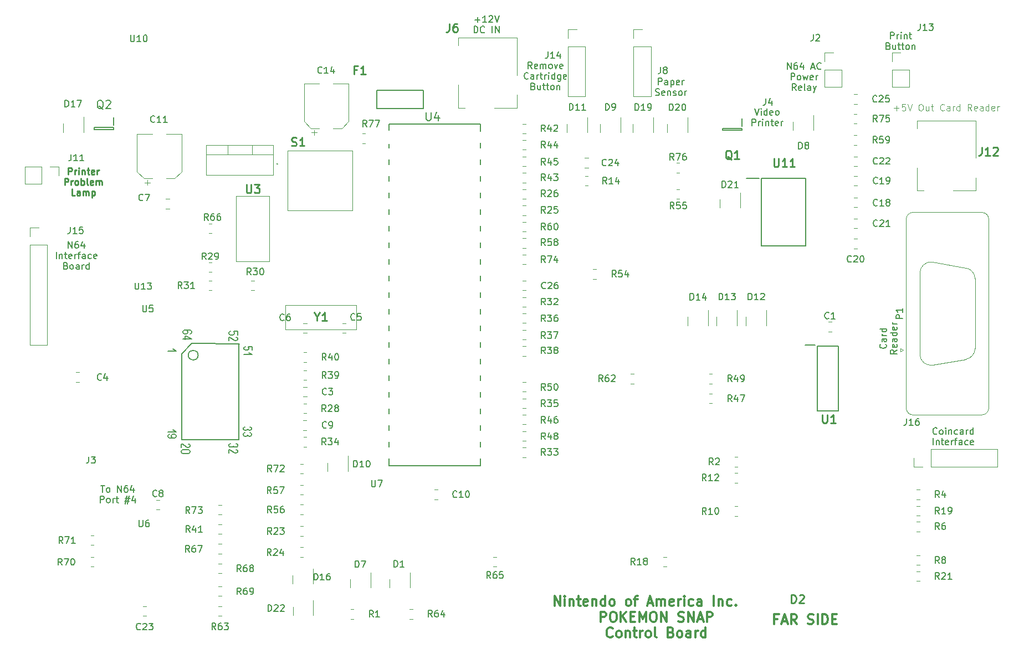
<source format=gbr>
%TF.GenerationSoftware,KiCad,Pcbnew,(6.0.2)*%
%TF.CreationDate,2022-07-07T23:03:13-05:00*%
%TF.ProjectId,Snap_Station,536e6170-5f53-4746-9174-696f6e2e6b69,rev?*%
%TF.SameCoordinates,Original*%
%TF.FileFunction,Legend,Top*%
%TF.FilePolarity,Positive*%
%FSLAX46Y46*%
G04 Gerber Fmt 4.6, Leading zero omitted, Abs format (unit mm)*
G04 Created by KiCad (PCBNEW (6.0.2)) date 2022-07-07 23:03:13*
%MOMM*%
%LPD*%
G01*
G04 APERTURE LIST*
%ADD10C,0.150000*%
%ADD11C,0.300000*%
%ADD12C,0.125000*%
%ADD13C,0.250000*%
%ADD14C,0.254000*%
%ADD15C,0.120000*%
%ADD16C,0.167000*%
%ADD17C,0.200000*%
%ADD18C,0.152400*%
%ADD19C,0.100000*%
G04 APERTURE END LIST*
D10*
X90529761Y-120773380D02*
X91101190Y-120773380D01*
X90815476Y-121773380D02*
X90815476Y-120773380D01*
X91577380Y-121773380D02*
X91482142Y-121725761D01*
X91434523Y-121678142D01*
X91386904Y-121582904D01*
X91386904Y-121297190D01*
X91434523Y-121201952D01*
X91482142Y-121154333D01*
X91577380Y-121106714D01*
X91720238Y-121106714D01*
X91815476Y-121154333D01*
X91863095Y-121201952D01*
X91910714Y-121297190D01*
X91910714Y-121582904D01*
X91863095Y-121678142D01*
X91815476Y-121725761D01*
X91720238Y-121773380D01*
X91577380Y-121773380D01*
X93101190Y-121773380D02*
X93101190Y-120773380D01*
X93672619Y-121773380D01*
X93672619Y-120773380D01*
X94577380Y-120773380D02*
X94386904Y-120773380D01*
X94291666Y-120821000D01*
X94244047Y-120868619D01*
X94148809Y-121011476D01*
X94101190Y-121201952D01*
X94101190Y-121582904D01*
X94148809Y-121678142D01*
X94196428Y-121725761D01*
X94291666Y-121773380D01*
X94482142Y-121773380D01*
X94577380Y-121725761D01*
X94625000Y-121678142D01*
X94672619Y-121582904D01*
X94672619Y-121344809D01*
X94625000Y-121249571D01*
X94577380Y-121201952D01*
X94482142Y-121154333D01*
X94291666Y-121154333D01*
X94196428Y-121201952D01*
X94148809Y-121249571D01*
X94101190Y-121344809D01*
X95529761Y-121106714D02*
X95529761Y-121773380D01*
X95291666Y-120725761D02*
X95053571Y-121440047D01*
X95672619Y-121440047D01*
X90458333Y-123383380D02*
X90458333Y-122383380D01*
X90839285Y-122383380D01*
X90934523Y-122431000D01*
X90982142Y-122478619D01*
X91029761Y-122573857D01*
X91029761Y-122716714D01*
X90982142Y-122811952D01*
X90934523Y-122859571D01*
X90839285Y-122907190D01*
X90458333Y-122907190D01*
X91601190Y-123383380D02*
X91505952Y-123335761D01*
X91458333Y-123288142D01*
X91410714Y-123192904D01*
X91410714Y-122907190D01*
X91458333Y-122811952D01*
X91505952Y-122764333D01*
X91601190Y-122716714D01*
X91744047Y-122716714D01*
X91839285Y-122764333D01*
X91886904Y-122811952D01*
X91934523Y-122907190D01*
X91934523Y-123192904D01*
X91886904Y-123288142D01*
X91839285Y-123335761D01*
X91744047Y-123383380D01*
X91601190Y-123383380D01*
X92363095Y-123383380D02*
X92363095Y-122716714D01*
X92363095Y-122907190D02*
X92410714Y-122811952D01*
X92458333Y-122764333D01*
X92553571Y-122716714D01*
X92648809Y-122716714D01*
X92839285Y-122716714D02*
X93220238Y-122716714D01*
X92982142Y-122383380D02*
X92982142Y-123240523D01*
X93029761Y-123335761D01*
X93125000Y-123383380D01*
X93220238Y-123383380D01*
X94267857Y-122716714D02*
X94982142Y-122716714D01*
X94553571Y-122288142D02*
X94267857Y-123573857D01*
X94886904Y-123145285D02*
X94172619Y-123145285D01*
X94601190Y-123573857D02*
X94886904Y-122288142D01*
X95744047Y-122716714D02*
X95744047Y-123383380D01*
X95505952Y-122335761D02*
X95267857Y-123050047D01*
X95886904Y-123050047D01*
D11*
X159833857Y-139161571D02*
X159833857Y-137661571D01*
X160691000Y-139161571D01*
X160691000Y-137661571D01*
X161405285Y-139161571D02*
X161405285Y-138161571D01*
X161405285Y-137661571D02*
X161333857Y-137733000D01*
X161405285Y-137804428D01*
X161476714Y-137733000D01*
X161405285Y-137661571D01*
X161405285Y-137804428D01*
X162119571Y-138161571D02*
X162119571Y-139161571D01*
X162119571Y-138304428D02*
X162191000Y-138233000D01*
X162333857Y-138161571D01*
X162548142Y-138161571D01*
X162691000Y-138233000D01*
X162762428Y-138375857D01*
X162762428Y-139161571D01*
X163262428Y-138161571D02*
X163833857Y-138161571D01*
X163476714Y-137661571D02*
X163476714Y-138947285D01*
X163548142Y-139090142D01*
X163691000Y-139161571D01*
X163833857Y-139161571D01*
X164905285Y-139090142D02*
X164762428Y-139161571D01*
X164476714Y-139161571D01*
X164333857Y-139090142D01*
X164262428Y-138947285D01*
X164262428Y-138375857D01*
X164333857Y-138233000D01*
X164476714Y-138161571D01*
X164762428Y-138161571D01*
X164905285Y-138233000D01*
X164976714Y-138375857D01*
X164976714Y-138518714D01*
X164262428Y-138661571D01*
X165619571Y-138161571D02*
X165619571Y-139161571D01*
X165619571Y-138304428D02*
X165691000Y-138233000D01*
X165833857Y-138161571D01*
X166048142Y-138161571D01*
X166191000Y-138233000D01*
X166262428Y-138375857D01*
X166262428Y-139161571D01*
X167619571Y-139161571D02*
X167619571Y-137661571D01*
X167619571Y-139090142D02*
X167476714Y-139161571D01*
X167191000Y-139161571D01*
X167048142Y-139090142D01*
X166976714Y-139018714D01*
X166905285Y-138875857D01*
X166905285Y-138447285D01*
X166976714Y-138304428D01*
X167048142Y-138233000D01*
X167191000Y-138161571D01*
X167476714Y-138161571D01*
X167619571Y-138233000D01*
X168548142Y-139161571D02*
X168405285Y-139090142D01*
X168333857Y-139018714D01*
X168262428Y-138875857D01*
X168262428Y-138447285D01*
X168333857Y-138304428D01*
X168405285Y-138233000D01*
X168548142Y-138161571D01*
X168762428Y-138161571D01*
X168905285Y-138233000D01*
X168976714Y-138304428D01*
X169048142Y-138447285D01*
X169048142Y-138875857D01*
X168976714Y-139018714D01*
X168905285Y-139090142D01*
X168762428Y-139161571D01*
X168548142Y-139161571D01*
X171048142Y-139161571D02*
X170905285Y-139090142D01*
X170833857Y-139018714D01*
X170762428Y-138875857D01*
X170762428Y-138447285D01*
X170833857Y-138304428D01*
X170905285Y-138233000D01*
X171048142Y-138161571D01*
X171262428Y-138161571D01*
X171405285Y-138233000D01*
X171476714Y-138304428D01*
X171548142Y-138447285D01*
X171548142Y-138875857D01*
X171476714Y-139018714D01*
X171405285Y-139090142D01*
X171262428Y-139161571D01*
X171048142Y-139161571D01*
X171976714Y-138161571D02*
X172548142Y-138161571D01*
X172191000Y-139161571D02*
X172191000Y-137875857D01*
X172262428Y-137733000D01*
X172405285Y-137661571D01*
X172548142Y-137661571D01*
X174119571Y-138733000D02*
X174833857Y-138733000D01*
X173976714Y-139161571D02*
X174476714Y-137661571D01*
X174976714Y-139161571D01*
X175476714Y-139161571D02*
X175476714Y-138161571D01*
X175476714Y-138304428D02*
X175548142Y-138233000D01*
X175691000Y-138161571D01*
X175905285Y-138161571D01*
X176048142Y-138233000D01*
X176119571Y-138375857D01*
X176119571Y-139161571D01*
X176119571Y-138375857D02*
X176191000Y-138233000D01*
X176333857Y-138161571D01*
X176548142Y-138161571D01*
X176691000Y-138233000D01*
X176762428Y-138375857D01*
X176762428Y-139161571D01*
X178048142Y-139090142D02*
X177905285Y-139161571D01*
X177619571Y-139161571D01*
X177476714Y-139090142D01*
X177405285Y-138947285D01*
X177405285Y-138375857D01*
X177476714Y-138233000D01*
X177619571Y-138161571D01*
X177905285Y-138161571D01*
X178048142Y-138233000D01*
X178119571Y-138375857D01*
X178119571Y-138518714D01*
X177405285Y-138661571D01*
X178762428Y-139161571D02*
X178762428Y-138161571D01*
X178762428Y-138447285D02*
X178833857Y-138304428D01*
X178905285Y-138233000D01*
X179048142Y-138161571D01*
X179191000Y-138161571D01*
X179691000Y-139161571D02*
X179691000Y-138161571D01*
X179691000Y-137661571D02*
X179619571Y-137733000D01*
X179691000Y-137804428D01*
X179762428Y-137733000D01*
X179691000Y-137661571D01*
X179691000Y-137804428D01*
X181048142Y-139090142D02*
X180905285Y-139161571D01*
X180619571Y-139161571D01*
X180476714Y-139090142D01*
X180405285Y-139018714D01*
X180333857Y-138875857D01*
X180333857Y-138447285D01*
X180405285Y-138304428D01*
X180476714Y-138233000D01*
X180619571Y-138161571D01*
X180905285Y-138161571D01*
X181048142Y-138233000D01*
X182333857Y-139161571D02*
X182333857Y-138375857D01*
X182262428Y-138233000D01*
X182119571Y-138161571D01*
X181833857Y-138161571D01*
X181691000Y-138233000D01*
X182333857Y-139090142D02*
X182191000Y-139161571D01*
X181833857Y-139161571D01*
X181691000Y-139090142D01*
X181619571Y-138947285D01*
X181619571Y-138804428D01*
X181691000Y-138661571D01*
X181833857Y-138590142D01*
X182191000Y-138590142D01*
X182333857Y-138518714D01*
X184191000Y-139161571D02*
X184191000Y-137661571D01*
X184905285Y-138161571D02*
X184905285Y-139161571D01*
X184905285Y-138304428D02*
X184976714Y-138233000D01*
X185119571Y-138161571D01*
X185333857Y-138161571D01*
X185476714Y-138233000D01*
X185548142Y-138375857D01*
X185548142Y-139161571D01*
X186905285Y-139090142D02*
X186762428Y-139161571D01*
X186476714Y-139161571D01*
X186333857Y-139090142D01*
X186262428Y-139018714D01*
X186191000Y-138875857D01*
X186191000Y-138447285D01*
X186262428Y-138304428D01*
X186333857Y-138233000D01*
X186476714Y-138161571D01*
X186762428Y-138161571D01*
X186905285Y-138233000D01*
X187548142Y-139018714D02*
X187619571Y-139090142D01*
X187548142Y-139161571D01*
X187476714Y-139090142D01*
X187548142Y-139018714D01*
X187548142Y-139161571D01*
X166905285Y-141576571D02*
X166905285Y-140076571D01*
X167476714Y-140076571D01*
X167619571Y-140148000D01*
X167691000Y-140219428D01*
X167762428Y-140362285D01*
X167762428Y-140576571D01*
X167691000Y-140719428D01*
X167619571Y-140790857D01*
X167476714Y-140862285D01*
X166905285Y-140862285D01*
X168691000Y-140076571D02*
X168976714Y-140076571D01*
X169119571Y-140148000D01*
X169262428Y-140290857D01*
X169333857Y-140576571D01*
X169333857Y-141076571D01*
X169262428Y-141362285D01*
X169119571Y-141505142D01*
X168976714Y-141576571D01*
X168691000Y-141576571D01*
X168548142Y-141505142D01*
X168405285Y-141362285D01*
X168333857Y-141076571D01*
X168333857Y-140576571D01*
X168405285Y-140290857D01*
X168548142Y-140148000D01*
X168691000Y-140076571D01*
X169976714Y-141576571D02*
X169976714Y-140076571D01*
X170833857Y-141576571D02*
X170191000Y-140719428D01*
X170833857Y-140076571D02*
X169976714Y-140933714D01*
X171476714Y-140790857D02*
X171976714Y-140790857D01*
X172191000Y-141576571D02*
X171476714Y-141576571D01*
X171476714Y-140076571D01*
X172191000Y-140076571D01*
X172833857Y-141576571D02*
X172833857Y-140076571D01*
X173333857Y-141148000D01*
X173833857Y-140076571D01*
X173833857Y-141576571D01*
X174833857Y-140076571D02*
X175119571Y-140076571D01*
X175262428Y-140148000D01*
X175405285Y-140290857D01*
X175476714Y-140576571D01*
X175476714Y-141076571D01*
X175405285Y-141362285D01*
X175262428Y-141505142D01*
X175119571Y-141576571D01*
X174833857Y-141576571D01*
X174691000Y-141505142D01*
X174548142Y-141362285D01*
X174476714Y-141076571D01*
X174476714Y-140576571D01*
X174548142Y-140290857D01*
X174691000Y-140148000D01*
X174833857Y-140076571D01*
X176119571Y-141576571D02*
X176119571Y-140076571D01*
X176976714Y-141576571D01*
X176976714Y-140076571D01*
X178762428Y-141505142D02*
X178976714Y-141576571D01*
X179333857Y-141576571D01*
X179476714Y-141505142D01*
X179548142Y-141433714D01*
X179619571Y-141290857D01*
X179619571Y-141148000D01*
X179548142Y-141005142D01*
X179476714Y-140933714D01*
X179333857Y-140862285D01*
X179048142Y-140790857D01*
X178905285Y-140719428D01*
X178833857Y-140648000D01*
X178762428Y-140505142D01*
X178762428Y-140362285D01*
X178833857Y-140219428D01*
X178905285Y-140148000D01*
X179048142Y-140076571D01*
X179405285Y-140076571D01*
X179619571Y-140148000D01*
X180262428Y-141576571D02*
X180262428Y-140076571D01*
X181119571Y-141576571D01*
X181119571Y-140076571D01*
X181762428Y-141148000D02*
X182476714Y-141148000D01*
X181619571Y-141576571D02*
X182119571Y-140076571D01*
X182619571Y-141576571D01*
X183119571Y-141576571D02*
X183119571Y-140076571D01*
X183691000Y-140076571D01*
X183833857Y-140148000D01*
X183905285Y-140219428D01*
X183976714Y-140362285D01*
X183976714Y-140576571D01*
X183905285Y-140719428D01*
X183833857Y-140790857D01*
X183691000Y-140862285D01*
X183119571Y-140862285D01*
X168726714Y-143848714D02*
X168655285Y-143920142D01*
X168441000Y-143991571D01*
X168298142Y-143991571D01*
X168083857Y-143920142D01*
X167941000Y-143777285D01*
X167869571Y-143634428D01*
X167798142Y-143348714D01*
X167798142Y-143134428D01*
X167869571Y-142848714D01*
X167941000Y-142705857D01*
X168083857Y-142563000D01*
X168298142Y-142491571D01*
X168441000Y-142491571D01*
X168655285Y-142563000D01*
X168726714Y-142634428D01*
X169583857Y-143991571D02*
X169441000Y-143920142D01*
X169369571Y-143848714D01*
X169298142Y-143705857D01*
X169298142Y-143277285D01*
X169369571Y-143134428D01*
X169441000Y-143063000D01*
X169583857Y-142991571D01*
X169798142Y-142991571D01*
X169941000Y-143063000D01*
X170012428Y-143134428D01*
X170083857Y-143277285D01*
X170083857Y-143705857D01*
X170012428Y-143848714D01*
X169941000Y-143920142D01*
X169798142Y-143991571D01*
X169583857Y-143991571D01*
X170726714Y-142991571D02*
X170726714Y-143991571D01*
X170726714Y-143134428D02*
X170798142Y-143063000D01*
X170941000Y-142991571D01*
X171155285Y-142991571D01*
X171298142Y-143063000D01*
X171369571Y-143205857D01*
X171369571Y-143991571D01*
X171869571Y-142991571D02*
X172441000Y-142991571D01*
X172083857Y-142491571D02*
X172083857Y-143777285D01*
X172155285Y-143920142D01*
X172298142Y-143991571D01*
X172441000Y-143991571D01*
X172941000Y-143991571D02*
X172941000Y-142991571D01*
X172941000Y-143277285D02*
X173012428Y-143134428D01*
X173083857Y-143063000D01*
X173226714Y-142991571D01*
X173369571Y-142991571D01*
X174083857Y-143991571D02*
X173941000Y-143920142D01*
X173869571Y-143848714D01*
X173798142Y-143705857D01*
X173798142Y-143277285D01*
X173869571Y-143134428D01*
X173941000Y-143063000D01*
X174083857Y-142991571D01*
X174298142Y-142991571D01*
X174441000Y-143063000D01*
X174512428Y-143134428D01*
X174583857Y-143277285D01*
X174583857Y-143705857D01*
X174512428Y-143848714D01*
X174441000Y-143920142D01*
X174298142Y-143991571D01*
X174083857Y-143991571D01*
X175441000Y-143991571D02*
X175298142Y-143920142D01*
X175226714Y-143777285D01*
X175226714Y-142491571D01*
X177655285Y-143205857D02*
X177869571Y-143277285D01*
X177941000Y-143348714D01*
X178012428Y-143491571D01*
X178012428Y-143705857D01*
X177941000Y-143848714D01*
X177869571Y-143920142D01*
X177726714Y-143991571D01*
X177155285Y-143991571D01*
X177155285Y-142491571D01*
X177655285Y-142491571D01*
X177798142Y-142563000D01*
X177869571Y-142634428D01*
X177941000Y-142777285D01*
X177941000Y-142920142D01*
X177869571Y-143063000D01*
X177798142Y-143134428D01*
X177655285Y-143205857D01*
X177155285Y-143205857D01*
X178869571Y-143991571D02*
X178726714Y-143920142D01*
X178655285Y-143848714D01*
X178583857Y-143705857D01*
X178583857Y-143277285D01*
X178655285Y-143134428D01*
X178726714Y-143063000D01*
X178869571Y-142991571D01*
X179083857Y-142991571D01*
X179226714Y-143063000D01*
X179298142Y-143134428D01*
X179369571Y-143277285D01*
X179369571Y-143705857D01*
X179298142Y-143848714D01*
X179226714Y-143920142D01*
X179083857Y-143991571D01*
X178869571Y-143991571D01*
X180655285Y-143991571D02*
X180655285Y-143205857D01*
X180583857Y-143063000D01*
X180441000Y-142991571D01*
X180155285Y-142991571D01*
X180012428Y-143063000D01*
X180655285Y-143920142D02*
X180512428Y-143991571D01*
X180155285Y-143991571D01*
X180012428Y-143920142D01*
X179941000Y-143777285D01*
X179941000Y-143634428D01*
X180012428Y-143491571D01*
X180155285Y-143420142D01*
X180512428Y-143420142D01*
X180655285Y-143348714D01*
X181369571Y-143991571D02*
X181369571Y-142991571D01*
X181369571Y-143277285D02*
X181441000Y-143134428D01*
X181512428Y-143063000D01*
X181655285Y-142991571D01*
X181798142Y-142991571D01*
X182941000Y-143991571D02*
X182941000Y-142491571D01*
X182941000Y-143920142D02*
X182798142Y-143991571D01*
X182512428Y-143991571D01*
X182369571Y-143920142D01*
X182298142Y-143848714D01*
X182226714Y-143705857D01*
X182226714Y-143277285D01*
X182298142Y-143134428D01*
X182369571Y-143063000D01*
X182512428Y-142991571D01*
X182798142Y-142991571D01*
X182941000Y-143063000D01*
D10*
X210454142Y-99166761D02*
X210501761Y-99214380D01*
X210549380Y-99357238D01*
X210549380Y-99452476D01*
X210501761Y-99595333D01*
X210406523Y-99690571D01*
X210311285Y-99738190D01*
X210120809Y-99785809D01*
X209977952Y-99785809D01*
X209787476Y-99738190D01*
X209692238Y-99690571D01*
X209597000Y-99595333D01*
X209549380Y-99452476D01*
X209549380Y-99357238D01*
X209597000Y-99214380D01*
X209644619Y-99166761D01*
X210549380Y-98309619D02*
X210025571Y-98309619D01*
X209930333Y-98357238D01*
X209882714Y-98452476D01*
X209882714Y-98642952D01*
X209930333Y-98738190D01*
X210501761Y-98309619D02*
X210549380Y-98404857D01*
X210549380Y-98642952D01*
X210501761Y-98738190D01*
X210406523Y-98785809D01*
X210311285Y-98785809D01*
X210216047Y-98738190D01*
X210168428Y-98642952D01*
X210168428Y-98404857D01*
X210120809Y-98309619D01*
X210549380Y-97833428D02*
X209882714Y-97833428D01*
X210073190Y-97833428D02*
X209977952Y-97785809D01*
X209930333Y-97738190D01*
X209882714Y-97642952D01*
X209882714Y-97547714D01*
X210549380Y-96785809D02*
X209549380Y-96785809D01*
X210501761Y-96785809D02*
X210549380Y-96881047D01*
X210549380Y-97071523D01*
X210501761Y-97166761D01*
X210454142Y-97214380D01*
X210358904Y-97262000D01*
X210073190Y-97262000D01*
X209977952Y-97214380D01*
X209930333Y-97166761D01*
X209882714Y-97071523D01*
X209882714Y-96881047D01*
X209930333Y-96785809D01*
X212159380Y-100023904D02*
X211683190Y-100357238D01*
X212159380Y-100595333D02*
X211159380Y-100595333D01*
X211159380Y-100214380D01*
X211207000Y-100119142D01*
X211254619Y-100071523D01*
X211349857Y-100023904D01*
X211492714Y-100023904D01*
X211587952Y-100071523D01*
X211635571Y-100119142D01*
X211683190Y-100214380D01*
X211683190Y-100595333D01*
X212111761Y-99214380D02*
X212159380Y-99309619D01*
X212159380Y-99500095D01*
X212111761Y-99595333D01*
X212016523Y-99642952D01*
X211635571Y-99642952D01*
X211540333Y-99595333D01*
X211492714Y-99500095D01*
X211492714Y-99309619D01*
X211540333Y-99214380D01*
X211635571Y-99166761D01*
X211730809Y-99166761D01*
X211826047Y-99642952D01*
X212159380Y-98309619D02*
X211635571Y-98309619D01*
X211540333Y-98357238D01*
X211492714Y-98452476D01*
X211492714Y-98642952D01*
X211540333Y-98738190D01*
X212111761Y-98309619D02*
X212159380Y-98404857D01*
X212159380Y-98642952D01*
X212111761Y-98738190D01*
X212016523Y-98785809D01*
X211921285Y-98785809D01*
X211826047Y-98738190D01*
X211778428Y-98642952D01*
X211778428Y-98404857D01*
X211730809Y-98309619D01*
X212159380Y-97404857D02*
X211159380Y-97404857D01*
X212111761Y-97404857D02*
X212159380Y-97500095D01*
X212159380Y-97690571D01*
X212111761Y-97785809D01*
X212064142Y-97833428D01*
X211968904Y-97881047D01*
X211683190Y-97881047D01*
X211587952Y-97833428D01*
X211540333Y-97785809D01*
X211492714Y-97690571D01*
X211492714Y-97500095D01*
X211540333Y-97404857D01*
X212111761Y-96547714D02*
X212159380Y-96642952D01*
X212159380Y-96833428D01*
X212111761Y-96928666D01*
X212016523Y-96976285D01*
X211635571Y-96976285D01*
X211540333Y-96928666D01*
X211492714Y-96833428D01*
X211492714Y-96642952D01*
X211540333Y-96547714D01*
X211635571Y-96500095D01*
X211730809Y-96500095D01*
X211826047Y-96976285D01*
X212159380Y-96071523D02*
X211492714Y-96071523D01*
X211683190Y-96071523D02*
X211587952Y-96023904D01*
X211540333Y-95976285D01*
X211492714Y-95881047D01*
X211492714Y-95785809D01*
X156410380Y-57013380D02*
X156077047Y-56537190D01*
X155838952Y-57013380D02*
X155838952Y-56013380D01*
X156219904Y-56013380D01*
X156315142Y-56061000D01*
X156362761Y-56108619D01*
X156410380Y-56203857D01*
X156410380Y-56346714D01*
X156362761Y-56441952D01*
X156315142Y-56489571D01*
X156219904Y-56537190D01*
X155838952Y-56537190D01*
X157219904Y-56965761D02*
X157124666Y-57013380D01*
X156934190Y-57013380D01*
X156838952Y-56965761D01*
X156791333Y-56870523D01*
X156791333Y-56489571D01*
X156838952Y-56394333D01*
X156934190Y-56346714D01*
X157124666Y-56346714D01*
X157219904Y-56394333D01*
X157267523Y-56489571D01*
X157267523Y-56584809D01*
X156791333Y-56680047D01*
X157696095Y-57013380D02*
X157696095Y-56346714D01*
X157696095Y-56441952D02*
X157743714Y-56394333D01*
X157838952Y-56346714D01*
X157981809Y-56346714D01*
X158077047Y-56394333D01*
X158124666Y-56489571D01*
X158124666Y-57013380D01*
X158124666Y-56489571D02*
X158172285Y-56394333D01*
X158267523Y-56346714D01*
X158410380Y-56346714D01*
X158505619Y-56394333D01*
X158553238Y-56489571D01*
X158553238Y-57013380D01*
X159172285Y-57013380D02*
X159077047Y-56965761D01*
X159029428Y-56918142D01*
X158981809Y-56822904D01*
X158981809Y-56537190D01*
X159029428Y-56441952D01*
X159077047Y-56394333D01*
X159172285Y-56346714D01*
X159315142Y-56346714D01*
X159410380Y-56394333D01*
X159458000Y-56441952D01*
X159505619Y-56537190D01*
X159505619Y-56822904D01*
X159458000Y-56918142D01*
X159410380Y-56965761D01*
X159315142Y-57013380D01*
X159172285Y-57013380D01*
X159838952Y-56346714D02*
X160077047Y-57013380D01*
X160315142Y-56346714D01*
X161077047Y-56965761D02*
X160981809Y-57013380D01*
X160791333Y-57013380D01*
X160696095Y-56965761D01*
X160648476Y-56870523D01*
X160648476Y-56489571D01*
X160696095Y-56394333D01*
X160791333Y-56346714D01*
X160981809Y-56346714D01*
X161077047Y-56394333D01*
X161124666Y-56489571D01*
X161124666Y-56584809D01*
X160648476Y-56680047D01*
X155838952Y-58528142D02*
X155791333Y-58575761D01*
X155648476Y-58623380D01*
X155553238Y-58623380D01*
X155410380Y-58575761D01*
X155315142Y-58480523D01*
X155267523Y-58385285D01*
X155219904Y-58194809D01*
X155219904Y-58051952D01*
X155267523Y-57861476D01*
X155315142Y-57766238D01*
X155410380Y-57671000D01*
X155553238Y-57623380D01*
X155648476Y-57623380D01*
X155791333Y-57671000D01*
X155838952Y-57718619D01*
X156696095Y-58623380D02*
X156696095Y-58099571D01*
X156648476Y-58004333D01*
X156553238Y-57956714D01*
X156362761Y-57956714D01*
X156267523Y-58004333D01*
X156696095Y-58575761D02*
X156600857Y-58623380D01*
X156362761Y-58623380D01*
X156267523Y-58575761D01*
X156219904Y-58480523D01*
X156219904Y-58385285D01*
X156267523Y-58290047D01*
X156362761Y-58242428D01*
X156600857Y-58242428D01*
X156696095Y-58194809D01*
X157172285Y-58623380D02*
X157172285Y-57956714D01*
X157172285Y-58147190D02*
X157219904Y-58051952D01*
X157267523Y-58004333D01*
X157362761Y-57956714D01*
X157458000Y-57956714D01*
X157648476Y-57956714D02*
X158029428Y-57956714D01*
X157791333Y-57623380D02*
X157791333Y-58480523D01*
X157838952Y-58575761D01*
X157934190Y-58623380D01*
X158029428Y-58623380D01*
X158362761Y-58623380D02*
X158362761Y-57956714D01*
X158362761Y-58147190D02*
X158410380Y-58051952D01*
X158458000Y-58004333D01*
X158553238Y-57956714D01*
X158648476Y-57956714D01*
X158981809Y-58623380D02*
X158981809Y-57956714D01*
X158981809Y-57623380D02*
X158934190Y-57671000D01*
X158981809Y-57718619D01*
X159029428Y-57671000D01*
X158981809Y-57623380D01*
X158981809Y-57718619D01*
X159886571Y-58623380D02*
X159886571Y-57623380D01*
X159886571Y-58575761D02*
X159791333Y-58623380D01*
X159600857Y-58623380D01*
X159505619Y-58575761D01*
X159458000Y-58528142D01*
X159410380Y-58432904D01*
X159410380Y-58147190D01*
X159458000Y-58051952D01*
X159505619Y-58004333D01*
X159600857Y-57956714D01*
X159791333Y-57956714D01*
X159886571Y-58004333D01*
X160791333Y-57956714D02*
X160791333Y-58766238D01*
X160743714Y-58861476D01*
X160696095Y-58909095D01*
X160600857Y-58956714D01*
X160458000Y-58956714D01*
X160362761Y-58909095D01*
X160791333Y-58575761D02*
X160696095Y-58623380D01*
X160505619Y-58623380D01*
X160410380Y-58575761D01*
X160362761Y-58528142D01*
X160315142Y-58432904D01*
X160315142Y-58147190D01*
X160362761Y-58051952D01*
X160410380Y-58004333D01*
X160505619Y-57956714D01*
X160696095Y-57956714D01*
X160791333Y-58004333D01*
X161648476Y-58575761D02*
X161553238Y-58623380D01*
X161362761Y-58623380D01*
X161267523Y-58575761D01*
X161219904Y-58480523D01*
X161219904Y-58099571D01*
X161267523Y-58004333D01*
X161362761Y-57956714D01*
X161553238Y-57956714D01*
X161648476Y-58004333D01*
X161696095Y-58099571D01*
X161696095Y-58194809D01*
X161219904Y-58290047D01*
X156600857Y-59709571D02*
X156743714Y-59757190D01*
X156791333Y-59804809D01*
X156838952Y-59900047D01*
X156838952Y-60042904D01*
X156791333Y-60138142D01*
X156743714Y-60185761D01*
X156648476Y-60233380D01*
X156267523Y-60233380D01*
X156267523Y-59233380D01*
X156600857Y-59233380D01*
X156696095Y-59281000D01*
X156743714Y-59328619D01*
X156791333Y-59423857D01*
X156791333Y-59519095D01*
X156743714Y-59614333D01*
X156696095Y-59661952D01*
X156600857Y-59709571D01*
X156267523Y-59709571D01*
X157696095Y-59566714D02*
X157696095Y-60233380D01*
X157267523Y-59566714D02*
X157267523Y-60090523D01*
X157315142Y-60185761D01*
X157410380Y-60233380D01*
X157553238Y-60233380D01*
X157648476Y-60185761D01*
X157696095Y-60138142D01*
X158029428Y-59566714D02*
X158410380Y-59566714D01*
X158172285Y-59233380D02*
X158172285Y-60090523D01*
X158219904Y-60185761D01*
X158315142Y-60233380D01*
X158410380Y-60233380D01*
X158600857Y-59566714D02*
X158981809Y-59566714D01*
X158743714Y-59233380D02*
X158743714Y-60090523D01*
X158791333Y-60185761D01*
X158886571Y-60233380D01*
X158981809Y-60233380D01*
X159458000Y-60233380D02*
X159362761Y-60185761D01*
X159315142Y-60138142D01*
X159267523Y-60042904D01*
X159267523Y-59757190D01*
X159315142Y-59661952D01*
X159362761Y-59614333D01*
X159458000Y-59566714D01*
X159600857Y-59566714D01*
X159696095Y-59614333D01*
X159743714Y-59661952D01*
X159791333Y-59757190D01*
X159791333Y-60042904D01*
X159743714Y-60138142D01*
X159696095Y-60185761D01*
X159600857Y-60233380D01*
X159458000Y-60233380D01*
X160219904Y-59566714D02*
X160219904Y-60233380D01*
X160219904Y-59661952D02*
X160267523Y-59614333D01*
X160362761Y-59566714D01*
X160505619Y-59566714D01*
X160600857Y-59614333D01*
X160648476Y-59709571D01*
X160648476Y-60233380D01*
X85553904Y-84465380D02*
X85553904Y-83465380D01*
X86125333Y-84465380D01*
X86125333Y-83465380D01*
X87030095Y-83465380D02*
X86839619Y-83465380D01*
X86744380Y-83513000D01*
X86696761Y-83560619D01*
X86601523Y-83703476D01*
X86553904Y-83893952D01*
X86553904Y-84274904D01*
X86601523Y-84370142D01*
X86649142Y-84417761D01*
X86744380Y-84465380D01*
X86934857Y-84465380D01*
X87030095Y-84417761D01*
X87077714Y-84370142D01*
X87125333Y-84274904D01*
X87125333Y-84036809D01*
X87077714Y-83941571D01*
X87030095Y-83893952D01*
X86934857Y-83846333D01*
X86744380Y-83846333D01*
X86649142Y-83893952D01*
X86601523Y-83941571D01*
X86553904Y-84036809D01*
X87982476Y-83798714D02*
X87982476Y-84465380D01*
X87744380Y-83417761D02*
X87506285Y-84132047D01*
X88125333Y-84132047D01*
X83720571Y-86075380D02*
X83720571Y-85075380D01*
X84196761Y-85408714D02*
X84196761Y-86075380D01*
X84196761Y-85503952D02*
X84244380Y-85456333D01*
X84339619Y-85408714D01*
X84482476Y-85408714D01*
X84577714Y-85456333D01*
X84625333Y-85551571D01*
X84625333Y-86075380D01*
X84958666Y-85408714D02*
X85339619Y-85408714D01*
X85101523Y-85075380D02*
X85101523Y-85932523D01*
X85149142Y-86027761D01*
X85244380Y-86075380D01*
X85339619Y-86075380D01*
X86053904Y-86027761D02*
X85958666Y-86075380D01*
X85768190Y-86075380D01*
X85672952Y-86027761D01*
X85625333Y-85932523D01*
X85625333Y-85551571D01*
X85672952Y-85456333D01*
X85768190Y-85408714D01*
X85958666Y-85408714D01*
X86053904Y-85456333D01*
X86101523Y-85551571D01*
X86101523Y-85646809D01*
X85625333Y-85742047D01*
X86530095Y-86075380D02*
X86530095Y-85408714D01*
X86530095Y-85599190D02*
X86577714Y-85503952D01*
X86625333Y-85456333D01*
X86720571Y-85408714D01*
X86815809Y-85408714D01*
X87006285Y-85408714D02*
X87387238Y-85408714D01*
X87149142Y-86075380D02*
X87149142Y-85218238D01*
X87196761Y-85123000D01*
X87292000Y-85075380D01*
X87387238Y-85075380D01*
X88149142Y-86075380D02*
X88149142Y-85551571D01*
X88101523Y-85456333D01*
X88006285Y-85408714D01*
X87815809Y-85408714D01*
X87720571Y-85456333D01*
X88149142Y-86027761D02*
X88053904Y-86075380D01*
X87815809Y-86075380D01*
X87720571Y-86027761D01*
X87672952Y-85932523D01*
X87672952Y-85837285D01*
X87720571Y-85742047D01*
X87815809Y-85694428D01*
X88053904Y-85694428D01*
X88149142Y-85646809D01*
X89053904Y-86027761D02*
X88958666Y-86075380D01*
X88768190Y-86075380D01*
X88672952Y-86027761D01*
X88625333Y-85980142D01*
X88577714Y-85884904D01*
X88577714Y-85599190D01*
X88625333Y-85503952D01*
X88672952Y-85456333D01*
X88768190Y-85408714D01*
X88958666Y-85408714D01*
X89053904Y-85456333D01*
X89863428Y-86027761D02*
X89768190Y-86075380D01*
X89577714Y-86075380D01*
X89482476Y-86027761D01*
X89434857Y-85932523D01*
X89434857Y-85551571D01*
X89482476Y-85456333D01*
X89577714Y-85408714D01*
X89768190Y-85408714D01*
X89863428Y-85456333D01*
X89911047Y-85551571D01*
X89911047Y-85646809D01*
X89434857Y-85742047D01*
X85196761Y-87161571D02*
X85339619Y-87209190D01*
X85387238Y-87256809D01*
X85434857Y-87352047D01*
X85434857Y-87494904D01*
X85387238Y-87590142D01*
X85339619Y-87637761D01*
X85244380Y-87685380D01*
X84863428Y-87685380D01*
X84863428Y-86685380D01*
X85196761Y-86685380D01*
X85292000Y-86733000D01*
X85339619Y-86780619D01*
X85387238Y-86875857D01*
X85387238Y-86971095D01*
X85339619Y-87066333D01*
X85292000Y-87113952D01*
X85196761Y-87161571D01*
X84863428Y-87161571D01*
X86006285Y-87685380D02*
X85911047Y-87637761D01*
X85863428Y-87590142D01*
X85815809Y-87494904D01*
X85815809Y-87209190D01*
X85863428Y-87113952D01*
X85911047Y-87066333D01*
X86006285Y-87018714D01*
X86149142Y-87018714D01*
X86244380Y-87066333D01*
X86292000Y-87113952D01*
X86339619Y-87209190D01*
X86339619Y-87494904D01*
X86292000Y-87590142D01*
X86244380Y-87637761D01*
X86149142Y-87685380D01*
X86006285Y-87685380D01*
X87196761Y-87685380D02*
X87196761Y-87161571D01*
X87149142Y-87066333D01*
X87053904Y-87018714D01*
X86863428Y-87018714D01*
X86768190Y-87066333D01*
X87196761Y-87637761D02*
X87101523Y-87685380D01*
X86863428Y-87685380D01*
X86768190Y-87637761D01*
X86720571Y-87542523D01*
X86720571Y-87447285D01*
X86768190Y-87352047D01*
X86863428Y-87304428D01*
X87101523Y-87304428D01*
X87196761Y-87256809D01*
X87672952Y-87685380D02*
X87672952Y-87018714D01*
X87672952Y-87209190D02*
X87720571Y-87113952D01*
X87768190Y-87066333D01*
X87863428Y-87018714D01*
X87958666Y-87018714D01*
X88720571Y-87685380D02*
X88720571Y-86685380D01*
X88720571Y-87637761D02*
X88625333Y-87685380D01*
X88434857Y-87685380D01*
X88339619Y-87637761D01*
X88292000Y-87590142D01*
X88244380Y-87494904D01*
X88244380Y-87209190D01*
X88292000Y-87113952D01*
X88339619Y-87066333D01*
X88434857Y-87018714D01*
X88625333Y-87018714D01*
X88720571Y-87066333D01*
X190426238Y-63121380D02*
X190759571Y-64121380D01*
X191092904Y-63121380D01*
X191426238Y-64121380D02*
X191426238Y-63454714D01*
X191426238Y-63121380D02*
X191378619Y-63169000D01*
X191426238Y-63216619D01*
X191473857Y-63169000D01*
X191426238Y-63121380D01*
X191426238Y-63216619D01*
X192331000Y-64121380D02*
X192331000Y-63121380D01*
X192331000Y-64073761D02*
X192235761Y-64121380D01*
X192045285Y-64121380D01*
X191950047Y-64073761D01*
X191902428Y-64026142D01*
X191854809Y-63930904D01*
X191854809Y-63645190D01*
X191902428Y-63549952D01*
X191950047Y-63502333D01*
X192045285Y-63454714D01*
X192235761Y-63454714D01*
X192331000Y-63502333D01*
X193188142Y-64073761D02*
X193092904Y-64121380D01*
X192902428Y-64121380D01*
X192807190Y-64073761D01*
X192759571Y-63978523D01*
X192759571Y-63597571D01*
X192807190Y-63502333D01*
X192902428Y-63454714D01*
X193092904Y-63454714D01*
X193188142Y-63502333D01*
X193235761Y-63597571D01*
X193235761Y-63692809D01*
X192759571Y-63788047D01*
X193807190Y-64121380D02*
X193711952Y-64073761D01*
X193664333Y-64026142D01*
X193616714Y-63930904D01*
X193616714Y-63645190D01*
X193664333Y-63549952D01*
X193711952Y-63502333D01*
X193807190Y-63454714D01*
X193950047Y-63454714D01*
X194045285Y-63502333D01*
X194092904Y-63549952D01*
X194140523Y-63645190D01*
X194140523Y-63930904D01*
X194092904Y-64026142D01*
X194045285Y-64073761D01*
X193950047Y-64121380D01*
X193807190Y-64121380D01*
X190045285Y-65731380D02*
X190045285Y-64731380D01*
X190426238Y-64731380D01*
X190521476Y-64779000D01*
X190569095Y-64826619D01*
X190616714Y-64921857D01*
X190616714Y-65064714D01*
X190569095Y-65159952D01*
X190521476Y-65207571D01*
X190426238Y-65255190D01*
X190045285Y-65255190D01*
X191045285Y-65731380D02*
X191045285Y-65064714D01*
X191045285Y-65255190D02*
X191092904Y-65159952D01*
X191140523Y-65112333D01*
X191235761Y-65064714D01*
X191331000Y-65064714D01*
X191664333Y-65731380D02*
X191664333Y-65064714D01*
X191664333Y-64731380D02*
X191616714Y-64779000D01*
X191664333Y-64826619D01*
X191711952Y-64779000D01*
X191664333Y-64731380D01*
X191664333Y-64826619D01*
X192140523Y-65064714D02*
X192140523Y-65731380D01*
X192140523Y-65159952D02*
X192188142Y-65112333D01*
X192283380Y-65064714D01*
X192426238Y-65064714D01*
X192521476Y-65112333D01*
X192569095Y-65207571D01*
X192569095Y-65731380D01*
X192902428Y-65064714D02*
X193283380Y-65064714D01*
X193045285Y-64731380D02*
X193045285Y-65588523D01*
X193092904Y-65683761D01*
X193188142Y-65731380D01*
X193283380Y-65731380D01*
X193997666Y-65683761D02*
X193902428Y-65731380D01*
X193711952Y-65731380D01*
X193616714Y-65683761D01*
X193569095Y-65588523D01*
X193569095Y-65207571D01*
X193616714Y-65112333D01*
X193711952Y-65064714D01*
X193902428Y-65064714D01*
X193997666Y-65112333D01*
X194045285Y-65207571D01*
X194045285Y-65302809D01*
X193569095Y-65398047D01*
X194473857Y-65731380D02*
X194473857Y-65064714D01*
X194473857Y-65255190D02*
X194521476Y-65159952D01*
X194569095Y-65112333D01*
X194664333Y-65064714D01*
X194759571Y-65064714D01*
X211183380Y-52465380D02*
X211183380Y-51465380D01*
X211564333Y-51465380D01*
X211659571Y-51513000D01*
X211707190Y-51560619D01*
X211754809Y-51655857D01*
X211754809Y-51798714D01*
X211707190Y-51893952D01*
X211659571Y-51941571D01*
X211564333Y-51989190D01*
X211183380Y-51989190D01*
X212183380Y-52465380D02*
X212183380Y-51798714D01*
X212183380Y-51989190D02*
X212231000Y-51893952D01*
X212278619Y-51846333D01*
X212373857Y-51798714D01*
X212469095Y-51798714D01*
X212802428Y-52465380D02*
X212802428Y-51798714D01*
X212802428Y-51465380D02*
X212754809Y-51513000D01*
X212802428Y-51560619D01*
X212850047Y-51513000D01*
X212802428Y-51465380D01*
X212802428Y-51560619D01*
X213278619Y-51798714D02*
X213278619Y-52465380D01*
X213278619Y-51893952D02*
X213326238Y-51846333D01*
X213421476Y-51798714D01*
X213564333Y-51798714D01*
X213659571Y-51846333D01*
X213707190Y-51941571D01*
X213707190Y-52465380D01*
X214040523Y-51798714D02*
X214421476Y-51798714D01*
X214183380Y-51465380D02*
X214183380Y-52322523D01*
X214231000Y-52417761D01*
X214326238Y-52465380D01*
X214421476Y-52465380D01*
X210873857Y-53551571D02*
X211016714Y-53599190D01*
X211064333Y-53646809D01*
X211111952Y-53742047D01*
X211111952Y-53884904D01*
X211064333Y-53980142D01*
X211016714Y-54027761D01*
X210921476Y-54075380D01*
X210540523Y-54075380D01*
X210540523Y-53075380D01*
X210873857Y-53075380D01*
X210969095Y-53123000D01*
X211016714Y-53170619D01*
X211064333Y-53265857D01*
X211064333Y-53361095D01*
X211016714Y-53456333D01*
X210969095Y-53503952D01*
X210873857Y-53551571D01*
X210540523Y-53551571D01*
X211969095Y-53408714D02*
X211969095Y-54075380D01*
X211540523Y-53408714D02*
X211540523Y-53932523D01*
X211588142Y-54027761D01*
X211683380Y-54075380D01*
X211826238Y-54075380D01*
X211921476Y-54027761D01*
X211969095Y-53980142D01*
X212302428Y-53408714D02*
X212683380Y-53408714D01*
X212445285Y-53075380D02*
X212445285Y-53932523D01*
X212492904Y-54027761D01*
X212588142Y-54075380D01*
X212683380Y-54075380D01*
X212873857Y-53408714D02*
X213254809Y-53408714D01*
X213016714Y-53075380D02*
X213016714Y-53932523D01*
X213064333Y-54027761D01*
X213159571Y-54075380D01*
X213254809Y-54075380D01*
X213731000Y-54075380D02*
X213635761Y-54027761D01*
X213588142Y-53980142D01*
X213540523Y-53884904D01*
X213540523Y-53599190D01*
X213588142Y-53503952D01*
X213635761Y-53456333D01*
X213731000Y-53408714D01*
X213873857Y-53408714D01*
X213969095Y-53456333D01*
X214016714Y-53503952D01*
X214064333Y-53599190D01*
X214064333Y-53884904D01*
X214016714Y-53980142D01*
X213969095Y-54027761D01*
X213873857Y-54075380D01*
X213731000Y-54075380D01*
X214492904Y-53408714D02*
X214492904Y-54075380D01*
X214492904Y-53503952D02*
X214540523Y-53456333D01*
X214635761Y-53408714D01*
X214778619Y-53408714D01*
X214873857Y-53456333D01*
X214921476Y-53551571D01*
X214921476Y-54075380D01*
X175713238Y-59496380D02*
X175713238Y-58496380D01*
X176094190Y-58496380D01*
X176189428Y-58544000D01*
X176237047Y-58591619D01*
X176284666Y-58686857D01*
X176284666Y-58829714D01*
X176237047Y-58924952D01*
X176189428Y-58972571D01*
X176094190Y-59020190D01*
X175713238Y-59020190D01*
X177141809Y-59496380D02*
X177141809Y-58972571D01*
X177094190Y-58877333D01*
X176998952Y-58829714D01*
X176808476Y-58829714D01*
X176713238Y-58877333D01*
X177141809Y-59448761D02*
X177046571Y-59496380D01*
X176808476Y-59496380D01*
X176713238Y-59448761D01*
X176665619Y-59353523D01*
X176665619Y-59258285D01*
X176713238Y-59163047D01*
X176808476Y-59115428D01*
X177046571Y-59115428D01*
X177141809Y-59067809D01*
X177618000Y-58829714D02*
X177618000Y-59829714D01*
X177618000Y-58877333D02*
X177713238Y-58829714D01*
X177903714Y-58829714D01*
X177998952Y-58877333D01*
X178046571Y-58924952D01*
X178094190Y-59020190D01*
X178094190Y-59305904D01*
X178046571Y-59401142D01*
X177998952Y-59448761D01*
X177903714Y-59496380D01*
X177713238Y-59496380D01*
X177618000Y-59448761D01*
X178903714Y-59448761D02*
X178808476Y-59496380D01*
X178618000Y-59496380D01*
X178522761Y-59448761D01*
X178475142Y-59353523D01*
X178475142Y-58972571D01*
X178522761Y-58877333D01*
X178618000Y-58829714D01*
X178808476Y-58829714D01*
X178903714Y-58877333D01*
X178951333Y-58972571D01*
X178951333Y-59067809D01*
X178475142Y-59163047D01*
X179379904Y-59496380D02*
X179379904Y-58829714D01*
X179379904Y-59020190D02*
X179427523Y-58924952D01*
X179475142Y-58877333D01*
X179570380Y-58829714D01*
X179665619Y-58829714D01*
X175284666Y-61058761D02*
X175427523Y-61106380D01*
X175665619Y-61106380D01*
X175760857Y-61058761D01*
X175808476Y-61011142D01*
X175856095Y-60915904D01*
X175856095Y-60820666D01*
X175808476Y-60725428D01*
X175760857Y-60677809D01*
X175665619Y-60630190D01*
X175475142Y-60582571D01*
X175379904Y-60534952D01*
X175332285Y-60487333D01*
X175284666Y-60392095D01*
X175284666Y-60296857D01*
X175332285Y-60201619D01*
X175379904Y-60154000D01*
X175475142Y-60106380D01*
X175713238Y-60106380D01*
X175856095Y-60154000D01*
X176665619Y-61058761D02*
X176570380Y-61106380D01*
X176379904Y-61106380D01*
X176284666Y-61058761D01*
X176237047Y-60963523D01*
X176237047Y-60582571D01*
X176284666Y-60487333D01*
X176379904Y-60439714D01*
X176570380Y-60439714D01*
X176665619Y-60487333D01*
X176713238Y-60582571D01*
X176713238Y-60677809D01*
X176237047Y-60773047D01*
X177141809Y-60439714D02*
X177141809Y-61106380D01*
X177141809Y-60534952D02*
X177189428Y-60487333D01*
X177284666Y-60439714D01*
X177427523Y-60439714D01*
X177522761Y-60487333D01*
X177570380Y-60582571D01*
X177570380Y-61106380D01*
X177998952Y-61058761D02*
X178094190Y-61106380D01*
X178284666Y-61106380D01*
X178379904Y-61058761D01*
X178427523Y-60963523D01*
X178427523Y-60915904D01*
X178379904Y-60820666D01*
X178284666Y-60773047D01*
X178141809Y-60773047D01*
X178046571Y-60725428D01*
X177998952Y-60630190D01*
X177998952Y-60582571D01*
X178046571Y-60487333D01*
X178141809Y-60439714D01*
X178284666Y-60439714D01*
X178379904Y-60487333D01*
X178998952Y-61106380D02*
X178903714Y-61058761D01*
X178856095Y-61011142D01*
X178808476Y-60915904D01*
X178808476Y-60630190D01*
X178856095Y-60534952D01*
X178903714Y-60487333D01*
X178998952Y-60439714D01*
X179141809Y-60439714D01*
X179237047Y-60487333D01*
X179284666Y-60534952D01*
X179332285Y-60630190D01*
X179332285Y-60915904D01*
X179284666Y-61011142D01*
X179237047Y-61058761D01*
X179141809Y-61106380D01*
X178998952Y-61106380D01*
X179760857Y-61106380D02*
X179760857Y-60439714D01*
X179760857Y-60630190D02*
X179808476Y-60534952D01*
X179856095Y-60487333D01*
X179951333Y-60439714D01*
X180046571Y-60439714D01*
D11*
X193921000Y-141168857D02*
X193421000Y-141168857D01*
X193421000Y-141954571D02*
X193421000Y-140454571D01*
X194135285Y-140454571D01*
X194635285Y-141526000D02*
X195349571Y-141526000D01*
X194492428Y-141954571D02*
X194992428Y-140454571D01*
X195492428Y-141954571D01*
X196849571Y-141954571D02*
X196349571Y-141240285D01*
X195992428Y-141954571D02*
X195992428Y-140454571D01*
X196563857Y-140454571D01*
X196706714Y-140526000D01*
X196778142Y-140597428D01*
X196849571Y-140740285D01*
X196849571Y-140954571D01*
X196778142Y-141097428D01*
X196706714Y-141168857D01*
X196563857Y-141240285D01*
X195992428Y-141240285D01*
X198563857Y-141883142D02*
X198778142Y-141954571D01*
X199135285Y-141954571D01*
X199278142Y-141883142D01*
X199349571Y-141811714D01*
X199421000Y-141668857D01*
X199421000Y-141526000D01*
X199349571Y-141383142D01*
X199278142Y-141311714D01*
X199135285Y-141240285D01*
X198849571Y-141168857D01*
X198706714Y-141097428D01*
X198635285Y-141026000D01*
X198563857Y-140883142D01*
X198563857Y-140740285D01*
X198635285Y-140597428D01*
X198706714Y-140526000D01*
X198849571Y-140454571D01*
X199206714Y-140454571D01*
X199421000Y-140526000D01*
X200063857Y-141954571D02*
X200063857Y-140454571D01*
X200778142Y-141954571D02*
X200778142Y-140454571D01*
X201135285Y-140454571D01*
X201349571Y-140526000D01*
X201492428Y-140668857D01*
X201563857Y-140811714D01*
X201635285Y-141097428D01*
X201635285Y-141311714D01*
X201563857Y-141597428D01*
X201492428Y-141740285D01*
X201349571Y-141883142D01*
X201135285Y-141954571D01*
X200778142Y-141954571D01*
X202278142Y-141168857D02*
X202778142Y-141168857D01*
X202992428Y-141954571D02*
X202278142Y-141954571D01*
X202278142Y-140454571D01*
X202992428Y-140454571D01*
D10*
X218294809Y-112839142D02*
X218247190Y-112886761D01*
X218104333Y-112934380D01*
X218009095Y-112934380D01*
X217866238Y-112886761D01*
X217771000Y-112791523D01*
X217723380Y-112696285D01*
X217675761Y-112505809D01*
X217675761Y-112362952D01*
X217723380Y-112172476D01*
X217771000Y-112077238D01*
X217866238Y-111982000D01*
X218009095Y-111934380D01*
X218104333Y-111934380D01*
X218247190Y-111982000D01*
X218294809Y-112029619D01*
X218866238Y-112934380D02*
X218771000Y-112886761D01*
X218723380Y-112839142D01*
X218675761Y-112743904D01*
X218675761Y-112458190D01*
X218723380Y-112362952D01*
X218771000Y-112315333D01*
X218866238Y-112267714D01*
X219009095Y-112267714D01*
X219104333Y-112315333D01*
X219151952Y-112362952D01*
X219199571Y-112458190D01*
X219199571Y-112743904D01*
X219151952Y-112839142D01*
X219104333Y-112886761D01*
X219009095Y-112934380D01*
X218866238Y-112934380D01*
X219628142Y-112934380D02*
X219628142Y-112267714D01*
X219628142Y-111934380D02*
X219580523Y-111982000D01*
X219628142Y-112029619D01*
X219675761Y-111982000D01*
X219628142Y-111934380D01*
X219628142Y-112029619D01*
X220104333Y-112267714D02*
X220104333Y-112934380D01*
X220104333Y-112362952D02*
X220151952Y-112315333D01*
X220247190Y-112267714D01*
X220390047Y-112267714D01*
X220485285Y-112315333D01*
X220532904Y-112410571D01*
X220532904Y-112934380D01*
X221437666Y-112886761D02*
X221342428Y-112934380D01*
X221151952Y-112934380D01*
X221056714Y-112886761D01*
X221009095Y-112839142D01*
X220961476Y-112743904D01*
X220961476Y-112458190D01*
X221009095Y-112362952D01*
X221056714Y-112315333D01*
X221151952Y-112267714D01*
X221342428Y-112267714D01*
X221437666Y-112315333D01*
X222294809Y-112934380D02*
X222294809Y-112410571D01*
X222247190Y-112315333D01*
X222151952Y-112267714D01*
X221961476Y-112267714D01*
X221866238Y-112315333D01*
X222294809Y-112886761D02*
X222199571Y-112934380D01*
X221961476Y-112934380D01*
X221866238Y-112886761D01*
X221818619Y-112791523D01*
X221818619Y-112696285D01*
X221866238Y-112601047D01*
X221961476Y-112553428D01*
X222199571Y-112553428D01*
X222294809Y-112505809D01*
X222771000Y-112934380D02*
X222771000Y-112267714D01*
X222771000Y-112458190D02*
X222818619Y-112362952D01*
X222866238Y-112315333D01*
X222961476Y-112267714D01*
X223056714Y-112267714D01*
X223818619Y-112934380D02*
X223818619Y-111934380D01*
X223818619Y-112886761D02*
X223723380Y-112934380D01*
X223532904Y-112934380D01*
X223437666Y-112886761D01*
X223390047Y-112839142D01*
X223342428Y-112743904D01*
X223342428Y-112458190D01*
X223390047Y-112362952D01*
X223437666Y-112315333D01*
X223532904Y-112267714D01*
X223723380Y-112267714D01*
X223818619Y-112315333D01*
X217699571Y-114544380D02*
X217699571Y-113544380D01*
X218175761Y-113877714D02*
X218175761Y-114544380D01*
X218175761Y-113972952D02*
X218223380Y-113925333D01*
X218318619Y-113877714D01*
X218461476Y-113877714D01*
X218556714Y-113925333D01*
X218604333Y-114020571D01*
X218604333Y-114544380D01*
X218937666Y-113877714D02*
X219318619Y-113877714D01*
X219080523Y-113544380D02*
X219080523Y-114401523D01*
X219128142Y-114496761D01*
X219223380Y-114544380D01*
X219318619Y-114544380D01*
X220032904Y-114496761D02*
X219937666Y-114544380D01*
X219747190Y-114544380D01*
X219651952Y-114496761D01*
X219604333Y-114401523D01*
X219604333Y-114020571D01*
X219651952Y-113925333D01*
X219747190Y-113877714D01*
X219937666Y-113877714D01*
X220032904Y-113925333D01*
X220080523Y-114020571D01*
X220080523Y-114115809D01*
X219604333Y-114211047D01*
X220509095Y-114544380D02*
X220509095Y-113877714D01*
X220509095Y-114068190D02*
X220556714Y-113972952D01*
X220604333Y-113925333D01*
X220699571Y-113877714D01*
X220794809Y-113877714D01*
X220985285Y-113877714D02*
X221366238Y-113877714D01*
X221128142Y-114544380D02*
X221128142Y-113687238D01*
X221175761Y-113592000D01*
X221271000Y-113544380D01*
X221366238Y-113544380D01*
X222128142Y-114544380D02*
X222128142Y-114020571D01*
X222080523Y-113925333D01*
X221985285Y-113877714D01*
X221794809Y-113877714D01*
X221699571Y-113925333D01*
X222128142Y-114496761D02*
X222032904Y-114544380D01*
X221794809Y-114544380D01*
X221699571Y-114496761D01*
X221651952Y-114401523D01*
X221651952Y-114306285D01*
X221699571Y-114211047D01*
X221794809Y-114163428D01*
X222032904Y-114163428D01*
X222128142Y-114115809D01*
X223032904Y-114496761D02*
X222937666Y-114544380D01*
X222747190Y-114544380D01*
X222651952Y-114496761D01*
X222604333Y-114449142D01*
X222556714Y-114353904D01*
X222556714Y-114068190D01*
X222604333Y-113972952D01*
X222651952Y-113925333D01*
X222747190Y-113877714D01*
X222937666Y-113877714D01*
X223032904Y-113925333D01*
X223842428Y-114496761D02*
X223747190Y-114544380D01*
X223556714Y-114544380D01*
X223461476Y-114496761D01*
X223413857Y-114401523D01*
X223413857Y-114020571D01*
X223461476Y-113925333D01*
X223556714Y-113877714D01*
X223747190Y-113877714D01*
X223842428Y-113925333D01*
X223890047Y-114020571D01*
X223890047Y-114115809D01*
X223413857Y-114211047D01*
X147708095Y-49554428D02*
X148470000Y-49554428D01*
X148089047Y-49935380D02*
X148089047Y-49173476D01*
X149470000Y-49935380D02*
X148898571Y-49935380D01*
X149184285Y-49935380D02*
X149184285Y-48935380D01*
X149089047Y-49078238D01*
X148993809Y-49173476D01*
X148898571Y-49221095D01*
X149850952Y-49030619D02*
X149898571Y-48983000D01*
X149993809Y-48935380D01*
X150231904Y-48935380D01*
X150327142Y-48983000D01*
X150374761Y-49030619D01*
X150422380Y-49125857D01*
X150422380Y-49221095D01*
X150374761Y-49363952D01*
X149803333Y-49935380D01*
X150422380Y-49935380D01*
X150708095Y-48935380D02*
X151041428Y-49935380D01*
X151374761Y-48935380D01*
X147565238Y-51545380D02*
X147565238Y-50545380D01*
X147803333Y-50545380D01*
X147946190Y-50593000D01*
X148041428Y-50688238D01*
X148089047Y-50783476D01*
X148136666Y-50973952D01*
X148136666Y-51116809D01*
X148089047Y-51307285D01*
X148041428Y-51402523D01*
X147946190Y-51497761D01*
X147803333Y-51545380D01*
X147565238Y-51545380D01*
X149136666Y-51450142D02*
X149089047Y-51497761D01*
X148946190Y-51545380D01*
X148850952Y-51545380D01*
X148708095Y-51497761D01*
X148612857Y-51402523D01*
X148565238Y-51307285D01*
X148517619Y-51116809D01*
X148517619Y-50973952D01*
X148565238Y-50783476D01*
X148612857Y-50688238D01*
X148708095Y-50593000D01*
X148850952Y-50545380D01*
X148946190Y-50545380D01*
X149089047Y-50593000D01*
X149136666Y-50640619D01*
X150327142Y-51545380D02*
X150327142Y-50545380D01*
X150803333Y-51545380D02*
X150803333Y-50545380D01*
X151374761Y-51545380D01*
X151374761Y-50545380D01*
D12*
X211729809Y-63066428D02*
X212491714Y-63066428D01*
X212110761Y-63447380D02*
X212110761Y-62685476D01*
X213444095Y-62447380D02*
X212967904Y-62447380D01*
X212920285Y-62923571D01*
X212967904Y-62875952D01*
X213063142Y-62828333D01*
X213301238Y-62828333D01*
X213396476Y-62875952D01*
X213444095Y-62923571D01*
X213491714Y-63018809D01*
X213491714Y-63256904D01*
X213444095Y-63352142D01*
X213396476Y-63399761D01*
X213301238Y-63447380D01*
X213063142Y-63447380D01*
X212967904Y-63399761D01*
X212920285Y-63352142D01*
X213777428Y-62447380D02*
X214110761Y-63447380D01*
X214444095Y-62447380D01*
X215729809Y-62447380D02*
X215920285Y-62447380D01*
X216015523Y-62495000D01*
X216110761Y-62590238D01*
X216158380Y-62780714D01*
X216158380Y-63114047D01*
X216110761Y-63304523D01*
X216015523Y-63399761D01*
X215920285Y-63447380D01*
X215729809Y-63447380D01*
X215634571Y-63399761D01*
X215539333Y-63304523D01*
X215491714Y-63114047D01*
X215491714Y-62780714D01*
X215539333Y-62590238D01*
X215634571Y-62495000D01*
X215729809Y-62447380D01*
X217015523Y-62780714D02*
X217015523Y-63447380D01*
X216586952Y-62780714D02*
X216586952Y-63304523D01*
X216634571Y-63399761D01*
X216729809Y-63447380D01*
X216872666Y-63447380D01*
X216967904Y-63399761D01*
X217015523Y-63352142D01*
X217348857Y-62780714D02*
X217729809Y-62780714D01*
X217491714Y-62447380D02*
X217491714Y-63304523D01*
X217539333Y-63399761D01*
X217634571Y-63447380D01*
X217729809Y-63447380D01*
X219396476Y-63352142D02*
X219348857Y-63399761D01*
X219206000Y-63447380D01*
X219110761Y-63447380D01*
X218967904Y-63399761D01*
X218872666Y-63304523D01*
X218825047Y-63209285D01*
X218777428Y-63018809D01*
X218777428Y-62875952D01*
X218825047Y-62685476D01*
X218872666Y-62590238D01*
X218967904Y-62495000D01*
X219110761Y-62447380D01*
X219206000Y-62447380D01*
X219348857Y-62495000D01*
X219396476Y-62542619D01*
X220253619Y-63447380D02*
X220253619Y-62923571D01*
X220206000Y-62828333D01*
X220110761Y-62780714D01*
X219920285Y-62780714D01*
X219825047Y-62828333D01*
X220253619Y-63399761D02*
X220158380Y-63447380D01*
X219920285Y-63447380D01*
X219825047Y-63399761D01*
X219777428Y-63304523D01*
X219777428Y-63209285D01*
X219825047Y-63114047D01*
X219920285Y-63066428D01*
X220158380Y-63066428D01*
X220253619Y-63018809D01*
X220729809Y-63447380D02*
X220729809Y-62780714D01*
X220729809Y-62971190D02*
X220777428Y-62875952D01*
X220825047Y-62828333D01*
X220920285Y-62780714D01*
X221015523Y-62780714D01*
X221777428Y-63447380D02*
X221777428Y-62447380D01*
X221777428Y-63399761D02*
X221682190Y-63447380D01*
X221491714Y-63447380D01*
X221396476Y-63399761D01*
X221348857Y-63352142D01*
X221301238Y-63256904D01*
X221301238Y-62971190D01*
X221348857Y-62875952D01*
X221396476Y-62828333D01*
X221491714Y-62780714D01*
X221682190Y-62780714D01*
X221777428Y-62828333D01*
X223586952Y-63447380D02*
X223253619Y-62971190D01*
X223015523Y-63447380D02*
X223015523Y-62447380D01*
X223396476Y-62447380D01*
X223491714Y-62495000D01*
X223539333Y-62542619D01*
X223586952Y-62637857D01*
X223586952Y-62780714D01*
X223539333Y-62875952D01*
X223491714Y-62923571D01*
X223396476Y-62971190D01*
X223015523Y-62971190D01*
X224396476Y-63399761D02*
X224301238Y-63447380D01*
X224110761Y-63447380D01*
X224015523Y-63399761D01*
X223967904Y-63304523D01*
X223967904Y-62923571D01*
X224015523Y-62828333D01*
X224110761Y-62780714D01*
X224301238Y-62780714D01*
X224396476Y-62828333D01*
X224444095Y-62923571D01*
X224444095Y-63018809D01*
X223967904Y-63114047D01*
X225301238Y-63447380D02*
X225301238Y-62923571D01*
X225253619Y-62828333D01*
X225158380Y-62780714D01*
X224967904Y-62780714D01*
X224872666Y-62828333D01*
X225301238Y-63399761D02*
X225206000Y-63447380D01*
X224967904Y-63447380D01*
X224872666Y-63399761D01*
X224825047Y-63304523D01*
X224825047Y-63209285D01*
X224872666Y-63114047D01*
X224967904Y-63066428D01*
X225206000Y-63066428D01*
X225301238Y-63018809D01*
X226206000Y-63447380D02*
X226206000Y-62447380D01*
X226206000Y-63399761D02*
X226110761Y-63447380D01*
X225920285Y-63447380D01*
X225825047Y-63399761D01*
X225777428Y-63352142D01*
X225729809Y-63256904D01*
X225729809Y-62971190D01*
X225777428Y-62875952D01*
X225825047Y-62828333D01*
X225920285Y-62780714D01*
X226110761Y-62780714D01*
X226206000Y-62828333D01*
X227063142Y-63399761D02*
X226967904Y-63447380D01*
X226777428Y-63447380D01*
X226682190Y-63399761D01*
X226634571Y-63304523D01*
X226634571Y-62923571D01*
X226682190Y-62828333D01*
X226777428Y-62780714D01*
X226967904Y-62780714D01*
X227063142Y-62828333D01*
X227110761Y-62923571D01*
X227110761Y-63018809D01*
X226634571Y-63114047D01*
X227539333Y-63447380D02*
X227539333Y-62780714D01*
X227539333Y-62971190D02*
X227586952Y-62875952D01*
X227634571Y-62828333D01*
X227729809Y-62780714D01*
X227825047Y-62780714D01*
D13*
X85548285Y-73195380D02*
X85548285Y-72195380D01*
X85929238Y-72195380D01*
X86024476Y-72243000D01*
X86072095Y-72290619D01*
X86119714Y-72385857D01*
X86119714Y-72528714D01*
X86072095Y-72623952D01*
X86024476Y-72671571D01*
X85929238Y-72719190D01*
X85548285Y-72719190D01*
X86548285Y-73195380D02*
X86548285Y-72528714D01*
X86548285Y-72719190D02*
X86595904Y-72623952D01*
X86643523Y-72576333D01*
X86738761Y-72528714D01*
X86834000Y-72528714D01*
X87167333Y-73195380D02*
X87167333Y-72528714D01*
X87167333Y-72195380D02*
X87119714Y-72243000D01*
X87167333Y-72290619D01*
X87214952Y-72243000D01*
X87167333Y-72195380D01*
X87167333Y-72290619D01*
X87643523Y-72528714D02*
X87643523Y-73195380D01*
X87643523Y-72623952D02*
X87691142Y-72576333D01*
X87786380Y-72528714D01*
X87929238Y-72528714D01*
X88024476Y-72576333D01*
X88072095Y-72671571D01*
X88072095Y-73195380D01*
X88405428Y-72528714D02*
X88786380Y-72528714D01*
X88548285Y-72195380D02*
X88548285Y-73052523D01*
X88595904Y-73147761D01*
X88691142Y-73195380D01*
X88786380Y-73195380D01*
X89500666Y-73147761D02*
X89405428Y-73195380D01*
X89214952Y-73195380D01*
X89119714Y-73147761D01*
X89072095Y-73052523D01*
X89072095Y-72671571D01*
X89119714Y-72576333D01*
X89214952Y-72528714D01*
X89405428Y-72528714D01*
X89500666Y-72576333D01*
X89548285Y-72671571D01*
X89548285Y-72766809D01*
X89072095Y-72862047D01*
X89976857Y-73195380D02*
X89976857Y-72528714D01*
X89976857Y-72719190D02*
X90024476Y-72623952D01*
X90072095Y-72576333D01*
X90167333Y-72528714D01*
X90262571Y-72528714D01*
X85000666Y-74805380D02*
X85000666Y-73805380D01*
X85381619Y-73805380D01*
X85476857Y-73853000D01*
X85524476Y-73900619D01*
X85572095Y-73995857D01*
X85572095Y-74138714D01*
X85524476Y-74233952D01*
X85476857Y-74281571D01*
X85381619Y-74329190D01*
X85000666Y-74329190D01*
X86000666Y-74805380D02*
X86000666Y-74138714D01*
X86000666Y-74329190D02*
X86048285Y-74233952D01*
X86095904Y-74186333D01*
X86191142Y-74138714D01*
X86286380Y-74138714D01*
X86762571Y-74805380D02*
X86667333Y-74757761D01*
X86619714Y-74710142D01*
X86572095Y-74614904D01*
X86572095Y-74329190D01*
X86619714Y-74233952D01*
X86667333Y-74186333D01*
X86762571Y-74138714D01*
X86905428Y-74138714D01*
X87000666Y-74186333D01*
X87048285Y-74233952D01*
X87095904Y-74329190D01*
X87095904Y-74614904D01*
X87048285Y-74710142D01*
X87000666Y-74757761D01*
X86905428Y-74805380D01*
X86762571Y-74805380D01*
X87524476Y-74805380D02*
X87524476Y-73805380D01*
X87524476Y-74186333D02*
X87619714Y-74138714D01*
X87810190Y-74138714D01*
X87905428Y-74186333D01*
X87953047Y-74233952D01*
X88000666Y-74329190D01*
X88000666Y-74614904D01*
X87953047Y-74710142D01*
X87905428Y-74757761D01*
X87810190Y-74805380D01*
X87619714Y-74805380D01*
X87524476Y-74757761D01*
X88572095Y-74805380D02*
X88476857Y-74757761D01*
X88429238Y-74662523D01*
X88429238Y-73805380D01*
X89334000Y-74757761D02*
X89238761Y-74805380D01*
X89048285Y-74805380D01*
X88953047Y-74757761D01*
X88905428Y-74662523D01*
X88905428Y-74281571D01*
X88953047Y-74186333D01*
X89048285Y-74138714D01*
X89238761Y-74138714D01*
X89334000Y-74186333D01*
X89381619Y-74281571D01*
X89381619Y-74376809D01*
X88905428Y-74472047D01*
X89810190Y-74805380D02*
X89810190Y-74138714D01*
X89810190Y-74233952D02*
X89857809Y-74186333D01*
X89953047Y-74138714D01*
X90095904Y-74138714D01*
X90191142Y-74186333D01*
X90238761Y-74281571D01*
X90238761Y-74805380D01*
X90238761Y-74281571D02*
X90286380Y-74186333D01*
X90381619Y-74138714D01*
X90524476Y-74138714D01*
X90619714Y-74186333D01*
X90667333Y-74281571D01*
X90667333Y-74805380D01*
X86572095Y-76415380D02*
X86095904Y-76415380D01*
X86095904Y-75415380D01*
X87334000Y-76415380D02*
X87334000Y-75891571D01*
X87286380Y-75796333D01*
X87191142Y-75748714D01*
X87000666Y-75748714D01*
X86905428Y-75796333D01*
X87334000Y-76367761D02*
X87238761Y-76415380D01*
X87000666Y-76415380D01*
X86905428Y-76367761D01*
X86857809Y-76272523D01*
X86857809Y-76177285D01*
X86905428Y-76082047D01*
X87000666Y-76034428D01*
X87238761Y-76034428D01*
X87334000Y-75986809D01*
X87810190Y-76415380D02*
X87810190Y-75748714D01*
X87810190Y-75843952D02*
X87857809Y-75796333D01*
X87953047Y-75748714D01*
X88095904Y-75748714D01*
X88191142Y-75796333D01*
X88238761Y-75891571D01*
X88238761Y-76415380D01*
X88238761Y-75891571D02*
X88286380Y-75796333D01*
X88381619Y-75748714D01*
X88524476Y-75748714D01*
X88619714Y-75796333D01*
X88667333Y-75891571D01*
X88667333Y-76415380D01*
X89143523Y-75748714D02*
X89143523Y-76748714D01*
X89143523Y-75796333D02*
X89238761Y-75748714D01*
X89429238Y-75748714D01*
X89524476Y-75796333D01*
X89572095Y-75843952D01*
X89619714Y-75939190D01*
X89619714Y-76224904D01*
X89572095Y-76320142D01*
X89524476Y-76367761D01*
X89429238Y-76415380D01*
X89238761Y-76415380D01*
X89143523Y-76367761D01*
D10*
X195424380Y-57124380D02*
X195424380Y-56124380D01*
X195995809Y-57124380D01*
X195995809Y-56124380D01*
X196900571Y-56124380D02*
X196710095Y-56124380D01*
X196614857Y-56172000D01*
X196567238Y-56219619D01*
X196472000Y-56362476D01*
X196424380Y-56552952D01*
X196424380Y-56933904D01*
X196472000Y-57029142D01*
X196519619Y-57076761D01*
X196614857Y-57124380D01*
X196805333Y-57124380D01*
X196900571Y-57076761D01*
X196948190Y-57029142D01*
X196995809Y-56933904D01*
X196995809Y-56695809D01*
X196948190Y-56600571D01*
X196900571Y-56552952D01*
X196805333Y-56505333D01*
X196614857Y-56505333D01*
X196519619Y-56552952D01*
X196472000Y-56600571D01*
X196424380Y-56695809D01*
X197852952Y-56457714D02*
X197852952Y-57124380D01*
X197614857Y-56076761D02*
X197376761Y-56791047D01*
X197995809Y-56791047D01*
X199091047Y-56838666D02*
X199567238Y-56838666D01*
X198995809Y-57124380D02*
X199329142Y-56124380D01*
X199662476Y-57124380D01*
X200567238Y-57029142D02*
X200519619Y-57076761D01*
X200376761Y-57124380D01*
X200281523Y-57124380D01*
X200138666Y-57076761D01*
X200043428Y-56981523D01*
X199995809Y-56886285D01*
X199948190Y-56695809D01*
X199948190Y-56552952D01*
X199995809Y-56362476D01*
X200043428Y-56267238D01*
X200138666Y-56172000D01*
X200281523Y-56124380D01*
X200376761Y-56124380D01*
X200519619Y-56172000D01*
X200567238Y-56219619D01*
X195995809Y-58734380D02*
X195995809Y-57734380D01*
X196376761Y-57734380D01*
X196472000Y-57782000D01*
X196519619Y-57829619D01*
X196567238Y-57924857D01*
X196567238Y-58067714D01*
X196519619Y-58162952D01*
X196472000Y-58210571D01*
X196376761Y-58258190D01*
X195995809Y-58258190D01*
X197138666Y-58734380D02*
X197043428Y-58686761D01*
X196995809Y-58639142D01*
X196948190Y-58543904D01*
X196948190Y-58258190D01*
X196995809Y-58162952D01*
X197043428Y-58115333D01*
X197138666Y-58067714D01*
X197281523Y-58067714D01*
X197376761Y-58115333D01*
X197424380Y-58162952D01*
X197472000Y-58258190D01*
X197472000Y-58543904D01*
X197424380Y-58639142D01*
X197376761Y-58686761D01*
X197281523Y-58734380D01*
X197138666Y-58734380D01*
X197805333Y-58067714D02*
X197995809Y-58734380D01*
X198186285Y-58258190D01*
X198376761Y-58734380D01*
X198567238Y-58067714D01*
X199329142Y-58686761D02*
X199233904Y-58734380D01*
X199043428Y-58734380D01*
X198948190Y-58686761D01*
X198900571Y-58591523D01*
X198900571Y-58210571D01*
X198948190Y-58115333D01*
X199043428Y-58067714D01*
X199233904Y-58067714D01*
X199329142Y-58115333D01*
X199376761Y-58210571D01*
X199376761Y-58305809D01*
X198900571Y-58401047D01*
X199805333Y-58734380D02*
X199805333Y-58067714D01*
X199805333Y-58258190D02*
X199852952Y-58162952D01*
X199900571Y-58115333D01*
X199995809Y-58067714D01*
X200091047Y-58067714D01*
X196757714Y-60344380D02*
X196424380Y-59868190D01*
X196186285Y-60344380D02*
X196186285Y-59344380D01*
X196567238Y-59344380D01*
X196662476Y-59392000D01*
X196710095Y-59439619D01*
X196757714Y-59534857D01*
X196757714Y-59677714D01*
X196710095Y-59772952D01*
X196662476Y-59820571D01*
X196567238Y-59868190D01*
X196186285Y-59868190D01*
X197567238Y-60296761D02*
X197472000Y-60344380D01*
X197281523Y-60344380D01*
X197186285Y-60296761D01*
X197138666Y-60201523D01*
X197138666Y-59820571D01*
X197186285Y-59725333D01*
X197281523Y-59677714D01*
X197472000Y-59677714D01*
X197567238Y-59725333D01*
X197614857Y-59820571D01*
X197614857Y-59915809D01*
X197138666Y-60011047D01*
X198186285Y-60344380D02*
X198091047Y-60296761D01*
X198043428Y-60201523D01*
X198043428Y-59344380D01*
X198995809Y-60344380D02*
X198995809Y-59820571D01*
X198948190Y-59725333D01*
X198852952Y-59677714D01*
X198662476Y-59677714D01*
X198567238Y-59725333D01*
X198995809Y-60296761D02*
X198900571Y-60344380D01*
X198662476Y-60344380D01*
X198567238Y-60296761D01*
X198519619Y-60201523D01*
X198519619Y-60106285D01*
X198567238Y-60011047D01*
X198662476Y-59963428D01*
X198900571Y-59963428D01*
X198995809Y-59915809D01*
X199376761Y-59677714D02*
X199614857Y-60344380D01*
X199852952Y-59677714D02*
X199614857Y-60344380D01*
X199519619Y-60582476D01*
X199472000Y-60630095D01*
X199376761Y-60677714D01*
%TO.C,C8*%
X99074333Y-122377142D02*
X99026714Y-122424761D01*
X98883857Y-122472380D01*
X98788619Y-122472380D01*
X98645761Y-122424761D01*
X98550523Y-122329523D01*
X98502904Y-122234285D01*
X98455285Y-122043809D01*
X98455285Y-121900952D01*
X98502904Y-121710476D01*
X98550523Y-121615238D01*
X98645761Y-121520000D01*
X98788619Y-121472380D01*
X98883857Y-121472380D01*
X99026714Y-121520000D01*
X99074333Y-121567619D01*
X99645761Y-121900952D02*
X99550523Y-121853333D01*
X99502904Y-121805714D01*
X99455285Y-121710476D01*
X99455285Y-121662857D01*
X99502904Y-121567619D01*
X99550523Y-121520000D01*
X99645761Y-121472380D01*
X99836238Y-121472380D01*
X99931476Y-121520000D01*
X99979095Y-121567619D01*
X100026714Y-121662857D01*
X100026714Y-121710476D01*
X99979095Y-121805714D01*
X99931476Y-121853333D01*
X99836238Y-121900952D01*
X99645761Y-121900952D01*
X99550523Y-121948571D01*
X99502904Y-121996190D01*
X99455285Y-122091428D01*
X99455285Y-122281904D01*
X99502904Y-122377142D01*
X99550523Y-122424761D01*
X99645761Y-122472380D01*
X99836238Y-122472380D01*
X99931476Y-122424761D01*
X99979095Y-122377142D01*
X100026714Y-122281904D01*
X100026714Y-122091428D01*
X99979095Y-121996190D01*
X99931476Y-121948571D01*
X99836238Y-121900952D01*
%TO.C,R25*%
X158448142Y-79094380D02*
X158114809Y-78618190D01*
X157876714Y-79094380D02*
X157876714Y-78094380D01*
X158257666Y-78094380D01*
X158352904Y-78142000D01*
X158400523Y-78189619D01*
X158448142Y-78284857D01*
X158448142Y-78427714D01*
X158400523Y-78522952D01*
X158352904Y-78570571D01*
X158257666Y-78618190D01*
X157876714Y-78618190D01*
X158829095Y-78189619D02*
X158876714Y-78142000D01*
X158971952Y-78094380D01*
X159210047Y-78094380D01*
X159305285Y-78142000D01*
X159352904Y-78189619D01*
X159400523Y-78284857D01*
X159400523Y-78380095D01*
X159352904Y-78522952D01*
X158781476Y-79094380D01*
X159400523Y-79094380D01*
X160305285Y-78094380D02*
X159829095Y-78094380D01*
X159781476Y-78570571D01*
X159829095Y-78522952D01*
X159924333Y-78475333D01*
X160162428Y-78475333D01*
X160257666Y-78522952D01*
X160305285Y-78570571D01*
X160352904Y-78665809D01*
X160352904Y-78903904D01*
X160305285Y-78999142D01*
X160257666Y-79046761D01*
X160162428Y-79094380D01*
X159924333Y-79094380D01*
X159829095Y-79046761D01*
X159781476Y-78999142D01*
%TO.C,R23*%
X116617142Y-128212380D02*
X116283809Y-127736190D01*
X116045714Y-128212380D02*
X116045714Y-127212380D01*
X116426666Y-127212380D01*
X116521904Y-127260000D01*
X116569523Y-127307619D01*
X116617142Y-127402857D01*
X116617142Y-127545714D01*
X116569523Y-127640952D01*
X116521904Y-127688571D01*
X116426666Y-127736190D01*
X116045714Y-127736190D01*
X116998095Y-127307619D02*
X117045714Y-127260000D01*
X117140952Y-127212380D01*
X117379047Y-127212380D01*
X117474285Y-127260000D01*
X117521904Y-127307619D01*
X117569523Y-127402857D01*
X117569523Y-127498095D01*
X117521904Y-127640952D01*
X116950476Y-128212380D01*
X117569523Y-128212380D01*
X117902857Y-127212380D02*
X118521904Y-127212380D01*
X118188571Y-127593333D01*
X118331428Y-127593333D01*
X118426666Y-127640952D01*
X118474285Y-127688571D01*
X118521904Y-127783809D01*
X118521904Y-128021904D01*
X118474285Y-128117142D01*
X118426666Y-128164761D01*
X118331428Y-128212380D01*
X118045714Y-128212380D01*
X117950476Y-128164761D01*
X117902857Y-128117142D01*
%TO.C,R30*%
X113491142Y-88544380D02*
X113157809Y-88068190D01*
X112919714Y-88544380D02*
X112919714Y-87544380D01*
X113300666Y-87544380D01*
X113395904Y-87592000D01*
X113443523Y-87639619D01*
X113491142Y-87734857D01*
X113491142Y-87877714D01*
X113443523Y-87972952D01*
X113395904Y-88020571D01*
X113300666Y-88068190D01*
X112919714Y-88068190D01*
X113824476Y-87544380D02*
X114443523Y-87544380D01*
X114110190Y-87925333D01*
X114253047Y-87925333D01*
X114348285Y-87972952D01*
X114395904Y-88020571D01*
X114443523Y-88115809D01*
X114443523Y-88353904D01*
X114395904Y-88449142D01*
X114348285Y-88496761D01*
X114253047Y-88544380D01*
X113967333Y-88544380D01*
X113872095Y-88496761D01*
X113824476Y-88449142D01*
X115062571Y-87544380D02*
X115157809Y-87544380D01*
X115253047Y-87592000D01*
X115300666Y-87639619D01*
X115348285Y-87734857D01*
X115395904Y-87925333D01*
X115395904Y-88163428D01*
X115348285Y-88353904D01*
X115300666Y-88449142D01*
X115253047Y-88496761D01*
X115157809Y-88544380D01*
X115062571Y-88544380D01*
X114967333Y-88496761D01*
X114919714Y-88449142D01*
X114872095Y-88353904D01*
X114824476Y-88163428D01*
X114824476Y-87925333D01*
X114872095Y-87734857D01*
X114919714Y-87639619D01*
X114967333Y-87592000D01*
X115062571Y-87544380D01*
%TO.C,R29*%
X106591142Y-86197380D02*
X106257809Y-85721190D01*
X106019714Y-86197380D02*
X106019714Y-85197380D01*
X106400666Y-85197380D01*
X106495904Y-85245000D01*
X106543523Y-85292619D01*
X106591142Y-85387857D01*
X106591142Y-85530714D01*
X106543523Y-85625952D01*
X106495904Y-85673571D01*
X106400666Y-85721190D01*
X106019714Y-85721190D01*
X106972095Y-85292619D02*
X107019714Y-85245000D01*
X107114952Y-85197380D01*
X107353047Y-85197380D01*
X107448285Y-85245000D01*
X107495904Y-85292619D01*
X107543523Y-85387857D01*
X107543523Y-85483095D01*
X107495904Y-85625952D01*
X106924476Y-86197380D01*
X107543523Y-86197380D01*
X108019714Y-86197380D02*
X108210190Y-86197380D01*
X108305428Y-86149761D01*
X108353047Y-86102142D01*
X108448285Y-85959285D01*
X108495904Y-85768809D01*
X108495904Y-85387857D01*
X108448285Y-85292619D01*
X108400666Y-85245000D01*
X108305428Y-85197380D01*
X108114952Y-85197380D01*
X108019714Y-85245000D01*
X107972095Y-85292619D01*
X107924476Y-85387857D01*
X107924476Y-85625952D01*
X107972095Y-85721190D01*
X108019714Y-85768809D01*
X108114952Y-85816428D01*
X108305428Y-85816428D01*
X108400666Y-85768809D01*
X108448285Y-85721190D01*
X108495904Y-85625952D01*
%TO.C,R26*%
X158442142Y-76601380D02*
X158108809Y-76125190D01*
X157870714Y-76601380D02*
X157870714Y-75601380D01*
X158251666Y-75601380D01*
X158346904Y-75649000D01*
X158394523Y-75696619D01*
X158442142Y-75791857D01*
X158442142Y-75934714D01*
X158394523Y-76029952D01*
X158346904Y-76077571D01*
X158251666Y-76125190D01*
X157870714Y-76125190D01*
X158823095Y-75696619D02*
X158870714Y-75649000D01*
X158965952Y-75601380D01*
X159204047Y-75601380D01*
X159299285Y-75649000D01*
X159346904Y-75696619D01*
X159394523Y-75791857D01*
X159394523Y-75887095D01*
X159346904Y-76029952D01*
X158775476Y-76601380D01*
X159394523Y-76601380D01*
X160251666Y-75601380D02*
X160061190Y-75601380D01*
X159965952Y-75649000D01*
X159918333Y-75696619D01*
X159823095Y-75839476D01*
X159775476Y-76029952D01*
X159775476Y-76410904D01*
X159823095Y-76506142D01*
X159870714Y-76553761D01*
X159965952Y-76601380D01*
X160156428Y-76601380D01*
X160251666Y-76553761D01*
X160299285Y-76506142D01*
X160346904Y-76410904D01*
X160346904Y-76172809D01*
X160299285Y-76077571D01*
X160251666Y-76029952D01*
X160156428Y-75982333D01*
X159965952Y-75982333D01*
X159870714Y-76029952D01*
X159823095Y-76077571D01*
X159775476Y-76172809D01*
%TO.C,R59*%
X209128142Y-68387380D02*
X208794809Y-67911190D01*
X208556714Y-68387380D02*
X208556714Y-67387380D01*
X208937666Y-67387380D01*
X209032904Y-67435000D01*
X209080523Y-67482619D01*
X209128142Y-67577857D01*
X209128142Y-67720714D01*
X209080523Y-67815952D01*
X209032904Y-67863571D01*
X208937666Y-67911190D01*
X208556714Y-67911190D01*
X210032904Y-67387380D02*
X209556714Y-67387380D01*
X209509095Y-67863571D01*
X209556714Y-67815952D01*
X209651952Y-67768333D01*
X209890047Y-67768333D01*
X209985285Y-67815952D01*
X210032904Y-67863571D01*
X210080523Y-67958809D01*
X210080523Y-68196904D01*
X210032904Y-68292142D01*
X209985285Y-68339761D01*
X209890047Y-68387380D01*
X209651952Y-68387380D01*
X209556714Y-68339761D01*
X209509095Y-68292142D01*
X210556714Y-68387380D02*
X210747190Y-68387380D01*
X210842428Y-68339761D01*
X210890047Y-68292142D01*
X210985285Y-68149285D01*
X211032904Y-67958809D01*
X211032904Y-67577857D01*
X210985285Y-67482619D01*
X210937666Y-67435000D01*
X210842428Y-67387380D01*
X210651952Y-67387380D01*
X210556714Y-67435000D01*
X210509095Y-67482619D01*
X210461476Y-67577857D01*
X210461476Y-67815952D01*
X210509095Y-67911190D01*
X210556714Y-67958809D01*
X210651952Y-68006428D01*
X210842428Y-68006428D01*
X210937666Y-67958809D01*
X210985285Y-67911190D01*
X211032904Y-67815952D01*
%TO.C,R57*%
X116566142Y-121980380D02*
X116232809Y-121504190D01*
X115994714Y-121980380D02*
X115994714Y-120980380D01*
X116375666Y-120980380D01*
X116470904Y-121028000D01*
X116518523Y-121075619D01*
X116566142Y-121170857D01*
X116566142Y-121313714D01*
X116518523Y-121408952D01*
X116470904Y-121456571D01*
X116375666Y-121504190D01*
X115994714Y-121504190D01*
X117470904Y-120980380D02*
X116994714Y-120980380D01*
X116947095Y-121456571D01*
X116994714Y-121408952D01*
X117089952Y-121361333D01*
X117328047Y-121361333D01*
X117423285Y-121408952D01*
X117470904Y-121456571D01*
X117518523Y-121551809D01*
X117518523Y-121789904D01*
X117470904Y-121885142D01*
X117423285Y-121932761D01*
X117328047Y-121980380D01*
X117089952Y-121980380D01*
X116994714Y-121932761D01*
X116947095Y-121885142D01*
X117851857Y-120980380D02*
X118518523Y-120980380D01*
X118089952Y-121980380D01*
%TO.C,R67*%
X104074142Y-130930380D02*
X103740809Y-130454190D01*
X103502714Y-130930380D02*
X103502714Y-129930380D01*
X103883666Y-129930380D01*
X103978904Y-129978000D01*
X104026523Y-130025619D01*
X104074142Y-130120857D01*
X104074142Y-130263714D01*
X104026523Y-130358952D01*
X103978904Y-130406571D01*
X103883666Y-130454190D01*
X103502714Y-130454190D01*
X104931285Y-129930380D02*
X104740809Y-129930380D01*
X104645571Y-129978000D01*
X104597952Y-130025619D01*
X104502714Y-130168476D01*
X104455095Y-130358952D01*
X104455095Y-130739904D01*
X104502714Y-130835142D01*
X104550333Y-130882761D01*
X104645571Y-130930380D01*
X104836047Y-130930380D01*
X104931285Y-130882761D01*
X104978904Y-130835142D01*
X105026523Y-130739904D01*
X105026523Y-130501809D01*
X104978904Y-130406571D01*
X104931285Y-130358952D01*
X104836047Y-130311333D01*
X104645571Y-130311333D01*
X104550333Y-130358952D01*
X104502714Y-130406571D01*
X104455095Y-130501809D01*
X105359857Y-129930380D02*
X106026523Y-129930380D01*
X105597952Y-130930380D01*
%TO.C,J4*%
X192127666Y-61590380D02*
X192127666Y-62304666D01*
X192080047Y-62447523D01*
X191984809Y-62542761D01*
X191841952Y-62590380D01*
X191746714Y-62590380D01*
X193032428Y-61923714D02*
X193032428Y-62590380D01*
X192794333Y-61542761D02*
X192556238Y-62257047D01*
X193175285Y-62257047D01*
%TO.C,R55*%
X178111142Y-78449380D02*
X177777809Y-77973190D01*
X177539714Y-78449380D02*
X177539714Y-77449380D01*
X177920666Y-77449380D01*
X178015904Y-77497000D01*
X178063523Y-77544619D01*
X178111142Y-77639857D01*
X178111142Y-77782714D01*
X178063523Y-77877952D01*
X178015904Y-77925571D01*
X177920666Y-77973190D01*
X177539714Y-77973190D01*
X179015904Y-77449380D02*
X178539714Y-77449380D01*
X178492095Y-77925571D01*
X178539714Y-77877952D01*
X178634952Y-77830333D01*
X178873047Y-77830333D01*
X178968285Y-77877952D01*
X179015904Y-77925571D01*
X179063523Y-78020809D01*
X179063523Y-78258904D01*
X179015904Y-78354142D01*
X178968285Y-78401761D01*
X178873047Y-78449380D01*
X178634952Y-78449380D01*
X178539714Y-78401761D01*
X178492095Y-78354142D01*
X179968285Y-77449380D02*
X179492095Y-77449380D01*
X179444476Y-77925571D01*
X179492095Y-77877952D01*
X179587333Y-77830333D01*
X179825428Y-77830333D01*
X179920666Y-77877952D01*
X179968285Y-77925571D01*
X180015904Y-78020809D01*
X180015904Y-78258904D01*
X179968285Y-78354142D01*
X179920666Y-78401761D01*
X179825428Y-78449380D01*
X179587333Y-78449380D01*
X179492095Y-78401761D01*
X179444476Y-78354142D01*
%TO.C,U5*%
X96937095Y-93219380D02*
X96937095Y-94028904D01*
X96984714Y-94124142D01*
X97032333Y-94171761D01*
X97127571Y-94219380D01*
X97318047Y-94219380D01*
X97413285Y-94171761D01*
X97460904Y-94124142D01*
X97508523Y-94028904D01*
X97508523Y-93219380D01*
X98460904Y-93219380D02*
X97984714Y-93219380D01*
X97937095Y-93695571D01*
X97984714Y-93647952D01*
X98079952Y-93600333D01*
X98318047Y-93600333D01*
X98413285Y-93647952D01*
X98460904Y-93695571D01*
X98508523Y-93790809D01*
X98508523Y-94028904D01*
X98460904Y-94124142D01*
X98413285Y-94171761D01*
X98318047Y-94219380D01*
X98079952Y-94219380D01*
X97984714Y-94171761D01*
X97937095Y-94124142D01*
%TO.C,C10*%
X144930142Y-122494142D02*
X144882523Y-122541761D01*
X144739666Y-122589380D01*
X144644428Y-122589380D01*
X144501571Y-122541761D01*
X144406333Y-122446523D01*
X144358714Y-122351285D01*
X144311095Y-122160809D01*
X144311095Y-122017952D01*
X144358714Y-121827476D01*
X144406333Y-121732238D01*
X144501571Y-121637000D01*
X144644428Y-121589380D01*
X144739666Y-121589380D01*
X144882523Y-121637000D01*
X144930142Y-121684619D01*
X145882523Y-122589380D02*
X145311095Y-122589380D01*
X145596809Y-122589380D02*
X145596809Y-121589380D01*
X145501571Y-121732238D01*
X145406333Y-121827476D01*
X145311095Y-121875095D01*
X146501571Y-121589380D02*
X146596809Y-121589380D01*
X146692047Y-121637000D01*
X146739666Y-121684619D01*
X146787285Y-121779857D01*
X146834904Y-121970333D01*
X146834904Y-122208428D01*
X146787285Y-122398904D01*
X146739666Y-122494142D01*
X146692047Y-122541761D01*
X146596809Y-122589380D01*
X146501571Y-122589380D01*
X146406333Y-122541761D01*
X146358714Y-122494142D01*
X146311095Y-122398904D01*
X146263476Y-122208428D01*
X146263476Y-121970333D01*
X146311095Y-121779857D01*
X146358714Y-121684619D01*
X146406333Y-121637000D01*
X146501571Y-121589380D01*
%TO.C,R74*%
X158443142Y-86668380D02*
X158109809Y-86192190D01*
X157871714Y-86668380D02*
X157871714Y-85668380D01*
X158252666Y-85668380D01*
X158347904Y-85716000D01*
X158395523Y-85763619D01*
X158443142Y-85858857D01*
X158443142Y-86001714D01*
X158395523Y-86096952D01*
X158347904Y-86144571D01*
X158252666Y-86192190D01*
X157871714Y-86192190D01*
X158776476Y-85668380D02*
X159443142Y-85668380D01*
X159014571Y-86668380D01*
X160252666Y-86001714D02*
X160252666Y-86668380D01*
X160014571Y-85620761D02*
X159776476Y-86335047D01*
X160395523Y-86335047D01*
D14*
%TO.C,U11*%
X193371619Y-70770523D02*
X193371619Y-71798619D01*
X193432095Y-71919571D01*
X193492571Y-71980047D01*
X193613523Y-72040523D01*
X193855428Y-72040523D01*
X193976380Y-71980047D01*
X194036857Y-71919571D01*
X194097333Y-71798619D01*
X194097333Y-70770523D01*
X195367333Y-72040523D02*
X194641619Y-72040523D01*
X195004476Y-72040523D02*
X195004476Y-70770523D01*
X194883523Y-70951952D01*
X194762571Y-71072904D01*
X194641619Y-71133380D01*
X196576857Y-72040523D02*
X195851142Y-72040523D01*
X196214000Y-72040523D02*
X196214000Y-70770523D01*
X196093047Y-70951952D01*
X195972095Y-71072904D01*
X195851142Y-71133380D01*
D10*
%TO.C,C14*%
X124300142Y-57652142D02*
X124252523Y-57699761D01*
X124109666Y-57747380D01*
X124014428Y-57747380D01*
X123871571Y-57699761D01*
X123776333Y-57604523D01*
X123728714Y-57509285D01*
X123681095Y-57318809D01*
X123681095Y-57175952D01*
X123728714Y-56985476D01*
X123776333Y-56890238D01*
X123871571Y-56795000D01*
X124014428Y-56747380D01*
X124109666Y-56747380D01*
X124252523Y-56795000D01*
X124300142Y-56842619D01*
X125252523Y-57747380D02*
X124681095Y-57747380D01*
X124966809Y-57747380D02*
X124966809Y-56747380D01*
X124871571Y-56890238D01*
X124776333Y-56985476D01*
X124681095Y-57033095D01*
X126109666Y-57080714D02*
X126109666Y-57747380D01*
X125871571Y-56699761D02*
X125633476Y-57414047D01*
X126252523Y-57414047D01*
%TO.C,C23*%
X96587642Y-142730142D02*
X96540023Y-142777761D01*
X96397166Y-142825380D01*
X96301928Y-142825380D01*
X96159071Y-142777761D01*
X96063833Y-142682523D01*
X96016214Y-142587285D01*
X95968595Y-142396809D01*
X95968595Y-142253952D01*
X96016214Y-142063476D01*
X96063833Y-141968238D01*
X96159071Y-141873000D01*
X96301928Y-141825380D01*
X96397166Y-141825380D01*
X96540023Y-141873000D01*
X96587642Y-141920619D01*
X96968595Y-141920619D02*
X97016214Y-141873000D01*
X97111452Y-141825380D01*
X97349547Y-141825380D01*
X97444785Y-141873000D01*
X97492404Y-141920619D01*
X97540023Y-142015857D01*
X97540023Y-142111095D01*
X97492404Y-142253952D01*
X96920976Y-142825380D01*
X97540023Y-142825380D01*
X97873357Y-141825380D02*
X98492404Y-141825380D01*
X98159071Y-142206333D01*
X98301928Y-142206333D01*
X98397166Y-142253952D01*
X98444785Y-142301571D01*
X98492404Y-142396809D01*
X98492404Y-142634904D01*
X98444785Y-142730142D01*
X98397166Y-142777761D01*
X98301928Y-142825380D01*
X98016214Y-142825380D01*
X97920976Y-142777761D01*
X97873357Y-142730142D01*
%TO.C,R70*%
X84612142Y-132930380D02*
X84278809Y-132454190D01*
X84040714Y-132930380D02*
X84040714Y-131930380D01*
X84421666Y-131930380D01*
X84516904Y-131978000D01*
X84564523Y-132025619D01*
X84612142Y-132120857D01*
X84612142Y-132263714D01*
X84564523Y-132358952D01*
X84516904Y-132406571D01*
X84421666Y-132454190D01*
X84040714Y-132454190D01*
X84945476Y-131930380D02*
X85612142Y-131930380D01*
X85183571Y-132930380D01*
X86183571Y-131930380D02*
X86278809Y-131930380D01*
X86374047Y-131978000D01*
X86421666Y-132025619D01*
X86469285Y-132120857D01*
X86516904Y-132311333D01*
X86516904Y-132549428D01*
X86469285Y-132739904D01*
X86421666Y-132835142D01*
X86374047Y-132882761D01*
X86278809Y-132930380D01*
X86183571Y-132930380D01*
X86088333Y-132882761D01*
X86040714Y-132835142D01*
X85993095Y-132739904D01*
X85945476Y-132549428D01*
X85945476Y-132311333D01*
X85993095Y-132120857D01*
X86040714Y-132025619D01*
X86088333Y-131978000D01*
X86183571Y-131930380D01*
%TO.C,P1*%
X213037380Y-95225095D02*
X212037380Y-95225095D01*
X212037380Y-94844142D01*
X212085000Y-94748904D01*
X212132619Y-94701285D01*
X212227857Y-94653666D01*
X212370714Y-94653666D01*
X212465952Y-94701285D01*
X212513571Y-94748904D01*
X212561190Y-94844142D01*
X212561190Y-95225095D01*
X213037380Y-93701285D02*
X213037380Y-94272714D01*
X213037380Y-93987000D02*
X212037380Y-93987000D01*
X212180238Y-94082238D01*
X212275476Y-94177476D01*
X212323095Y-94272714D01*
%TO.C,J14*%
X158835476Y-54428380D02*
X158835476Y-55142666D01*
X158787857Y-55285523D01*
X158692619Y-55380761D01*
X158549761Y-55428380D01*
X158454523Y-55428380D01*
X159835476Y-55428380D02*
X159264047Y-55428380D01*
X159549761Y-55428380D02*
X159549761Y-54428380D01*
X159454523Y-54571238D01*
X159359285Y-54666476D01*
X159264047Y-54714095D01*
X160692619Y-54761714D02*
X160692619Y-55428380D01*
X160454523Y-54380761D02*
X160216428Y-55095047D01*
X160835476Y-55095047D01*
%TO.C,D9*%
X167649904Y-63372380D02*
X167649904Y-62372380D01*
X167888000Y-62372380D01*
X168030857Y-62420000D01*
X168126095Y-62515238D01*
X168173714Y-62610476D01*
X168221333Y-62800952D01*
X168221333Y-62943809D01*
X168173714Y-63134285D01*
X168126095Y-63229523D01*
X168030857Y-63324761D01*
X167888000Y-63372380D01*
X167649904Y-63372380D01*
X168697523Y-63372380D02*
X168888000Y-63372380D01*
X168983238Y-63324761D01*
X169030857Y-63277142D01*
X169126095Y-63134285D01*
X169173714Y-62943809D01*
X169173714Y-62562857D01*
X169126095Y-62467619D01*
X169078476Y-62420000D01*
X168983238Y-62372380D01*
X168792761Y-62372380D01*
X168697523Y-62420000D01*
X168649904Y-62467619D01*
X168602285Y-62562857D01*
X168602285Y-62800952D01*
X168649904Y-62896190D01*
X168697523Y-62943809D01*
X168792761Y-62991428D01*
X168983238Y-62991428D01*
X169078476Y-62943809D01*
X169126095Y-62896190D01*
X169173714Y-62800952D01*
%TO.C,R45*%
X158442142Y-71728380D02*
X158108809Y-71252190D01*
X157870714Y-71728380D02*
X157870714Y-70728380D01*
X158251666Y-70728380D01*
X158346904Y-70776000D01*
X158394523Y-70823619D01*
X158442142Y-70918857D01*
X158442142Y-71061714D01*
X158394523Y-71156952D01*
X158346904Y-71204571D01*
X158251666Y-71252190D01*
X157870714Y-71252190D01*
X159299285Y-71061714D02*
X159299285Y-71728380D01*
X159061190Y-70680761D02*
X158823095Y-71395047D01*
X159442142Y-71395047D01*
X160299285Y-70728380D02*
X159823095Y-70728380D01*
X159775476Y-71204571D01*
X159823095Y-71156952D01*
X159918333Y-71109333D01*
X160156428Y-71109333D01*
X160251666Y-71156952D01*
X160299285Y-71204571D01*
X160346904Y-71299809D01*
X160346904Y-71537904D01*
X160299285Y-71633142D01*
X160251666Y-71680761D01*
X160156428Y-71728380D01*
X159918333Y-71728380D01*
X159823095Y-71680761D01*
X159775476Y-71633142D01*
%TO.C,C3*%
X124996333Y-106798142D02*
X124948714Y-106845761D01*
X124805857Y-106893380D01*
X124710619Y-106893380D01*
X124567761Y-106845761D01*
X124472523Y-106750523D01*
X124424904Y-106655285D01*
X124377285Y-106464809D01*
X124377285Y-106321952D01*
X124424904Y-106131476D01*
X124472523Y-106036238D01*
X124567761Y-105941000D01*
X124710619Y-105893380D01*
X124805857Y-105893380D01*
X124948714Y-105941000D01*
X124996333Y-105988619D01*
X125329666Y-105893380D02*
X125948714Y-105893380D01*
X125615380Y-106274333D01*
X125758238Y-106274333D01*
X125853476Y-106321952D01*
X125901095Y-106369571D01*
X125948714Y-106464809D01*
X125948714Y-106702904D01*
X125901095Y-106798142D01*
X125853476Y-106845761D01*
X125758238Y-106893380D01*
X125472523Y-106893380D01*
X125377285Y-106845761D01*
X125329666Y-106798142D01*
%TO.C,R14*%
X167815142Y-74647380D02*
X167481809Y-74171190D01*
X167243714Y-74647380D02*
X167243714Y-73647380D01*
X167624666Y-73647380D01*
X167719904Y-73695000D01*
X167767523Y-73742619D01*
X167815142Y-73837857D01*
X167815142Y-73980714D01*
X167767523Y-74075952D01*
X167719904Y-74123571D01*
X167624666Y-74171190D01*
X167243714Y-74171190D01*
X168767523Y-74647380D02*
X168196095Y-74647380D01*
X168481809Y-74647380D02*
X168481809Y-73647380D01*
X168386571Y-73790238D01*
X168291333Y-73885476D01*
X168196095Y-73933095D01*
X169624666Y-73980714D02*
X169624666Y-74647380D01*
X169386571Y-73599761D02*
X169148476Y-74314047D01*
X169767523Y-74314047D01*
%TO.C,*%
%TO.C,U4*%
X140260380Y-63685523D02*
X140260380Y-64713619D01*
X140320857Y-64834571D01*
X140381333Y-64895047D01*
X140502285Y-64955523D01*
X140744190Y-64955523D01*
X140865142Y-64895047D01*
X140925619Y-64834571D01*
X140986095Y-64713619D01*
X140986095Y-63685523D01*
X142135142Y-64108857D02*
X142135142Y-64955523D01*
X141832761Y-63625047D02*
X141530380Y-64532190D01*
X142316571Y-64532190D01*
%TO.C,U10*%
X95075904Y-51894380D02*
X95075904Y-52703904D01*
X95123523Y-52799142D01*
X95171142Y-52846761D01*
X95266380Y-52894380D01*
X95456857Y-52894380D01*
X95552095Y-52846761D01*
X95599714Y-52799142D01*
X95647333Y-52703904D01*
X95647333Y-51894380D01*
X96647333Y-52894380D02*
X96075904Y-52894380D01*
X96361619Y-52894380D02*
X96361619Y-51894380D01*
X96266380Y-52037238D01*
X96171142Y-52132476D01*
X96075904Y-52180095D01*
X97266380Y-51894380D02*
X97361619Y-51894380D01*
X97456857Y-51942000D01*
X97504476Y-51989619D01*
X97552095Y-52084857D01*
X97599714Y-52275333D01*
X97599714Y-52513428D01*
X97552095Y-52703904D01*
X97504476Y-52799142D01*
X97456857Y-52846761D01*
X97361619Y-52894380D01*
X97266380Y-52894380D01*
X97171142Y-52846761D01*
X97123523Y-52799142D01*
X97075904Y-52703904D01*
X97028285Y-52513428D01*
X97028285Y-52275333D01*
X97075904Y-52084857D01*
X97123523Y-51989619D01*
X97171142Y-51942000D01*
X97266380Y-51894380D01*
D14*
%TO.C,J6*%
X143790666Y-50131523D02*
X143790666Y-51038666D01*
X143730190Y-51220095D01*
X143609238Y-51341047D01*
X143427809Y-51401523D01*
X143306857Y-51401523D01*
X144939714Y-50131523D02*
X144697809Y-50131523D01*
X144576857Y-50192000D01*
X144516380Y-50252476D01*
X144395428Y-50433904D01*
X144334952Y-50675809D01*
X144334952Y-51159619D01*
X144395428Y-51280571D01*
X144455904Y-51341047D01*
X144576857Y-51401523D01*
X144818761Y-51401523D01*
X144939714Y-51341047D01*
X145000190Y-51280571D01*
X145060666Y-51159619D01*
X145060666Y-50857238D01*
X145000190Y-50736285D01*
X144939714Y-50675809D01*
X144818761Y-50615333D01*
X144576857Y-50615333D01*
X144455904Y-50675809D01*
X144395428Y-50736285D01*
X144334952Y-50857238D01*
D10*
%TO.C,R77*%
X131149142Y-65908380D02*
X130815809Y-65432190D01*
X130577714Y-65908380D02*
X130577714Y-64908380D01*
X130958666Y-64908380D01*
X131053904Y-64956000D01*
X131101523Y-65003619D01*
X131149142Y-65098857D01*
X131149142Y-65241714D01*
X131101523Y-65336952D01*
X131053904Y-65384571D01*
X130958666Y-65432190D01*
X130577714Y-65432190D01*
X131482476Y-64908380D02*
X132149142Y-64908380D01*
X131720571Y-65908380D01*
X132434857Y-64908380D02*
X133101523Y-64908380D01*
X132672952Y-65908380D01*
D14*
%TO.C,F1*%
X129643666Y-57221285D02*
X129220333Y-57221285D01*
X129220333Y-57886523D02*
X129220333Y-56616523D01*
X129825095Y-56616523D01*
X130974142Y-57886523D02*
X130248428Y-57886523D01*
X130611285Y-57886523D02*
X130611285Y-56616523D01*
X130490333Y-56797952D01*
X130369380Y-56918904D01*
X130248428Y-56979380D01*
D10*
%TO.C,R42*%
X158434142Y-66626380D02*
X158100809Y-66150190D01*
X157862714Y-66626380D02*
X157862714Y-65626380D01*
X158243666Y-65626380D01*
X158338904Y-65674000D01*
X158386523Y-65721619D01*
X158434142Y-65816857D01*
X158434142Y-65959714D01*
X158386523Y-66054952D01*
X158338904Y-66102571D01*
X158243666Y-66150190D01*
X157862714Y-66150190D01*
X159291285Y-65959714D02*
X159291285Y-66626380D01*
X159053190Y-65578761D02*
X158815095Y-66293047D01*
X159434142Y-66293047D01*
X159767476Y-65721619D02*
X159815095Y-65674000D01*
X159910333Y-65626380D01*
X160148428Y-65626380D01*
X160243666Y-65674000D01*
X160291285Y-65721619D01*
X160338904Y-65816857D01*
X160338904Y-65912095D01*
X160291285Y-66054952D01*
X159719857Y-66626380D01*
X160338904Y-66626380D01*
%TO.C,D20*%
X177403714Y-63415380D02*
X177403714Y-62415380D01*
X177641809Y-62415380D01*
X177784666Y-62463000D01*
X177879904Y-62558238D01*
X177927523Y-62653476D01*
X177975142Y-62843952D01*
X177975142Y-62986809D01*
X177927523Y-63177285D01*
X177879904Y-63272523D01*
X177784666Y-63367761D01*
X177641809Y-63415380D01*
X177403714Y-63415380D01*
X178356095Y-62510619D02*
X178403714Y-62463000D01*
X178498952Y-62415380D01*
X178737047Y-62415380D01*
X178832285Y-62463000D01*
X178879904Y-62510619D01*
X178927523Y-62605857D01*
X178927523Y-62701095D01*
X178879904Y-62843952D01*
X178308476Y-63415380D01*
X178927523Y-63415380D01*
X179546571Y-62415380D02*
X179641809Y-62415380D01*
X179737047Y-62463000D01*
X179784666Y-62510619D01*
X179832285Y-62605857D01*
X179879904Y-62796333D01*
X179879904Y-63034428D01*
X179832285Y-63224904D01*
X179784666Y-63320142D01*
X179737047Y-63367761D01*
X179641809Y-63415380D01*
X179546571Y-63415380D01*
X179451333Y-63367761D01*
X179403714Y-63320142D01*
X179356095Y-63224904D01*
X179308476Y-63034428D01*
X179308476Y-62796333D01*
X179356095Y-62605857D01*
X179403714Y-62510619D01*
X179451333Y-62463000D01*
X179546571Y-62415380D01*
%TO.C,C24*%
X167750142Y-71788142D02*
X167702523Y-71835761D01*
X167559666Y-71883380D01*
X167464428Y-71883380D01*
X167321571Y-71835761D01*
X167226333Y-71740523D01*
X167178714Y-71645285D01*
X167131095Y-71454809D01*
X167131095Y-71311952D01*
X167178714Y-71121476D01*
X167226333Y-71026238D01*
X167321571Y-70931000D01*
X167464428Y-70883380D01*
X167559666Y-70883380D01*
X167702523Y-70931000D01*
X167750142Y-70978619D01*
X168131095Y-70978619D02*
X168178714Y-70931000D01*
X168273952Y-70883380D01*
X168512047Y-70883380D01*
X168607285Y-70931000D01*
X168654904Y-70978619D01*
X168702523Y-71073857D01*
X168702523Y-71169095D01*
X168654904Y-71311952D01*
X168083476Y-71883380D01*
X168702523Y-71883380D01*
X169559666Y-71216714D02*
X169559666Y-71883380D01*
X169321571Y-70835761D02*
X169083476Y-71550047D01*
X169702523Y-71550047D01*
%TO.C,R41*%
X104130142Y-127906380D02*
X103796809Y-127430190D01*
X103558714Y-127906380D02*
X103558714Y-126906380D01*
X103939666Y-126906380D01*
X104034904Y-126954000D01*
X104082523Y-127001619D01*
X104130142Y-127096857D01*
X104130142Y-127239714D01*
X104082523Y-127334952D01*
X104034904Y-127382571D01*
X103939666Y-127430190D01*
X103558714Y-127430190D01*
X104987285Y-127239714D02*
X104987285Y-127906380D01*
X104749190Y-126858761D02*
X104511095Y-127573047D01*
X105130142Y-127573047D01*
X106034904Y-127906380D02*
X105463476Y-127906380D01*
X105749190Y-127906380D02*
X105749190Y-126906380D01*
X105653952Y-127049238D01*
X105558714Y-127144476D01*
X105463476Y-127192095D01*
%TO.C,R64*%
X141160142Y-140847380D02*
X140826809Y-140371190D01*
X140588714Y-140847380D02*
X140588714Y-139847380D01*
X140969666Y-139847380D01*
X141064904Y-139895000D01*
X141112523Y-139942619D01*
X141160142Y-140037857D01*
X141160142Y-140180714D01*
X141112523Y-140275952D01*
X141064904Y-140323571D01*
X140969666Y-140371190D01*
X140588714Y-140371190D01*
X142017285Y-139847380D02*
X141826809Y-139847380D01*
X141731571Y-139895000D01*
X141683952Y-139942619D01*
X141588714Y-140085476D01*
X141541095Y-140275952D01*
X141541095Y-140656904D01*
X141588714Y-140752142D01*
X141636333Y-140799761D01*
X141731571Y-140847380D01*
X141922047Y-140847380D01*
X142017285Y-140799761D01*
X142064904Y-140752142D01*
X142112523Y-140656904D01*
X142112523Y-140418809D01*
X142064904Y-140323571D01*
X142017285Y-140275952D01*
X141922047Y-140228333D01*
X141731571Y-140228333D01*
X141636333Y-140275952D01*
X141588714Y-140323571D01*
X141541095Y-140418809D01*
X142969666Y-140180714D02*
X142969666Y-140847380D01*
X142731571Y-139799761D02*
X142493476Y-140514047D01*
X143112523Y-140514047D01*
%TO.C,R60*%
X158451142Y-81651380D02*
X158117809Y-81175190D01*
X157879714Y-81651380D02*
X157879714Y-80651380D01*
X158260666Y-80651380D01*
X158355904Y-80699000D01*
X158403523Y-80746619D01*
X158451142Y-80841857D01*
X158451142Y-80984714D01*
X158403523Y-81079952D01*
X158355904Y-81127571D01*
X158260666Y-81175190D01*
X157879714Y-81175190D01*
X159308285Y-80651380D02*
X159117809Y-80651380D01*
X159022571Y-80699000D01*
X158974952Y-80746619D01*
X158879714Y-80889476D01*
X158832095Y-81079952D01*
X158832095Y-81460904D01*
X158879714Y-81556142D01*
X158927333Y-81603761D01*
X159022571Y-81651380D01*
X159213047Y-81651380D01*
X159308285Y-81603761D01*
X159355904Y-81556142D01*
X159403523Y-81460904D01*
X159403523Y-81222809D01*
X159355904Y-81127571D01*
X159308285Y-81079952D01*
X159213047Y-81032333D01*
X159022571Y-81032333D01*
X158927333Y-81079952D01*
X158879714Y-81127571D01*
X158832095Y-81222809D01*
X160022571Y-80651380D02*
X160117809Y-80651380D01*
X160213047Y-80699000D01*
X160260666Y-80746619D01*
X160308285Y-80841857D01*
X160355904Y-81032333D01*
X160355904Y-81270428D01*
X160308285Y-81460904D01*
X160260666Y-81556142D01*
X160213047Y-81603761D01*
X160117809Y-81651380D01*
X160022571Y-81651380D01*
X159927333Y-81603761D01*
X159879714Y-81556142D01*
X159832095Y-81460904D01*
X159784476Y-81270428D01*
X159784476Y-81032333D01*
X159832095Y-80841857D01*
X159879714Y-80746619D01*
X159927333Y-80699000D01*
X160022571Y-80651380D01*
%TO.C,R43*%
X158446142Y-74140380D02*
X158112809Y-73664190D01*
X157874714Y-74140380D02*
X157874714Y-73140380D01*
X158255666Y-73140380D01*
X158350904Y-73188000D01*
X158398523Y-73235619D01*
X158446142Y-73330857D01*
X158446142Y-73473714D01*
X158398523Y-73568952D01*
X158350904Y-73616571D01*
X158255666Y-73664190D01*
X157874714Y-73664190D01*
X159303285Y-73473714D02*
X159303285Y-74140380D01*
X159065190Y-73092761D02*
X158827095Y-73807047D01*
X159446142Y-73807047D01*
X159731857Y-73140380D02*
X160350904Y-73140380D01*
X160017571Y-73521333D01*
X160160428Y-73521333D01*
X160255666Y-73568952D01*
X160303285Y-73616571D01*
X160350904Y-73711809D01*
X160350904Y-73949904D01*
X160303285Y-74045142D01*
X160255666Y-74092761D01*
X160160428Y-74140380D01*
X159874714Y-74140380D01*
X159779476Y-74092761D01*
X159731857Y-74045142D01*
%TO.C,R12*%
X183018142Y-120039380D02*
X182684809Y-119563190D01*
X182446714Y-120039380D02*
X182446714Y-119039380D01*
X182827666Y-119039380D01*
X182922904Y-119087000D01*
X182970523Y-119134619D01*
X183018142Y-119229857D01*
X183018142Y-119372714D01*
X182970523Y-119467952D01*
X182922904Y-119515571D01*
X182827666Y-119563190D01*
X182446714Y-119563190D01*
X183970523Y-120039380D02*
X183399095Y-120039380D01*
X183684809Y-120039380D02*
X183684809Y-119039380D01*
X183589571Y-119182238D01*
X183494333Y-119277476D01*
X183399095Y-119325095D01*
X184351476Y-119134619D02*
X184399095Y-119087000D01*
X184494333Y-119039380D01*
X184732428Y-119039380D01*
X184827666Y-119087000D01*
X184875285Y-119134619D01*
X184922904Y-119229857D01*
X184922904Y-119325095D01*
X184875285Y-119467952D01*
X184303857Y-120039380D01*
X184922904Y-120039380D01*
%TO.C,J2*%
X199373666Y-51777380D02*
X199373666Y-52491666D01*
X199326047Y-52634523D01*
X199230809Y-52729761D01*
X199087952Y-52777380D01*
X198992714Y-52777380D01*
X199802238Y-51872619D02*
X199849857Y-51825000D01*
X199945095Y-51777380D01*
X200183190Y-51777380D01*
X200278428Y-51825000D01*
X200326047Y-51872619D01*
X200373666Y-51967857D01*
X200373666Y-52063095D01*
X200326047Y-52205952D01*
X199754619Y-52777380D01*
X200373666Y-52777380D01*
%TO.C,D7*%
X129409904Y-133261380D02*
X129409904Y-132261380D01*
X129648000Y-132261380D01*
X129790857Y-132309000D01*
X129886095Y-132404238D01*
X129933714Y-132499476D01*
X129981333Y-132689952D01*
X129981333Y-132832809D01*
X129933714Y-133023285D01*
X129886095Y-133118523D01*
X129790857Y-133213761D01*
X129648000Y-133261380D01*
X129409904Y-133261380D01*
X130314666Y-132261380D02*
X130981333Y-132261380D01*
X130552761Y-133261380D01*
%TO.C,R18*%
X172123142Y-132861380D02*
X171789809Y-132385190D01*
X171551714Y-132861380D02*
X171551714Y-131861380D01*
X171932666Y-131861380D01*
X172027904Y-131909000D01*
X172075523Y-131956619D01*
X172123142Y-132051857D01*
X172123142Y-132194714D01*
X172075523Y-132289952D01*
X172027904Y-132337571D01*
X171932666Y-132385190D01*
X171551714Y-132385190D01*
X173075523Y-132861380D02*
X172504095Y-132861380D01*
X172789809Y-132861380D02*
X172789809Y-131861380D01*
X172694571Y-132004238D01*
X172599333Y-132099476D01*
X172504095Y-132147095D01*
X173646952Y-132289952D02*
X173551714Y-132242333D01*
X173504095Y-132194714D01*
X173456476Y-132099476D01*
X173456476Y-132051857D01*
X173504095Y-131956619D01*
X173551714Y-131909000D01*
X173646952Y-131861380D01*
X173837428Y-131861380D01*
X173932666Y-131909000D01*
X173980285Y-131956619D01*
X174027904Y-132051857D01*
X174027904Y-132099476D01*
X173980285Y-132194714D01*
X173932666Y-132242333D01*
X173837428Y-132289952D01*
X173646952Y-132289952D01*
X173551714Y-132337571D01*
X173504095Y-132385190D01*
X173456476Y-132480428D01*
X173456476Y-132670904D01*
X173504095Y-132766142D01*
X173551714Y-132813761D01*
X173646952Y-132861380D01*
X173837428Y-132861380D01*
X173932666Y-132813761D01*
X173980285Y-132766142D01*
X174027904Y-132670904D01*
X174027904Y-132480428D01*
X173980285Y-132385190D01*
X173932666Y-132337571D01*
X173837428Y-132289952D01*
%TO.C,J16*%
X213633476Y-110537380D02*
X213633476Y-111251666D01*
X213585857Y-111394523D01*
X213490619Y-111489761D01*
X213347761Y-111537380D01*
X213252523Y-111537380D01*
X214633476Y-111537380D02*
X214062047Y-111537380D01*
X214347761Y-111537380D02*
X214347761Y-110537380D01*
X214252523Y-110680238D01*
X214157285Y-110775476D01*
X214062047Y-110823095D01*
X215490619Y-110537380D02*
X215300142Y-110537380D01*
X215204904Y-110585000D01*
X215157285Y-110632619D01*
X215062047Y-110775476D01*
X215014428Y-110965952D01*
X215014428Y-111346904D01*
X215062047Y-111442142D01*
X215109666Y-111489761D01*
X215204904Y-111537380D01*
X215395380Y-111537380D01*
X215490619Y-111489761D01*
X215538238Y-111442142D01*
X215585857Y-111346904D01*
X215585857Y-111108809D01*
X215538238Y-111013571D01*
X215490619Y-110965952D01*
X215395380Y-110918333D01*
X215204904Y-110918333D01*
X215109666Y-110965952D01*
X215062047Y-111013571D01*
X215014428Y-111108809D01*
%TO.C,D13*%
X184996714Y-92371380D02*
X184996714Y-91371380D01*
X185234809Y-91371380D01*
X185377666Y-91419000D01*
X185472904Y-91514238D01*
X185520523Y-91609476D01*
X185568142Y-91799952D01*
X185568142Y-91942809D01*
X185520523Y-92133285D01*
X185472904Y-92228523D01*
X185377666Y-92323761D01*
X185234809Y-92371380D01*
X184996714Y-92371380D01*
X186520523Y-92371380D02*
X185949095Y-92371380D01*
X186234809Y-92371380D02*
X186234809Y-91371380D01*
X186139571Y-91514238D01*
X186044333Y-91609476D01*
X185949095Y-91657095D01*
X186853857Y-91371380D02*
X187472904Y-91371380D01*
X187139571Y-91752333D01*
X187282428Y-91752333D01*
X187377666Y-91799952D01*
X187425285Y-91847571D01*
X187472904Y-91942809D01*
X187472904Y-92180904D01*
X187425285Y-92276142D01*
X187377666Y-92323761D01*
X187282428Y-92371380D01*
X186996714Y-92371380D01*
X186901476Y-92323761D01*
X186853857Y-92276142D01*
%TO.C,R34*%
X124929142Y-114546380D02*
X124595809Y-114070190D01*
X124357714Y-114546380D02*
X124357714Y-113546380D01*
X124738666Y-113546380D01*
X124833904Y-113594000D01*
X124881523Y-113641619D01*
X124929142Y-113736857D01*
X124929142Y-113879714D01*
X124881523Y-113974952D01*
X124833904Y-114022571D01*
X124738666Y-114070190D01*
X124357714Y-114070190D01*
X125262476Y-113546380D02*
X125881523Y-113546380D01*
X125548190Y-113927333D01*
X125691047Y-113927333D01*
X125786285Y-113974952D01*
X125833904Y-114022571D01*
X125881523Y-114117809D01*
X125881523Y-114355904D01*
X125833904Y-114451142D01*
X125786285Y-114498761D01*
X125691047Y-114546380D01*
X125405333Y-114546380D01*
X125310095Y-114498761D01*
X125262476Y-114451142D01*
X126738666Y-113879714D02*
X126738666Y-114546380D01*
X126500571Y-113498761D02*
X126262476Y-114213047D01*
X126881523Y-114213047D01*
%TO.C,C9*%
X124991333Y-111897142D02*
X124943714Y-111944761D01*
X124800857Y-111992380D01*
X124705619Y-111992380D01*
X124562761Y-111944761D01*
X124467523Y-111849523D01*
X124419904Y-111754285D01*
X124372285Y-111563809D01*
X124372285Y-111420952D01*
X124419904Y-111230476D01*
X124467523Y-111135238D01*
X124562761Y-111040000D01*
X124705619Y-110992380D01*
X124800857Y-110992380D01*
X124943714Y-111040000D01*
X124991333Y-111087619D01*
X125467523Y-111992380D02*
X125658000Y-111992380D01*
X125753238Y-111944761D01*
X125800857Y-111897142D01*
X125896095Y-111754285D01*
X125943714Y-111563809D01*
X125943714Y-111182857D01*
X125896095Y-111087619D01*
X125848476Y-111040000D01*
X125753238Y-110992380D01*
X125562761Y-110992380D01*
X125467523Y-111040000D01*
X125419904Y-111087619D01*
X125372285Y-111182857D01*
X125372285Y-111420952D01*
X125419904Y-111516190D01*
X125467523Y-111563809D01*
X125562761Y-111611428D01*
X125753238Y-111611428D01*
X125848476Y-111563809D01*
X125896095Y-111516190D01*
X125943714Y-111420952D01*
%TO.C,C18*%
X209193142Y-77907142D02*
X209145523Y-77954761D01*
X209002666Y-78002380D01*
X208907428Y-78002380D01*
X208764571Y-77954761D01*
X208669333Y-77859523D01*
X208621714Y-77764285D01*
X208574095Y-77573809D01*
X208574095Y-77430952D01*
X208621714Y-77240476D01*
X208669333Y-77145238D01*
X208764571Y-77050000D01*
X208907428Y-77002380D01*
X209002666Y-77002380D01*
X209145523Y-77050000D01*
X209193142Y-77097619D01*
X210145523Y-78002380D02*
X209574095Y-78002380D01*
X209859809Y-78002380D02*
X209859809Y-77002380D01*
X209764571Y-77145238D01*
X209669333Y-77240476D01*
X209574095Y-77288095D01*
X210716952Y-77430952D02*
X210621714Y-77383333D01*
X210574095Y-77335714D01*
X210526476Y-77240476D01*
X210526476Y-77192857D01*
X210574095Y-77097619D01*
X210621714Y-77050000D01*
X210716952Y-77002380D01*
X210907428Y-77002380D01*
X211002666Y-77050000D01*
X211050285Y-77097619D01*
X211097904Y-77192857D01*
X211097904Y-77240476D01*
X211050285Y-77335714D01*
X211002666Y-77383333D01*
X210907428Y-77430952D01*
X210716952Y-77430952D01*
X210621714Y-77478571D01*
X210574095Y-77526190D01*
X210526476Y-77621428D01*
X210526476Y-77811904D01*
X210574095Y-77907142D01*
X210621714Y-77954761D01*
X210716952Y-78002380D01*
X210907428Y-78002380D01*
X211002666Y-77954761D01*
X211050285Y-77907142D01*
X211097904Y-77811904D01*
X211097904Y-77621428D01*
X211050285Y-77526190D01*
X211002666Y-77478571D01*
X210907428Y-77430952D01*
%TO.C,R56*%
X116621142Y-124928380D02*
X116287809Y-124452190D01*
X116049714Y-124928380D02*
X116049714Y-123928380D01*
X116430666Y-123928380D01*
X116525904Y-123976000D01*
X116573523Y-124023619D01*
X116621142Y-124118857D01*
X116621142Y-124261714D01*
X116573523Y-124356952D01*
X116525904Y-124404571D01*
X116430666Y-124452190D01*
X116049714Y-124452190D01*
X117525904Y-123928380D02*
X117049714Y-123928380D01*
X117002095Y-124404571D01*
X117049714Y-124356952D01*
X117144952Y-124309333D01*
X117383047Y-124309333D01*
X117478285Y-124356952D01*
X117525904Y-124404571D01*
X117573523Y-124499809D01*
X117573523Y-124737904D01*
X117525904Y-124833142D01*
X117478285Y-124880761D01*
X117383047Y-124928380D01*
X117144952Y-124928380D01*
X117049714Y-124880761D01*
X117002095Y-124833142D01*
X118430666Y-123928380D02*
X118240190Y-123928380D01*
X118144952Y-123976000D01*
X118097333Y-124023619D01*
X118002095Y-124166476D01*
X117954476Y-124356952D01*
X117954476Y-124737904D01*
X118002095Y-124833142D01*
X118049714Y-124880761D01*
X118144952Y-124928380D01*
X118335428Y-124928380D01*
X118430666Y-124880761D01*
X118478285Y-124833142D01*
X118525904Y-124737904D01*
X118525904Y-124499809D01*
X118478285Y-124404571D01*
X118430666Y-124356952D01*
X118335428Y-124309333D01*
X118144952Y-124309333D01*
X118049714Y-124356952D01*
X118002095Y-124404571D01*
X117954476Y-124499809D01*
%TO.C,R24*%
X116561142Y-131462380D02*
X116227809Y-130986190D01*
X115989714Y-131462380D02*
X115989714Y-130462380D01*
X116370666Y-130462380D01*
X116465904Y-130510000D01*
X116513523Y-130557619D01*
X116561142Y-130652857D01*
X116561142Y-130795714D01*
X116513523Y-130890952D01*
X116465904Y-130938571D01*
X116370666Y-130986190D01*
X115989714Y-130986190D01*
X116942095Y-130557619D02*
X116989714Y-130510000D01*
X117084952Y-130462380D01*
X117323047Y-130462380D01*
X117418285Y-130510000D01*
X117465904Y-130557619D01*
X117513523Y-130652857D01*
X117513523Y-130748095D01*
X117465904Y-130890952D01*
X116894476Y-131462380D01*
X117513523Y-131462380D01*
X118370666Y-130795714D02*
X118370666Y-131462380D01*
X118132571Y-130414761D02*
X117894476Y-131129047D01*
X118513523Y-131129047D01*
D14*
%TO.C,U3*%
X112772380Y-74746523D02*
X112772380Y-75774619D01*
X112832857Y-75895571D01*
X112893333Y-75956047D01*
X113014285Y-76016523D01*
X113256190Y-76016523D01*
X113377142Y-75956047D01*
X113437619Y-75895571D01*
X113498095Y-75774619D01*
X113498095Y-74746523D01*
X113981904Y-74746523D02*
X114768095Y-74746523D01*
X114344761Y-75230333D01*
X114526190Y-75230333D01*
X114647142Y-75290809D01*
X114707619Y-75351285D01*
X114768095Y-75472238D01*
X114768095Y-75774619D01*
X114707619Y-75895571D01*
X114647142Y-75956047D01*
X114526190Y-76016523D01*
X114163333Y-76016523D01*
X114042380Y-75956047D01*
X113981904Y-75895571D01*
D10*
%TO.C,D22*%
X116071714Y-140009380D02*
X116071714Y-139009380D01*
X116309809Y-139009380D01*
X116452666Y-139057000D01*
X116547904Y-139152238D01*
X116595523Y-139247476D01*
X116643142Y-139437952D01*
X116643142Y-139580809D01*
X116595523Y-139771285D01*
X116547904Y-139866523D01*
X116452666Y-139961761D01*
X116309809Y-140009380D01*
X116071714Y-140009380D01*
X117024095Y-139104619D02*
X117071714Y-139057000D01*
X117166952Y-139009380D01*
X117405047Y-139009380D01*
X117500285Y-139057000D01*
X117547904Y-139104619D01*
X117595523Y-139199857D01*
X117595523Y-139295095D01*
X117547904Y-139437952D01*
X116976476Y-140009380D01*
X117595523Y-140009380D01*
X117976476Y-139104619D02*
X118024095Y-139057000D01*
X118119333Y-139009380D01*
X118357428Y-139009380D01*
X118452666Y-139057000D01*
X118500285Y-139104619D01*
X118547904Y-139199857D01*
X118547904Y-139295095D01*
X118500285Y-139437952D01*
X117928857Y-140009380D01*
X118547904Y-140009380D01*
%TO.C,C21*%
X209193142Y-81062142D02*
X209145523Y-81109761D01*
X209002666Y-81157380D01*
X208907428Y-81157380D01*
X208764571Y-81109761D01*
X208669333Y-81014523D01*
X208621714Y-80919285D01*
X208574095Y-80728809D01*
X208574095Y-80585952D01*
X208621714Y-80395476D01*
X208669333Y-80300238D01*
X208764571Y-80205000D01*
X208907428Y-80157380D01*
X209002666Y-80157380D01*
X209145523Y-80205000D01*
X209193142Y-80252619D01*
X209574095Y-80252619D02*
X209621714Y-80205000D01*
X209716952Y-80157380D01*
X209955047Y-80157380D01*
X210050285Y-80205000D01*
X210097904Y-80252619D01*
X210145523Y-80347857D01*
X210145523Y-80443095D01*
X210097904Y-80585952D01*
X209526476Y-81157380D01*
X210145523Y-81157380D01*
X211097904Y-81157380D02*
X210526476Y-81157380D01*
X210812190Y-81157380D02*
X210812190Y-80157380D01*
X210716952Y-80300238D01*
X210621714Y-80395476D01*
X210526476Y-80443095D01*
%TO.C,D16*%
X123113714Y-135217380D02*
X123113714Y-134217380D01*
X123351809Y-134217380D01*
X123494666Y-134265000D01*
X123589904Y-134360238D01*
X123637523Y-134455476D01*
X123685142Y-134645952D01*
X123685142Y-134788809D01*
X123637523Y-134979285D01*
X123589904Y-135074523D01*
X123494666Y-135169761D01*
X123351809Y-135217380D01*
X123113714Y-135217380D01*
X124637523Y-135217380D02*
X124066095Y-135217380D01*
X124351809Y-135217380D02*
X124351809Y-134217380D01*
X124256571Y-134360238D01*
X124161333Y-134455476D01*
X124066095Y-134503095D01*
X125494666Y-134217380D02*
X125304190Y-134217380D01*
X125208952Y-134265000D01*
X125161333Y-134312619D01*
X125066095Y-134455476D01*
X125018476Y-134645952D01*
X125018476Y-135026904D01*
X125066095Y-135122142D01*
X125113714Y-135169761D01*
X125208952Y-135217380D01*
X125399428Y-135217380D01*
X125494666Y-135169761D01*
X125542285Y-135122142D01*
X125589904Y-135026904D01*
X125589904Y-134788809D01*
X125542285Y-134693571D01*
X125494666Y-134645952D01*
X125399428Y-134598333D01*
X125208952Y-134598333D01*
X125113714Y-134645952D01*
X125066095Y-134693571D01*
X125018476Y-134788809D01*
%TO.C,R63*%
X108091142Y-142804380D02*
X107757809Y-142328190D01*
X107519714Y-142804380D02*
X107519714Y-141804380D01*
X107900666Y-141804380D01*
X107995904Y-141852000D01*
X108043523Y-141899619D01*
X108091142Y-141994857D01*
X108091142Y-142137714D01*
X108043523Y-142232952D01*
X107995904Y-142280571D01*
X107900666Y-142328190D01*
X107519714Y-142328190D01*
X108948285Y-141804380D02*
X108757809Y-141804380D01*
X108662571Y-141852000D01*
X108614952Y-141899619D01*
X108519714Y-142042476D01*
X108472095Y-142232952D01*
X108472095Y-142613904D01*
X108519714Y-142709142D01*
X108567333Y-142756761D01*
X108662571Y-142804380D01*
X108853047Y-142804380D01*
X108948285Y-142756761D01*
X108995904Y-142709142D01*
X109043523Y-142613904D01*
X109043523Y-142375809D01*
X108995904Y-142280571D01*
X108948285Y-142232952D01*
X108853047Y-142185333D01*
X108662571Y-142185333D01*
X108567333Y-142232952D01*
X108519714Y-142280571D01*
X108472095Y-142375809D01*
X109376857Y-141804380D02*
X109995904Y-141804380D01*
X109662571Y-142185333D01*
X109805428Y-142185333D01*
X109900666Y-142232952D01*
X109948285Y-142280571D01*
X109995904Y-142375809D01*
X109995904Y-142613904D01*
X109948285Y-142709142D01*
X109900666Y-142756761D01*
X109805428Y-142804380D01*
X109519714Y-142804380D01*
X109424476Y-142756761D01*
X109376857Y-142709142D01*
%TO.C,R68*%
X111938142Y-133924380D02*
X111604809Y-133448190D01*
X111366714Y-133924380D02*
X111366714Y-132924380D01*
X111747666Y-132924380D01*
X111842904Y-132972000D01*
X111890523Y-133019619D01*
X111938142Y-133114857D01*
X111938142Y-133257714D01*
X111890523Y-133352952D01*
X111842904Y-133400571D01*
X111747666Y-133448190D01*
X111366714Y-133448190D01*
X112795285Y-132924380D02*
X112604809Y-132924380D01*
X112509571Y-132972000D01*
X112461952Y-133019619D01*
X112366714Y-133162476D01*
X112319095Y-133352952D01*
X112319095Y-133733904D01*
X112366714Y-133829142D01*
X112414333Y-133876761D01*
X112509571Y-133924380D01*
X112700047Y-133924380D01*
X112795285Y-133876761D01*
X112842904Y-133829142D01*
X112890523Y-133733904D01*
X112890523Y-133495809D01*
X112842904Y-133400571D01*
X112795285Y-133352952D01*
X112700047Y-133305333D01*
X112509571Y-133305333D01*
X112414333Y-133352952D01*
X112366714Y-133400571D01*
X112319095Y-133495809D01*
X113461952Y-133352952D02*
X113366714Y-133305333D01*
X113319095Y-133257714D01*
X113271476Y-133162476D01*
X113271476Y-133114857D01*
X113319095Y-133019619D01*
X113366714Y-132972000D01*
X113461952Y-132924380D01*
X113652428Y-132924380D01*
X113747666Y-132972000D01*
X113795285Y-133019619D01*
X113842904Y-133114857D01*
X113842904Y-133162476D01*
X113795285Y-133257714D01*
X113747666Y-133305333D01*
X113652428Y-133352952D01*
X113461952Y-133352952D01*
X113366714Y-133400571D01*
X113319095Y-133448190D01*
X113271476Y-133543428D01*
X113271476Y-133733904D01*
X113319095Y-133829142D01*
X113366714Y-133876761D01*
X113461952Y-133924380D01*
X113652428Y-133924380D01*
X113747666Y-133876761D01*
X113795285Y-133829142D01*
X113842904Y-133733904D01*
X113842904Y-133543428D01*
X113795285Y-133448190D01*
X113747666Y-133400571D01*
X113652428Y-133352952D01*
%TO.C,R33*%
X158444142Y-116128380D02*
X158110809Y-115652190D01*
X157872714Y-116128380D02*
X157872714Y-115128380D01*
X158253666Y-115128380D01*
X158348904Y-115176000D01*
X158396523Y-115223619D01*
X158444142Y-115318857D01*
X158444142Y-115461714D01*
X158396523Y-115556952D01*
X158348904Y-115604571D01*
X158253666Y-115652190D01*
X157872714Y-115652190D01*
X158777476Y-115128380D02*
X159396523Y-115128380D01*
X159063190Y-115509333D01*
X159206047Y-115509333D01*
X159301285Y-115556952D01*
X159348904Y-115604571D01*
X159396523Y-115699809D01*
X159396523Y-115937904D01*
X159348904Y-116033142D01*
X159301285Y-116080761D01*
X159206047Y-116128380D01*
X158920333Y-116128380D01*
X158825095Y-116080761D01*
X158777476Y-116033142D01*
X159729857Y-115128380D02*
X160348904Y-115128380D01*
X160015571Y-115509333D01*
X160158428Y-115509333D01*
X160253666Y-115556952D01*
X160301285Y-115604571D01*
X160348904Y-115699809D01*
X160348904Y-115937904D01*
X160301285Y-116033142D01*
X160253666Y-116080761D01*
X160158428Y-116128380D01*
X159872714Y-116128380D01*
X159777476Y-116080761D01*
X159729857Y-116033142D01*
%TO.C,C1*%
X201762333Y-95177142D02*
X201714714Y-95224761D01*
X201571857Y-95272380D01*
X201476619Y-95272380D01*
X201333761Y-95224761D01*
X201238523Y-95129523D01*
X201190904Y-95034285D01*
X201143285Y-94843809D01*
X201143285Y-94700952D01*
X201190904Y-94510476D01*
X201238523Y-94415238D01*
X201333761Y-94320000D01*
X201476619Y-94272380D01*
X201571857Y-94272380D01*
X201714714Y-94320000D01*
X201762333Y-94367619D01*
X202714714Y-95272380D02*
X202143285Y-95272380D01*
X202429000Y-95272380D02*
X202429000Y-94272380D01*
X202333761Y-94415238D01*
X202238523Y-94510476D01*
X202143285Y-94558095D01*
%TO.C,C19*%
X209195142Y-74543142D02*
X209147523Y-74590761D01*
X209004666Y-74638380D01*
X208909428Y-74638380D01*
X208766571Y-74590761D01*
X208671333Y-74495523D01*
X208623714Y-74400285D01*
X208576095Y-74209809D01*
X208576095Y-74066952D01*
X208623714Y-73876476D01*
X208671333Y-73781238D01*
X208766571Y-73686000D01*
X208909428Y-73638380D01*
X209004666Y-73638380D01*
X209147523Y-73686000D01*
X209195142Y-73733619D01*
X210147523Y-74638380D02*
X209576095Y-74638380D01*
X209861809Y-74638380D02*
X209861809Y-73638380D01*
X209766571Y-73781238D01*
X209671333Y-73876476D01*
X209576095Y-73924095D01*
X210623714Y-74638380D02*
X210814190Y-74638380D01*
X210909428Y-74590761D01*
X210957047Y-74543142D01*
X211052285Y-74400285D01*
X211099904Y-74209809D01*
X211099904Y-73828857D01*
X211052285Y-73733619D01*
X211004666Y-73686000D01*
X210909428Y-73638380D01*
X210718952Y-73638380D01*
X210623714Y-73686000D01*
X210576095Y-73733619D01*
X210528476Y-73828857D01*
X210528476Y-74066952D01*
X210576095Y-74162190D01*
X210623714Y-74209809D01*
X210718952Y-74257428D01*
X210909428Y-74257428D01*
X211004666Y-74209809D01*
X211052285Y-74162190D01*
X211099904Y-74066952D01*
D14*
%TO.C,S1*%
X119696380Y-68780047D02*
X119877809Y-68840523D01*
X120180190Y-68840523D01*
X120301142Y-68780047D01*
X120361619Y-68719571D01*
X120422095Y-68598619D01*
X120422095Y-68477666D01*
X120361619Y-68356714D01*
X120301142Y-68296238D01*
X120180190Y-68235761D01*
X119938285Y-68175285D01*
X119817333Y-68114809D01*
X119756857Y-68054333D01*
X119696380Y-67933380D01*
X119696380Y-67812428D01*
X119756857Y-67691476D01*
X119817333Y-67631000D01*
X119938285Y-67570523D01*
X120240666Y-67570523D01*
X120422095Y-67631000D01*
X121631619Y-68840523D02*
X120905904Y-68840523D01*
X121268761Y-68840523D02*
X121268761Y-67570523D01*
X121147809Y-67751952D01*
X121026857Y-67872904D01*
X120905904Y-67933380D01*
D10*
%TO.C,R72*%
X116619142Y-118642380D02*
X116285809Y-118166190D01*
X116047714Y-118642380D02*
X116047714Y-117642380D01*
X116428666Y-117642380D01*
X116523904Y-117690000D01*
X116571523Y-117737619D01*
X116619142Y-117832857D01*
X116619142Y-117975714D01*
X116571523Y-118070952D01*
X116523904Y-118118571D01*
X116428666Y-118166190D01*
X116047714Y-118166190D01*
X116952476Y-117642380D02*
X117619142Y-117642380D01*
X117190571Y-118642380D01*
X117952476Y-117737619D02*
X118000095Y-117690000D01*
X118095333Y-117642380D01*
X118333428Y-117642380D01*
X118428666Y-117690000D01*
X118476285Y-117737619D01*
X118523904Y-117832857D01*
X118523904Y-117928095D01*
X118476285Y-118070952D01*
X117904857Y-118642380D01*
X118523904Y-118642380D01*
D14*
%TO.C,U1*%
X200798380Y-109925523D02*
X200798380Y-110953619D01*
X200858857Y-111074571D01*
X200919333Y-111135047D01*
X201040285Y-111195523D01*
X201282190Y-111195523D01*
X201403142Y-111135047D01*
X201463619Y-111074571D01*
X201524095Y-110953619D01*
X201524095Y-109925523D01*
X202794095Y-111195523D02*
X202068380Y-111195523D01*
X202431238Y-111195523D02*
X202431238Y-109925523D01*
X202310285Y-110106952D01*
X202189333Y-110227904D01*
X202068380Y-110288380D01*
D10*
%TO.C,R36*%
X158448142Y-95677380D02*
X158114809Y-95201190D01*
X157876714Y-95677380D02*
X157876714Y-94677380D01*
X158257666Y-94677380D01*
X158352904Y-94725000D01*
X158400523Y-94772619D01*
X158448142Y-94867857D01*
X158448142Y-95010714D01*
X158400523Y-95105952D01*
X158352904Y-95153571D01*
X158257666Y-95201190D01*
X157876714Y-95201190D01*
X158781476Y-94677380D02*
X159400523Y-94677380D01*
X159067190Y-95058333D01*
X159210047Y-95058333D01*
X159305285Y-95105952D01*
X159352904Y-95153571D01*
X159400523Y-95248809D01*
X159400523Y-95486904D01*
X159352904Y-95582142D01*
X159305285Y-95629761D01*
X159210047Y-95677380D01*
X158924333Y-95677380D01*
X158829095Y-95629761D01*
X158781476Y-95582142D01*
X160257666Y-94677380D02*
X160067190Y-94677380D01*
X159971952Y-94725000D01*
X159924333Y-94772619D01*
X159829095Y-94915476D01*
X159781476Y-95105952D01*
X159781476Y-95486904D01*
X159829095Y-95582142D01*
X159876714Y-95629761D01*
X159971952Y-95677380D01*
X160162428Y-95677380D01*
X160257666Y-95629761D01*
X160305285Y-95582142D01*
X160352904Y-95486904D01*
X160352904Y-95248809D01*
X160305285Y-95153571D01*
X160257666Y-95105952D01*
X160162428Y-95058333D01*
X159971952Y-95058333D01*
X159876714Y-95105952D01*
X159829095Y-95153571D01*
X159781476Y-95248809D01*
%TO.C,R50*%
X158446142Y-106187380D02*
X158112809Y-105711190D01*
X157874714Y-106187380D02*
X157874714Y-105187380D01*
X158255666Y-105187380D01*
X158350904Y-105235000D01*
X158398523Y-105282619D01*
X158446142Y-105377857D01*
X158446142Y-105520714D01*
X158398523Y-105615952D01*
X158350904Y-105663571D01*
X158255666Y-105711190D01*
X157874714Y-105711190D01*
X159350904Y-105187380D02*
X158874714Y-105187380D01*
X158827095Y-105663571D01*
X158874714Y-105615952D01*
X158969952Y-105568333D01*
X159208047Y-105568333D01*
X159303285Y-105615952D01*
X159350904Y-105663571D01*
X159398523Y-105758809D01*
X159398523Y-105996904D01*
X159350904Y-106092142D01*
X159303285Y-106139761D01*
X159208047Y-106187380D01*
X158969952Y-106187380D01*
X158874714Y-106139761D01*
X158827095Y-106092142D01*
X160017571Y-105187380D02*
X160112809Y-105187380D01*
X160208047Y-105235000D01*
X160255666Y-105282619D01*
X160303285Y-105377857D01*
X160350904Y-105568333D01*
X160350904Y-105806428D01*
X160303285Y-105996904D01*
X160255666Y-106092142D01*
X160208047Y-106139761D01*
X160112809Y-106187380D01*
X160017571Y-106187380D01*
X159922333Y-106139761D01*
X159874714Y-106092142D01*
X159827095Y-105996904D01*
X159779476Y-105806428D01*
X159779476Y-105568333D01*
X159827095Y-105377857D01*
X159874714Y-105282619D01*
X159922333Y-105235000D01*
X160017571Y-105187380D01*
%TO.C,R47*%
X186942142Y-107934380D02*
X186608809Y-107458190D01*
X186370714Y-107934380D02*
X186370714Y-106934380D01*
X186751666Y-106934380D01*
X186846904Y-106982000D01*
X186894523Y-107029619D01*
X186942142Y-107124857D01*
X186942142Y-107267714D01*
X186894523Y-107362952D01*
X186846904Y-107410571D01*
X186751666Y-107458190D01*
X186370714Y-107458190D01*
X187799285Y-107267714D02*
X187799285Y-107934380D01*
X187561190Y-106886761D02*
X187323095Y-107601047D01*
X187942142Y-107601047D01*
X188227857Y-106934380D02*
X188894523Y-106934380D01*
X188465952Y-107934380D01*
%TO.C,R71*%
X84713142Y-129616380D02*
X84379809Y-129140190D01*
X84141714Y-129616380D02*
X84141714Y-128616380D01*
X84522666Y-128616380D01*
X84617904Y-128664000D01*
X84665523Y-128711619D01*
X84713142Y-128806857D01*
X84713142Y-128949714D01*
X84665523Y-129044952D01*
X84617904Y-129092571D01*
X84522666Y-129140190D01*
X84141714Y-129140190D01*
X85046476Y-128616380D02*
X85713142Y-128616380D01*
X85284571Y-129616380D01*
X86617904Y-129616380D02*
X86046476Y-129616380D01*
X86332190Y-129616380D02*
X86332190Y-128616380D01*
X86236952Y-128759238D01*
X86141714Y-128854476D01*
X86046476Y-128902095D01*
%TO.C,R62*%
X167218142Y-104873380D02*
X166884809Y-104397190D01*
X166646714Y-104873380D02*
X166646714Y-103873380D01*
X167027666Y-103873380D01*
X167122904Y-103921000D01*
X167170523Y-103968619D01*
X167218142Y-104063857D01*
X167218142Y-104206714D01*
X167170523Y-104301952D01*
X167122904Y-104349571D01*
X167027666Y-104397190D01*
X166646714Y-104397190D01*
X168075285Y-103873380D02*
X167884809Y-103873380D01*
X167789571Y-103921000D01*
X167741952Y-103968619D01*
X167646714Y-104111476D01*
X167599095Y-104301952D01*
X167599095Y-104682904D01*
X167646714Y-104778142D01*
X167694333Y-104825761D01*
X167789571Y-104873380D01*
X167980047Y-104873380D01*
X168075285Y-104825761D01*
X168122904Y-104778142D01*
X168170523Y-104682904D01*
X168170523Y-104444809D01*
X168122904Y-104349571D01*
X168075285Y-104301952D01*
X167980047Y-104254333D01*
X167789571Y-104254333D01*
X167694333Y-104301952D01*
X167646714Y-104349571D01*
X167599095Y-104444809D01*
X168551476Y-103968619D02*
X168599095Y-103921000D01*
X168694333Y-103873380D01*
X168932428Y-103873380D01*
X169027666Y-103921000D01*
X169075285Y-103968619D01*
X169122904Y-104063857D01*
X169122904Y-104159095D01*
X169075285Y-104301952D01*
X168503857Y-104873380D01*
X169122904Y-104873380D01*
%TO.C,R73*%
X104115142Y-125003380D02*
X103781809Y-124527190D01*
X103543714Y-125003380D02*
X103543714Y-124003380D01*
X103924666Y-124003380D01*
X104019904Y-124051000D01*
X104067523Y-124098619D01*
X104115142Y-124193857D01*
X104115142Y-124336714D01*
X104067523Y-124431952D01*
X104019904Y-124479571D01*
X103924666Y-124527190D01*
X103543714Y-124527190D01*
X104448476Y-124003380D02*
X105115142Y-124003380D01*
X104686571Y-125003380D01*
X105400857Y-124003380D02*
X106019904Y-124003380D01*
X105686571Y-124384333D01*
X105829428Y-124384333D01*
X105924666Y-124431952D01*
X105972285Y-124479571D01*
X106019904Y-124574809D01*
X106019904Y-124812904D01*
X105972285Y-124908142D01*
X105924666Y-124955761D01*
X105829428Y-125003380D01*
X105543714Y-125003380D01*
X105448476Y-124955761D01*
X105400857Y-124908142D01*
%TO.C,R48*%
X158445142Y-113704380D02*
X158111809Y-113228190D01*
X157873714Y-113704380D02*
X157873714Y-112704380D01*
X158254666Y-112704380D01*
X158349904Y-112752000D01*
X158397523Y-112799619D01*
X158445142Y-112894857D01*
X158445142Y-113037714D01*
X158397523Y-113132952D01*
X158349904Y-113180571D01*
X158254666Y-113228190D01*
X157873714Y-113228190D01*
X159302285Y-113037714D02*
X159302285Y-113704380D01*
X159064190Y-112656761D02*
X158826095Y-113371047D01*
X159445142Y-113371047D01*
X159968952Y-113132952D02*
X159873714Y-113085333D01*
X159826095Y-113037714D01*
X159778476Y-112942476D01*
X159778476Y-112894857D01*
X159826095Y-112799619D01*
X159873714Y-112752000D01*
X159968952Y-112704380D01*
X160159428Y-112704380D01*
X160254666Y-112752000D01*
X160302285Y-112799619D01*
X160349904Y-112894857D01*
X160349904Y-112942476D01*
X160302285Y-113037714D01*
X160254666Y-113085333D01*
X160159428Y-113132952D01*
X159968952Y-113132952D01*
X159873714Y-113180571D01*
X159826095Y-113228190D01*
X159778476Y-113323428D01*
X159778476Y-113513904D01*
X159826095Y-113609142D01*
X159873714Y-113656761D01*
X159968952Y-113704380D01*
X160159428Y-113704380D01*
X160254666Y-113656761D01*
X160302285Y-113609142D01*
X160349904Y-113513904D01*
X160349904Y-113323428D01*
X160302285Y-113228190D01*
X160254666Y-113180571D01*
X160159428Y-113132952D01*
%TO.C,C25*%
X209089642Y-62037142D02*
X209042023Y-62084761D01*
X208899166Y-62132380D01*
X208803928Y-62132380D01*
X208661071Y-62084761D01*
X208565833Y-61989523D01*
X208518214Y-61894285D01*
X208470595Y-61703809D01*
X208470595Y-61560952D01*
X208518214Y-61370476D01*
X208565833Y-61275238D01*
X208661071Y-61180000D01*
X208803928Y-61132380D01*
X208899166Y-61132380D01*
X209042023Y-61180000D01*
X209089642Y-61227619D01*
X209470595Y-61227619D02*
X209518214Y-61180000D01*
X209613452Y-61132380D01*
X209851547Y-61132380D01*
X209946785Y-61180000D01*
X209994404Y-61227619D01*
X210042023Y-61322857D01*
X210042023Y-61418095D01*
X209994404Y-61560952D01*
X209422976Y-62132380D01*
X210042023Y-62132380D01*
X210946785Y-61132380D02*
X210470595Y-61132380D01*
X210422976Y-61608571D01*
X210470595Y-61560952D01*
X210565833Y-61513333D01*
X210803928Y-61513333D01*
X210899166Y-61560952D01*
X210946785Y-61608571D01*
X210994404Y-61703809D01*
X210994404Y-61941904D01*
X210946785Y-62037142D01*
X210899166Y-62084761D01*
X210803928Y-62132380D01*
X210565833Y-62132380D01*
X210470595Y-62084761D01*
X210422976Y-62037142D01*
%TO.C,R2*%
X184081333Y-117591380D02*
X183748000Y-117115190D01*
X183509904Y-117591380D02*
X183509904Y-116591380D01*
X183890857Y-116591380D01*
X183986095Y-116639000D01*
X184033714Y-116686619D01*
X184081333Y-116781857D01*
X184081333Y-116924714D01*
X184033714Y-117019952D01*
X183986095Y-117067571D01*
X183890857Y-117115190D01*
X183509904Y-117115190D01*
X184462285Y-116686619D02*
X184509904Y-116639000D01*
X184605142Y-116591380D01*
X184843238Y-116591380D01*
X184938476Y-116639000D01*
X184986095Y-116686619D01*
X185033714Y-116781857D01*
X185033714Y-116877095D01*
X184986095Y-117019952D01*
X184414666Y-117591380D01*
X185033714Y-117591380D01*
%TO.C,R44*%
X158447142Y-69136380D02*
X158113809Y-68660190D01*
X157875714Y-69136380D02*
X157875714Y-68136380D01*
X158256666Y-68136380D01*
X158351904Y-68184000D01*
X158399523Y-68231619D01*
X158447142Y-68326857D01*
X158447142Y-68469714D01*
X158399523Y-68564952D01*
X158351904Y-68612571D01*
X158256666Y-68660190D01*
X157875714Y-68660190D01*
X159304285Y-68469714D02*
X159304285Y-69136380D01*
X159066190Y-68088761D02*
X158828095Y-68803047D01*
X159447142Y-68803047D01*
X160256666Y-68469714D02*
X160256666Y-69136380D01*
X160018571Y-68088761D02*
X159780476Y-68803047D01*
X160399523Y-68803047D01*
%TO.C,C20*%
X205196142Y-86517142D02*
X205148523Y-86564761D01*
X205005666Y-86612380D01*
X204910428Y-86612380D01*
X204767571Y-86564761D01*
X204672333Y-86469523D01*
X204624714Y-86374285D01*
X204577095Y-86183809D01*
X204577095Y-86040952D01*
X204624714Y-85850476D01*
X204672333Y-85755238D01*
X204767571Y-85660000D01*
X204910428Y-85612380D01*
X205005666Y-85612380D01*
X205148523Y-85660000D01*
X205196142Y-85707619D01*
X205577095Y-85707619D02*
X205624714Y-85660000D01*
X205719952Y-85612380D01*
X205958047Y-85612380D01*
X206053285Y-85660000D01*
X206100904Y-85707619D01*
X206148523Y-85802857D01*
X206148523Y-85898095D01*
X206100904Y-86040952D01*
X205529476Y-86612380D01*
X206148523Y-86612380D01*
X206767571Y-85612380D02*
X206862809Y-85612380D01*
X206958047Y-85660000D01*
X207005666Y-85707619D01*
X207053285Y-85802857D01*
X207100904Y-85993333D01*
X207100904Y-86231428D01*
X207053285Y-86421904D01*
X207005666Y-86517142D01*
X206958047Y-86564761D01*
X206862809Y-86612380D01*
X206767571Y-86612380D01*
X206672333Y-86564761D01*
X206624714Y-86517142D01*
X206577095Y-86421904D01*
X206529476Y-86231428D01*
X206529476Y-85993333D01*
X206577095Y-85802857D01*
X206624714Y-85707619D01*
X206672333Y-85660000D01*
X206767571Y-85612380D01*
%TO.C,D19*%
X172164714Y-63394380D02*
X172164714Y-62394380D01*
X172402809Y-62394380D01*
X172545666Y-62442000D01*
X172640904Y-62537238D01*
X172688523Y-62632476D01*
X172736142Y-62822952D01*
X172736142Y-62965809D01*
X172688523Y-63156285D01*
X172640904Y-63251523D01*
X172545666Y-63346761D01*
X172402809Y-63394380D01*
X172164714Y-63394380D01*
X173688523Y-63394380D02*
X173117095Y-63394380D01*
X173402809Y-63394380D02*
X173402809Y-62394380D01*
X173307571Y-62537238D01*
X173212333Y-62632476D01*
X173117095Y-62680095D01*
X174164714Y-63394380D02*
X174355190Y-63394380D01*
X174450428Y-63346761D01*
X174498047Y-63299142D01*
X174593285Y-63156285D01*
X174640904Y-62965809D01*
X174640904Y-62584857D01*
X174593285Y-62489619D01*
X174545666Y-62442000D01*
X174450428Y-62394380D01*
X174259952Y-62394380D01*
X174164714Y-62442000D01*
X174117095Y-62489619D01*
X174069476Y-62584857D01*
X174069476Y-62822952D01*
X174117095Y-62918190D01*
X174164714Y-62965809D01*
X174259952Y-63013428D01*
X174450428Y-63013428D01*
X174545666Y-62965809D01*
X174593285Y-62918190D01*
X174640904Y-62822952D01*
%TO.C,R19*%
X218644142Y-125107380D02*
X218310809Y-124631190D01*
X218072714Y-125107380D02*
X218072714Y-124107380D01*
X218453666Y-124107380D01*
X218548904Y-124155000D01*
X218596523Y-124202619D01*
X218644142Y-124297857D01*
X218644142Y-124440714D01*
X218596523Y-124535952D01*
X218548904Y-124583571D01*
X218453666Y-124631190D01*
X218072714Y-124631190D01*
X219596523Y-125107380D02*
X219025095Y-125107380D01*
X219310809Y-125107380D02*
X219310809Y-124107380D01*
X219215571Y-124250238D01*
X219120333Y-124345476D01*
X219025095Y-124393095D01*
X220072714Y-125107380D02*
X220263190Y-125107380D01*
X220358428Y-125059761D01*
X220406047Y-125012142D01*
X220501285Y-124869285D01*
X220548904Y-124678809D01*
X220548904Y-124297857D01*
X220501285Y-124202619D01*
X220453666Y-124155000D01*
X220358428Y-124107380D01*
X220167952Y-124107380D01*
X220072714Y-124155000D01*
X220025095Y-124202619D01*
X219977476Y-124297857D01*
X219977476Y-124535952D01*
X220025095Y-124631190D01*
X220072714Y-124678809D01*
X220167952Y-124726428D01*
X220358428Y-124726428D01*
X220453666Y-124678809D01*
X220501285Y-124631190D01*
X220548904Y-124535952D01*
%TO.C,R40*%
X124948142Y-101580380D02*
X124614809Y-101104190D01*
X124376714Y-101580380D02*
X124376714Y-100580380D01*
X124757666Y-100580380D01*
X124852904Y-100628000D01*
X124900523Y-100675619D01*
X124948142Y-100770857D01*
X124948142Y-100913714D01*
X124900523Y-101008952D01*
X124852904Y-101056571D01*
X124757666Y-101104190D01*
X124376714Y-101104190D01*
X125805285Y-100913714D02*
X125805285Y-101580380D01*
X125567190Y-100532761D02*
X125329095Y-101247047D01*
X125948142Y-101247047D01*
X126519571Y-100580380D02*
X126614809Y-100580380D01*
X126710047Y-100628000D01*
X126757666Y-100675619D01*
X126805285Y-100770857D01*
X126852904Y-100961333D01*
X126852904Y-101199428D01*
X126805285Y-101389904D01*
X126757666Y-101485142D01*
X126710047Y-101532761D01*
X126614809Y-101580380D01*
X126519571Y-101580380D01*
X126424333Y-101532761D01*
X126376714Y-101485142D01*
X126329095Y-101389904D01*
X126281476Y-101199428D01*
X126281476Y-100961333D01*
X126329095Y-100770857D01*
X126376714Y-100675619D01*
X126424333Y-100628000D01*
X126519571Y-100580380D01*
%TO.C,R4*%
X218642333Y-122588380D02*
X218309000Y-122112190D01*
X218070904Y-122588380D02*
X218070904Y-121588380D01*
X218451857Y-121588380D01*
X218547095Y-121636000D01*
X218594714Y-121683619D01*
X218642333Y-121778857D01*
X218642333Y-121921714D01*
X218594714Y-122016952D01*
X218547095Y-122064571D01*
X218451857Y-122112190D01*
X218070904Y-122112190D01*
X219499476Y-121921714D02*
X219499476Y-122588380D01*
X219261380Y-121540761D02*
X219023285Y-122255047D01*
X219642333Y-122255047D01*
%TO.C,C7*%
X96963833Y-77117142D02*
X96916214Y-77164761D01*
X96773357Y-77212380D01*
X96678119Y-77212380D01*
X96535261Y-77164761D01*
X96440023Y-77069523D01*
X96392404Y-76974285D01*
X96344785Y-76783809D01*
X96344785Y-76640952D01*
X96392404Y-76450476D01*
X96440023Y-76355238D01*
X96535261Y-76260000D01*
X96678119Y-76212380D01*
X96773357Y-76212380D01*
X96916214Y-76260000D01*
X96963833Y-76307619D01*
X97297166Y-76212380D02*
X97963833Y-76212380D01*
X97535261Y-77212380D01*
%TO.C,R37*%
X158447142Y-98276380D02*
X158113809Y-97800190D01*
X157875714Y-98276380D02*
X157875714Y-97276380D01*
X158256666Y-97276380D01*
X158351904Y-97324000D01*
X158399523Y-97371619D01*
X158447142Y-97466857D01*
X158447142Y-97609714D01*
X158399523Y-97704952D01*
X158351904Y-97752571D01*
X158256666Y-97800190D01*
X157875714Y-97800190D01*
X158780476Y-97276380D02*
X159399523Y-97276380D01*
X159066190Y-97657333D01*
X159209047Y-97657333D01*
X159304285Y-97704952D01*
X159351904Y-97752571D01*
X159399523Y-97847809D01*
X159399523Y-98085904D01*
X159351904Y-98181142D01*
X159304285Y-98228761D01*
X159209047Y-98276380D01*
X158923333Y-98276380D01*
X158828095Y-98228761D01*
X158780476Y-98181142D01*
X159732857Y-97276380D02*
X160399523Y-97276380D01*
X159970952Y-98276380D01*
%TO.C,C6*%
X118516333Y-95442142D02*
X118468714Y-95489761D01*
X118325857Y-95537380D01*
X118230619Y-95537380D01*
X118087761Y-95489761D01*
X117992523Y-95394523D01*
X117944904Y-95299285D01*
X117897285Y-95108809D01*
X117897285Y-94965952D01*
X117944904Y-94775476D01*
X117992523Y-94680238D01*
X118087761Y-94585000D01*
X118230619Y-94537380D01*
X118325857Y-94537380D01*
X118468714Y-94585000D01*
X118516333Y-94632619D01*
X119373476Y-94537380D02*
X119183000Y-94537380D01*
X119087761Y-94585000D01*
X119040142Y-94632619D01*
X118944904Y-94775476D01*
X118897285Y-94965952D01*
X118897285Y-95346904D01*
X118944904Y-95442142D01*
X118992523Y-95489761D01*
X119087761Y-95537380D01*
X119278238Y-95537380D01*
X119373476Y-95489761D01*
X119421095Y-95442142D01*
X119468714Y-95346904D01*
X119468714Y-95108809D01*
X119421095Y-95013571D01*
X119373476Y-94965952D01*
X119278238Y-94918333D01*
X119087761Y-94918333D01*
X118992523Y-94965952D01*
X118944904Y-95013571D01*
X118897285Y-95108809D01*
%TO.C,J13*%
X215749476Y-50149380D02*
X215749476Y-50863666D01*
X215701857Y-51006523D01*
X215606619Y-51101761D01*
X215463761Y-51149380D01*
X215368523Y-51149380D01*
X216749476Y-51149380D02*
X216178047Y-51149380D01*
X216463761Y-51149380D02*
X216463761Y-50149380D01*
X216368523Y-50292238D01*
X216273285Y-50387476D01*
X216178047Y-50435095D01*
X217082809Y-50149380D02*
X217701857Y-50149380D01*
X217368523Y-50530333D01*
X217511380Y-50530333D01*
X217606619Y-50577952D01*
X217654238Y-50625571D01*
X217701857Y-50720809D01*
X217701857Y-50958904D01*
X217654238Y-51054142D01*
X217606619Y-51101761D01*
X217511380Y-51149380D01*
X217225666Y-51149380D01*
X217130428Y-51101761D01*
X217082809Y-51054142D01*
%TO.C,R8*%
X218643333Y-132659380D02*
X218310000Y-132183190D01*
X218071904Y-132659380D02*
X218071904Y-131659380D01*
X218452857Y-131659380D01*
X218548095Y-131707000D01*
X218595714Y-131754619D01*
X218643333Y-131849857D01*
X218643333Y-131992714D01*
X218595714Y-132087952D01*
X218548095Y-132135571D01*
X218452857Y-132183190D01*
X218071904Y-132183190D01*
X219214761Y-132087952D02*
X219119523Y-132040333D01*
X219071904Y-131992714D01*
X219024285Y-131897476D01*
X219024285Y-131849857D01*
X219071904Y-131754619D01*
X219119523Y-131707000D01*
X219214761Y-131659380D01*
X219405238Y-131659380D01*
X219500476Y-131707000D01*
X219548095Y-131754619D01*
X219595714Y-131849857D01*
X219595714Y-131897476D01*
X219548095Y-131992714D01*
X219500476Y-132040333D01*
X219405238Y-132087952D01*
X219214761Y-132087952D01*
X219119523Y-132135571D01*
X219071904Y-132183190D01*
X219024285Y-132278428D01*
X219024285Y-132468904D01*
X219071904Y-132564142D01*
X219119523Y-132611761D01*
X219214761Y-132659380D01*
X219405238Y-132659380D01*
X219500476Y-132611761D01*
X219548095Y-132564142D01*
X219595714Y-132468904D01*
X219595714Y-132278428D01*
X219548095Y-132183190D01*
X219500476Y-132135571D01*
X219405238Y-132087952D01*
%TO.C,R69*%
X111946142Y-137413380D02*
X111612809Y-136937190D01*
X111374714Y-137413380D02*
X111374714Y-136413380D01*
X111755666Y-136413380D01*
X111850904Y-136461000D01*
X111898523Y-136508619D01*
X111946142Y-136603857D01*
X111946142Y-136746714D01*
X111898523Y-136841952D01*
X111850904Y-136889571D01*
X111755666Y-136937190D01*
X111374714Y-136937190D01*
X112803285Y-136413380D02*
X112612809Y-136413380D01*
X112517571Y-136461000D01*
X112469952Y-136508619D01*
X112374714Y-136651476D01*
X112327095Y-136841952D01*
X112327095Y-137222904D01*
X112374714Y-137318142D01*
X112422333Y-137365761D01*
X112517571Y-137413380D01*
X112708047Y-137413380D01*
X112803285Y-137365761D01*
X112850904Y-137318142D01*
X112898523Y-137222904D01*
X112898523Y-136984809D01*
X112850904Y-136889571D01*
X112803285Y-136841952D01*
X112708047Y-136794333D01*
X112517571Y-136794333D01*
X112422333Y-136841952D01*
X112374714Y-136889571D01*
X112327095Y-136984809D01*
X113374714Y-137413380D02*
X113565190Y-137413380D01*
X113660428Y-137365761D01*
X113708047Y-137318142D01*
X113803285Y-137175285D01*
X113850904Y-136984809D01*
X113850904Y-136603857D01*
X113803285Y-136508619D01*
X113755666Y-136461000D01*
X113660428Y-136413380D01*
X113469952Y-136413380D01*
X113374714Y-136461000D01*
X113327095Y-136508619D01*
X113279476Y-136603857D01*
X113279476Y-136841952D01*
X113327095Y-136937190D01*
X113374714Y-136984809D01*
X113469952Y-137032428D01*
X113660428Y-137032428D01*
X113755666Y-136984809D01*
X113803285Y-136937190D01*
X113850904Y-136841952D01*
%TO.C,U13*%
X95753904Y-89766380D02*
X95753904Y-90575904D01*
X95801523Y-90671142D01*
X95849142Y-90718761D01*
X95944380Y-90766380D01*
X96134857Y-90766380D01*
X96230095Y-90718761D01*
X96277714Y-90671142D01*
X96325333Y-90575904D01*
X96325333Y-89766380D01*
X97325333Y-90766380D02*
X96753904Y-90766380D01*
X97039619Y-90766380D02*
X97039619Y-89766380D01*
X96944380Y-89909238D01*
X96849142Y-90004476D01*
X96753904Y-90052095D01*
X97658666Y-89766380D02*
X98277714Y-89766380D01*
X97944380Y-90147333D01*
X98087238Y-90147333D01*
X98182476Y-90194952D01*
X98230095Y-90242571D01*
X98277714Y-90337809D01*
X98277714Y-90575904D01*
X98230095Y-90671142D01*
X98182476Y-90718761D01*
X98087238Y-90766380D01*
X97801523Y-90766380D01*
X97706285Y-90718761D01*
X97658666Y-90671142D01*
%TO.C,R46*%
X158440142Y-111201380D02*
X158106809Y-110725190D01*
X157868714Y-111201380D02*
X157868714Y-110201380D01*
X158249666Y-110201380D01*
X158344904Y-110249000D01*
X158392523Y-110296619D01*
X158440142Y-110391857D01*
X158440142Y-110534714D01*
X158392523Y-110629952D01*
X158344904Y-110677571D01*
X158249666Y-110725190D01*
X157868714Y-110725190D01*
X159297285Y-110534714D02*
X159297285Y-111201380D01*
X159059190Y-110153761D02*
X158821095Y-110868047D01*
X159440142Y-110868047D01*
X160249666Y-110201380D02*
X160059190Y-110201380D01*
X159963952Y-110249000D01*
X159916333Y-110296619D01*
X159821095Y-110439476D01*
X159773476Y-110629952D01*
X159773476Y-111010904D01*
X159821095Y-111106142D01*
X159868714Y-111153761D01*
X159963952Y-111201380D01*
X160154428Y-111201380D01*
X160249666Y-111153761D01*
X160297285Y-111106142D01*
X160344904Y-111010904D01*
X160344904Y-110772809D01*
X160297285Y-110677571D01*
X160249666Y-110629952D01*
X160154428Y-110582333D01*
X159963952Y-110582333D01*
X159868714Y-110629952D01*
X159821095Y-110677571D01*
X159773476Y-110772809D01*
%TO.C,J11*%
X85973476Y-70127380D02*
X85973476Y-70841666D01*
X85925857Y-70984523D01*
X85830619Y-71079761D01*
X85687761Y-71127380D01*
X85592523Y-71127380D01*
X86973476Y-71127380D02*
X86402047Y-71127380D01*
X86687761Y-71127380D02*
X86687761Y-70127380D01*
X86592523Y-70270238D01*
X86497285Y-70365476D01*
X86402047Y-70413095D01*
X87925857Y-71127380D02*
X87354428Y-71127380D01*
X87640142Y-71127380D02*
X87640142Y-70127380D01*
X87544904Y-70270238D01*
X87449666Y-70365476D01*
X87354428Y-70413095D01*
D14*
%TO.C,J12*%
X225119904Y-69022523D02*
X225119904Y-69929666D01*
X225059428Y-70111095D01*
X224938476Y-70232047D01*
X224757047Y-70292523D01*
X224636095Y-70292523D01*
X226389904Y-70292523D02*
X225664190Y-70292523D01*
X226027047Y-70292523D02*
X226027047Y-69022523D01*
X225906095Y-69203952D01*
X225785142Y-69324904D01*
X225664190Y-69385380D01*
X226873714Y-69143476D02*
X226934190Y-69083000D01*
X227055142Y-69022523D01*
X227357523Y-69022523D01*
X227478476Y-69083000D01*
X227538952Y-69143476D01*
X227599428Y-69264428D01*
X227599428Y-69385380D01*
X227538952Y-69566809D01*
X226813238Y-70292523D01*
X227599428Y-70292523D01*
D10*
%TO.C,R10*%
X183029142Y-125151380D02*
X182695809Y-124675190D01*
X182457714Y-125151380D02*
X182457714Y-124151380D01*
X182838666Y-124151380D01*
X182933904Y-124199000D01*
X182981523Y-124246619D01*
X183029142Y-124341857D01*
X183029142Y-124484714D01*
X182981523Y-124579952D01*
X182933904Y-124627571D01*
X182838666Y-124675190D01*
X182457714Y-124675190D01*
X183981523Y-125151380D02*
X183410095Y-125151380D01*
X183695809Y-125151380D02*
X183695809Y-124151380D01*
X183600571Y-124294238D01*
X183505333Y-124389476D01*
X183410095Y-124437095D01*
X184600571Y-124151380D02*
X184695809Y-124151380D01*
X184791047Y-124199000D01*
X184838666Y-124246619D01*
X184886285Y-124341857D01*
X184933904Y-124532333D01*
X184933904Y-124770428D01*
X184886285Y-124960904D01*
X184838666Y-125056142D01*
X184791047Y-125103761D01*
X184695809Y-125151380D01*
X184600571Y-125151380D01*
X184505333Y-125103761D01*
X184457714Y-125056142D01*
X184410095Y-124960904D01*
X184362476Y-124770428D01*
X184362476Y-124532333D01*
X184410095Y-124341857D01*
X184457714Y-124246619D01*
X184505333Y-124199000D01*
X184600571Y-124151380D01*
%TO.C,R76*%
X178089142Y-70996380D02*
X177755809Y-70520190D01*
X177517714Y-70996380D02*
X177517714Y-69996380D01*
X177898666Y-69996380D01*
X177993904Y-70044000D01*
X178041523Y-70091619D01*
X178089142Y-70186857D01*
X178089142Y-70329714D01*
X178041523Y-70424952D01*
X177993904Y-70472571D01*
X177898666Y-70520190D01*
X177517714Y-70520190D01*
X178422476Y-69996380D02*
X179089142Y-69996380D01*
X178660571Y-70996380D01*
X179898666Y-69996380D02*
X179708190Y-69996380D01*
X179612952Y-70044000D01*
X179565333Y-70091619D01*
X179470095Y-70234476D01*
X179422476Y-70424952D01*
X179422476Y-70805904D01*
X179470095Y-70901142D01*
X179517714Y-70948761D01*
X179612952Y-70996380D01*
X179803428Y-70996380D01*
X179898666Y-70948761D01*
X179946285Y-70901142D01*
X179993904Y-70805904D01*
X179993904Y-70567809D01*
X179946285Y-70472571D01*
X179898666Y-70424952D01*
X179803428Y-70377333D01*
X179612952Y-70377333D01*
X179517714Y-70424952D01*
X179470095Y-70472571D01*
X179422476Y-70567809D01*
%TO.C,U7*%
X131909095Y-119974380D02*
X131909095Y-120783904D01*
X131956714Y-120879142D01*
X132004333Y-120926761D01*
X132099571Y-120974380D01*
X132290047Y-120974380D01*
X132385285Y-120926761D01*
X132432904Y-120879142D01*
X132480523Y-120783904D01*
X132480523Y-119974380D01*
X132861476Y-119974380D02*
X133528142Y-119974380D01*
X133099571Y-120974380D01*
%TO.C,C5*%
X129345333Y-95385142D02*
X129297714Y-95432761D01*
X129154857Y-95480380D01*
X129059619Y-95480380D01*
X128916761Y-95432761D01*
X128821523Y-95337523D01*
X128773904Y-95242285D01*
X128726285Y-95051809D01*
X128726285Y-94908952D01*
X128773904Y-94718476D01*
X128821523Y-94623238D01*
X128916761Y-94528000D01*
X129059619Y-94480380D01*
X129154857Y-94480380D01*
X129297714Y-94528000D01*
X129345333Y-94575619D01*
X130250095Y-94480380D02*
X129773904Y-94480380D01*
X129726285Y-94956571D01*
X129773904Y-94908952D01*
X129869142Y-94861333D01*
X130107238Y-94861333D01*
X130202476Y-94908952D01*
X130250095Y-94956571D01*
X130297714Y-95051809D01*
X130297714Y-95289904D01*
X130250095Y-95385142D01*
X130202476Y-95432761D01*
X130107238Y-95480380D01*
X129869142Y-95480380D01*
X129773904Y-95432761D01*
X129726285Y-95385142D01*
D14*
%TO.C,Y1*%
X123561238Y-94982761D02*
X123561238Y-95587523D01*
X123137904Y-94317523D02*
X123561238Y-94982761D01*
X123984571Y-94317523D01*
X125073142Y-95587523D02*
X124347428Y-95587523D01*
X124710285Y-95587523D02*
X124710285Y-94317523D01*
X124589333Y-94498952D01*
X124468380Y-94619904D01*
X124347428Y-94680380D01*
D10*
%TO.C,D8*%
X197158904Y-69277380D02*
X197158904Y-68277380D01*
X197397000Y-68277380D01*
X197539857Y-68325000D01*
X197635095Y-68420238D01*
X197682714Y-68515476D01*
X197730333Y-68705952D01*
X197730333Y-68848809D01*
X197682714Y-69039285D01*
X197635095Y-69134523D01*
X197539857Y-69229761D01*
X197397000Y-69277380D01*
X197158904Y-69277380D01*
X198301761Y-68705952D02*
X198206523Y-68658333D01*
X198158904Y-68610714D01*
X198111285Y-68515476D01*
X198111285Y-68467857D01*
X198158904Y-68372619D01*
X198206523Y-68325000D01*
X198301761Y-68277380D01*
X198492238Y-68277380D01*
X198587476Y-68325000D01*
X198635095Y-68372619D01*
X198682714Y-68467857D01*
X198682714Y-68515476D01*
X198635095Y-68610714D01*
X198587476Y-68658333D01*
X198492238Y-68705952D01*
X198301761Y-68705952D01*
X198206523Y-68753571D01*
X198158904Y-68801190D01*
X198111285Y-68896428D01*
X198111285Y-69086904D01*
X198158904Y-69182142D01*
X198206523Y-69229761D01*
X198301761Y-69277380D01*
X198492238Y-69277380D01*
X198587476Y-69229761D01*
X198635095Y-69182142D01*
X198682714Y-69086904D01*
X198682714Y-68896428D01*
X198635095Y-68801190D01*
X198587476Y-68753571D01*
X198492238Y-68705952D01*
%TO.C,R6*%
X218642333Y-127476380D02*
X218309000Y-127000190D01*
X218070904Y-127476380D02*
X218070904Y-126476380D01*
X218451857Y-126476380D01*
X218547095Y-126524000D01*
X218594714Y-126571619D01*
X218642333Y-126666857D01*
X218642333Y-126809714D01*
X218594714Y-126904952D01*
X218547095Y-126952571D01*
X218451857Y-127000190D01*
X218070904Y-127000190D01*
X219499476Y-126476380D02*
X219309000Y-126476380D01*
X219213761Y-126524000D01*
X219166142Y-126571619D01*
X219070904Y-126714476D01*
X219023285Y-126904952D01*
X219023285Y-127285904D01*
X219070904Y-127381142D01*
X219118523Y-127428761D01*
X219213761Y-127476380D01*
X219404238Y-127476380D01*
X219499476Y-127428761D01*
X219547095Y-127381142D01*
X219594714Y-127285904D01*
X219594714Y-127047809D01*
X219547095Y-126952571D01*
X219499476Y-126904952D01*
X219404238Y-126857333D01*
X219213761Y-126857333D01*
X219118523Y-126904952D01*
X219070904Y-126952571D01*
X219023285Y-127047809D01*
%TO.C,R38*%
X158443142Y-100590380D02*
X158109809Y-100114190D01*
X157871714Y-100590380D02*
X157871714Y-99590380D01*
X158252666Y-99590380D01*
X158347904Y-99638000D01*
X158395523Y-99685619D01*
X158443142Y-99780857D01*
X158443142Y-99923714D01*
X158395523Y-100018952D01*
X158347904Y-100066571D01*
X158252666Y-100114190D01*
X157871714Y-100114190D01*
X158776476Y-99590380D02*
X159395523Y-99590380D01*
X159062190Y-99971333D01*
X159205047Y-99971333D01*
X159300285Y-100018952D01*
X159347904Y-100066571D01*
X159395523Y-100161809D01*
X159395523Y-100399904D01*
X159347904Y-100495142D01*
X159300285Y-100542761D01*
X159205047Y-100590380D01*
X158919333Y-100590380D01*
X158824095Y-100542761D01*
X158776476Y-100495142D01*
X159966952Y-100018952D02*
X159871714Y-99971333D01*
X159824095Y-99923714D01*
X159776476Y-99828476D01*
X159776476Y-99780857D01*
X159824095Y-99685619D01*
X159871714Y-99638000D01*
X159966952Y-99590380D01*
X160157428Y-99590380D01*
X160252666Y-99638000D01*
X160300285Y-99685619D01*
X160347904Y-99780857D01*
X160347904Y-99828476D01*
X160300285Y-99923714D01*
X160252666Y-99971333D01*
X160157428Y-100018952D01*
X159966952Y-100018952D01*
X159871714Y-100066571D01*
X159824095Y-100114190D01*
X159776476Y-100209428D01*
X159776476Y-100399904D01*
X159824095Y-100495142D01*
X159871714Y-100542761D01*
X159966952Y-100590380D01*
X160157428Y-100590380D01*
X160252666Y-100542761D01*
X160300285Y-100495142D01*
X160347904Y-100399904D01*
X160347904Y-100209428D01*
X160300285Y-100114190D01*
X160252666Y-100066571D01*
X160157428Y-100018952D01*
%TO.C,D10*%
X129164714Y-117947380D02*
X129164714Y-116947380D01*
X129402809Y-116947380D01*
X129545666Y-116995000D01*
X129640904Y-117090238D01*
X129688523Y-117185476D01*
X129736142Y-117375952D01*
X129736142Y-117518809D01*
X129688523Y-117709285D01*
X129640904Y-117804523D01*
X129545666Y-117899761D01*
X129402809Y-117947380D01*
X129164714Y-117947380D01*
X130688523Y-117947380D02*
X130117095Y-117947380D01*
X130402809Y-117947380D02*
X130402809Y-116947380D01*
X130307571Y-117090238D01*
X130212333Y-117185476D01*
X130117095Y-117233095D01*
X131307571Y-116947380D02*
X131402809Y-116947380D01*
X131498047Y-116995000D01*
X131545666Y-117042619D01*
X131593285Y-117137857D01*
X131640904Y-117328333D01*
X131640904Y-117566428D01*
X131593285Y-117756904D01*
X131545666Y-117852142D01*
X131498047Y-117899761D01*
X131402809Y-117947380D01*
X131307571Y-117947380D01*
X131212333Y-117899761D01*
X131164714Y-117852142D01*
X131117095Y-117756904D01*
X131069476Y-117566428D01*
X131069476Y-117328333D01*
X131117095Y-117137857D01*
X131164714Y-117042619D01*
X131212333Y-116995000D01*
X131307571Y-116947380D01*
%TO.C,R35*%
X158437142Y-108690380D02*
X158103809Y-108214190D01*
X157865714Y-108690380D02*
X157865714Y-107690380D01*
X158246666Y-107690380D01*
X158341904Y-107738000D01*
X158389523Y-107785619D01*
X158437142Y-107880857D01*
X158437142Y-108023714D01*
X158389523Y-108118952D01*
X158341904Y-108166571D01*
X158246666Y-108214190D01*
X157865714Y-108214190D01*
X158770476Y-107690380D02*
X159389523Y-107690380D01*
X159056190Y-108071333D01*
X159199047Y-108071333D01*
X159294285Y-108118952D01*
X159341904Y-108166571D01*
X159389523Y-108261809D01*
X159389523Y-108499904D01*
X159341904Y-108595142D01*
X159294285Y-108642761D01*
X159199047Y-108690380D01*
X158913333Y-108690380D01*
X158818095Y-108642761D01*
X158770476Y-108595142D01*
X160294285Y-107690380D02*
X159818095Y-107690380D01*
X159770476Y-108166571D01*
X159818095Y-108118952D01*
X159913333Y-108071333D01*
X160151428Y-108071333D01*
X160246666Y-108118952D01*
X160294285Y-108166571D01*
X160341904Y-108261809D01*
X160341904Y-108499904D01*
X160294285Y-108595142D01*
X160246666Y-108642761D01*
X160151428Y-108690380D01*
X159913333Y-108690380D01*
X159818095Y-108642761D01*
X159770476Y-108595142D01*
%TO.C,R39*%
X124946142Y-104373380D02*
X124612809Y-103897190D01*
X124374714Y-104373380D02*
X124374714Y-103373380D01*
X124755666Y-103373380D01*
X124850904Y-103421000D01*
X124898523Y-103468619D01*
X124946142Y-103563857D01*
X124946142Y-103706714D01*
X124898523Y-103801952D01*
X124850904Y-103849571D01*
X124755666Y-103897190D01*
X124374714Y-103897190D01*
X125279476Y-103373380D02*
X125898523Y-103373380D01*
X125565190Y-103754333D01*
X125708047Y-103754333D01*
X125803285Y-103801952D01*
X125850904Y-103849571D01*
X125898523Y-103944809D01*
X125898523Y-104182904D01*
X125850904Y-104278142D01*
X125803285Y-104325761D01*
X125708047Y-104373380D01*
X125422333Y-104373380D01*
X125327095Y-104325761D01*
X125279476Y-104278142D01*
X126374714Y-104373380D02*
X126565190Y-104373380D01*
X126660428Y-104325761D01*
X126708047Y-104278142D01*
X126803285Y-104135285D01*
X126850904Y-103944809D01*
X126850904Y-103563857D01*
X126803285Y-103468619D01*
X126755666Y-103421000D01*
X126660428Y-103373380D01*
X126469952Y-103373380D01*
X126374714Y-103421000D01*
X126327095Y-103468619D01*
X126279476Y-103563857D01*
X126279476Y-103801952D01*
X126327095Y-103897190D01*
X126374714Y-103944809D01*
X126469952Y-103992428D01*
X126660428Y-103992428D01*
X126755666Y-103944809D01*
X126803285Y-103897190D01*
X126850904Y-103801952D01*
D14*
%TO.C,Q1*%
X186917047Y-70927476D02*
X186796095Y-70867000D01*
X186675142Y-70746047D01*
X186493714Y-70564619D01*
X186372761Y-70504142D01*
X186251809Y-70504142D01*
X186312285Y-70806523D02*
X186191333Y-70746047D01*
X186070380Y-70625095D01*
X186009904Y-70383190D01*
X186009904Y-69959857D01*
X186070380Y-69717952D01*
X186191333Y-69597000D01*
X186312285Y-69536523D01*
X186554190Y-69536523D01*
X186675142Y-69597000D01*
X186796095Y-69717952D01*
X186856571Y-69959857D01*
X186856571Y-70383190D01*
X186796095Y-70625095D01*
X186675142Y-70746047D01*
X186554190Y-70806523D01*
X186312285Y-70806523D01*
X188066095Y-70806523D02*
X187340380Y-70806523D01*
X187703238Y-70806523D02*
X187703238Y-69536523D01*
X187582285Y-69717952D01*
X187461333Y-69838904D01*
X187340380Y-69899380D01*
D10*
%TO.C,J3*%
X88672666Y-116341380D02*
X88672666Y-117055666D01*
X88625047Y-117198523D01*
X88529809Y-117293761D01*
X88386952Y-117341380D01*
X88291714Y-117341380D01*
X89053619Y-116341380D02*
X89672666Y-116341380D01*
X89339333Y-116722333D01*
X89482190Y-116722333D01*
X89577428Y-116769952D01*
X89625047Y-116817571D01*
X89672666Y-116912809D01*
X89672666Y-117150904D01*
X89625047Y-117246142D01*
X89577428Y-117293761D01*
X89482190Y-117341380D01*
X89196476Y-117341380D01*
X89101238Y-117293761D01*
X89053619Y-117246142D01*
%TO.C,R21*%
X218637142Y-135098380D02*
X218303809Y-134622190D01*
X218065714Y-135098380D02*
X218065714Y-134098380D01*
X218446666Y-134098380D01*
X218541904Y-134146000D01*
X218589523Y-134193619D01*
X218637142Y-134288857D01*
X218637142Y-134431714D01*
X218589523Y-134526952D01*
X218541904Y-134574571D01*
X218446666Y-134622190D01*
X218065714Y-134622190D01*
X219018095Y-134193619D02*
X219065714Y-134146000D01*
X219160952Y-134098380D01*
X219399047Y-134098380D01*
X219494285Y-134146000D01*
X219541904Y-134193619D01*
X219589523Y-134288857D01*
X219589523Y-134384095D01*
X219541904Y-134526952D01*
X218970476Y-135098380D01*
X219589523Y-135098380D01*
X220541904Y-135098380D02*
X219970476Y-135098380D01*
X220256190Y-135098380D02*
X220256190Y-134098380D01*
X220160952Y-134241238D01*
X220065714Y-134336476D01*
X219970476Y-134384095D01*
%TO.C,Q2*%
X90897047Y-63249476D02*
X90776095Y-63189000D01*
X90655142Y-63068047D01*
X90473714Y-62886619D01*
X90352761Y-62826142D01*
X90231809Y-62826142D01*
X90292285Y-63128523D02*
X90171333Y-63068047D01*
X90050380Y-62947095D01*
X89989904Y-62705190D01*
X89989904Y-62281857D01*
X90050380Y-62039952D01*
X90171333Y-61919000D01*
X90292285Y-61858523D01*
X90534190Y-61858523D01*
X90655142Y-61919000D01*
X90776095Y-62039952D01*
X90836571Y-62281857D01*
X90836571Y-62705190D01*
X90776095Y-62947095D01*
X90655142Y-63068047D01*
X90534190Y-63128523D01*
X90292285Y-63128523D01*
X91320380Y-61979476D02*
X91380857Y-61919000D01*
X91501809Y-61858523D01*
X91804190Y-61858523D01*
X91925142Y-61919000D01*
X91985619Y-61979476D01*
X92046095Y-62100428D01*
X92046095Y-62221380D01*
X91985619Y-62402809D01*
X91259904Y-63128523D01*
X92046095Y-63128523D01*
%TO.C,R66*%
X106939142Y-80202380D02*
X106605809Y-79726190D01*
X106367714Y-80202380D02*
X106367714Y-79202380D01*
X106748666Y-79202380D01*
X106843904Y-79250000D01*
X106891523Y-79297619D01*
X106939142Y-79392857D01*
X106939142Y-79535714D01*
X106891523Y-79630952D01*
X106843904Y-79678571D01*
X106748666Y-79726190D01*
X106367714Y-79726190D01*
X107796285Y-79202380D02*
X107605809Y-79202380D01*
X107510571Y-79250000D01*
X107462952Y-79297619D01*
X107367714Y-79440476D01*
X107320095Y-79630952D01*
X107320095Y-80011904D01*
X107367714Y-80107142D01*
X107415333Y-80154761D01*
X107510571Y-80202380D01*
X107701047Y-80202380D01*
X107796285Y-80154761D01*
X107843904Y-80107142D01*
X107891523Y-80011904D01*
X107891523Y-79773809D01*
X107843904Y-79678571D01*
X107796285Y-79630952D01*
X107701047Y-79583333D01*
X107510571Y-79583333D01*
X107415333Y-79630952D01*
X107367714Y-79678571D01*
X107320095Y-79773809D01*
X108748666Y-79202380D02*
X108558190Y-79202380D01*
X108462952Y-79250000D01*
X108415333Y-79297619D01*
X108320095Y-79440476D01*
X108272476Y-79630952D01*
X108272476Y-80011904D01*
X108320095Y-80107142D01*
X108367714Y-80154761D01*
X108462952Y-80202380D01*
X108653428Y-80202380D01*
X108748666Y-80154761D01*
X108796285Y-80107142D01*
X108843904Y-80011904D01*
X108843904Y-79773809D01*
X108796285Y-79678571D01*
X108748666Y-79630952D01*
X108653428Y-79583333D01*
X108462952Y-79583333D01*
X108367714Y-79630952D01*
X108320095Y-79678571D01*
X108272476Y-79773809D01*
%TO.C,D21*%
X185448714Y-75209380D02*
X185448714Y-74209380D01*
X185686809Y-74209380D01*
X185829666Y-74257000D01*
X185924904Y-74352238D01*
X185972523Y-74447476D01*
X186020142Y-74637952D01*
X186020142Y-74780809D01*
X185972523Y-74971285D01*
X185924904Y-75066523D01*
X185829666Y-75161761D01*
X185686809Y-75209380D01*
X185448714Y-75209380D01*
X186401095Y-74304619D02*
X186448714Y-74257000D01*
X186543952Y-74209380D01*
X186782047Y-74209380D01*
X186877285Y-74257000D01*
X186924904Y-74304619D01*
X186972523Y-74399857D01*
X186972523Y-74495095D01*
X186924904Y-74637952D01*
X186353476Y-75209380D01*
X186972523Y-75209380D01*
X187924904Y-75209380D02*
X187353476Y-75209380D01*
X187639190Y-75209380D02*
X187639190Y-74209380D01*
X187543952Y-74352238D01*
X187448714Y-74447476D01*
X187353476Y-74495095D01*
%TO.C,D12*%
X189453714Y-92368380D02*
X189453714Y-91368380D01*
X189691809Y-91368380D01*
X189834666Y-91416000D01*
X189929904Y-91511238D01*
X189977523Y-91606476D01*
X190025142Y-91796952D01*
X190025142Y-91939809D01*
X189977523Y-92130285D01*
X189929904Y-92225523D01*
X189834666Y-92320761D01*
X189691809Y-92368380D01*
X189453714Y-92368380D01*
X190977523Y-92368380D02*
X190406095Y-92368380D01*
X190691809Y-92368380D02*
X190691809Y-91368380D01*
X190596571Y-91511238D01*
X190501333Y-91606476D01*
X190406095Y-91654095D01*
X191358476Y-91463619D02*
X191406095Y-91416000D01*
X191501333Y-91368380D01*
X191739428Y-91368380D01*
X191834666Y-91416000D01*
X191882285Y-91463619D01*
X191929904Y-91558857D01*
X191929904Y-91654095D01*
X191882285Y-91796952D01*
X191310857Y-92368380D01*
X191929904Y-92368380D01*
%TO.C,R54*%
X169254142Y-88885380D02*
X168920809Y-88409190D01*
X168682714Y-88885380D02*
X168682714Y-87885380D01*
X169063666Y-87885380D01*
X169158904Y-87933000D01*
X169206523Y-87980619D01*
X169254142Y-88075857D01*
X169254142Y-88218714D01*
X169206523Y-88313952D01*
X169158904Y-88361571D01*
X169063666Y-88409190D01*
X168682714Y-88409190D01*
X170158904Y-87885380D02*
X169682714Y-87885380D01*
X169635095Y-88361571D01*
X169682714Y-88313952D01*
X169777952Y-88266333D01*
X170016047Y-88266333D01*
X170111285Y-88313952D01*
X170158904Y-88361571D01*
X170206523Y-88456809D01*
X170206523Y-88694904D01*
X170158904Y-88790142D01*
X170111285Y-88837761D01*
X170016047Y-88885380D01*
X169777952Y-88885380D01*
X169682714Y-88837761D01*
X169635095Y-88790142D01*
X171063666Y-88218714D02*
X171063666Y-88885380D01*
X170825571Y-87837761D02*
X170587476Y-88552047D01*
X171206523Y-88552047D01*
%TO.C,D11*%
X162123714Y-63358380D02*
X162123714Y-62358380D01*
X162361809Y-62358380D01*
X162504666Y-62406000D01*
X162599904Y-62501238D01*
X162647523Y-62596476D01*
X162695142Y-62786952D01*
X162695142Y-62929809D01*
X162647523Y-63120285D01*
X162599904Y-63215523D01*
X162504666Y-63310761D01*
X162361809Y-63358380D01*
X162123714Y-63358380D01*
X163647523Y-63358380D02*
X163076095Y-63358380D01*
X163361809Y-63358380D02*
X163361809Y-62358380D01*
X163266571Y-62501238D01*
X163171333Y-62596476D01*
X163076095Y-62644095D01*
X164599904Y-63358380D02*
X164028476Y-63358380D01*
X164314190Y-63358380D02*
X164314190Y-62358380D01*
X164218952Y-62501238D01*
X164123714Y-62596476D01*
X164028476Y-62644095D01*
%TO.C,R28*%
X124928142Y-109458380D02*
X124594809Y-108982190D01*
X124356714Y-109458380D02*
X124356714Y-108458380D01*
X124737666Y-108458380D01*
X124832904Y-108506000D01*
X124880523Y-108553619D01*
X124928142Y-108648857D01*
X124928142Y-108791714D01*
X124880523Y-108886952D01*
X124832904Y-108934571D01*
X124737666Y-108982190D01*
X124356714Y-108982190D01*
X125309095Y-108553619D02*
X125356714Y-108506000D01*
X125451952Y-108458380D01*
X125690047Y-108458380D01*
X125785285Y-108506000D01*
X125832904Y-108553619D01*
X125880523Y-108648857D01*
X125880523Y-108744095D01*
X125832904Y-108886952D01*
X125261476Y-109458380D01*
X125880523Y-109458380D01*
X126451952Y-108886952D02*
X126356714Y-108839333D01*
X126309095Y-108791714D01*
X126261476Y-108696476D01*
X126261476Y-108648857D01*
X126309095Y-108553619D01*
X126356714Y-108506000D01*
X126451952Y-108458380D01*
X126642428Y-108458380D01*
X126737666Y-108506000D01*
X126785285Y-108553619D01*
X126832904Y-108648857D01*
X126832904Y-108696476D01*
X126785285Y-108791714D01*
X126737666Y-108839333D01*
X126642428Y-108886952D01*
X126451952Y-108886952D01*
X126356714Y-108934571D01*
X126309095Y-108982190D01*
X126261476Y-109077428D01*
X126261476Y-109267904D01*
X126309095Y-109363142D01*
X126356714Y-109410761D01*
X126451952Y-109458380D01*
X126642428Y-109458380D01*
X126737666Y-109410761D01*
X126785285Y-109363142D01*
X126832904Y-109267904D01*
X126832904Y-109077428D01*
X126785285Y-108982190D01*
X126737666Y-108934571D01*
X126642428Y-108886952D01*
%TO.C,R75*%
X209140142Y-65135380D02*
X208806809Y-64659190D01*
X208568714Y-65135380D02*
X208568714Y-64135380D01*
X208949666Y-64135380D01*
X209044904Y-64183000D01*
X209092523Y-64230619D01*
X209140142Y-64325857D01*
X209140142Y-64468714D01*
X209092523Y-64563952D01*
X209044904Y-64611571D01*
X208949666Y-64659190D01*
X208568714Y-64659190D01*
X209473476Y-64135380D02*
X210140142Y-64135380D01*
X209711571Y-65135380D01*
X210997285Y-64135380D02*
X210521095Y-64135380D01*
X210473476Y-64611571D01*
X210521095Y-64563952D01*
X210616333Y-64516333D01*
X210854428Y-64516333D01*
X210949666Y-64563952D01*
X210997285Y-64611571D01*
X211044904Y-64706809D01*
X211044904Y-64944904D01*
X210997285Y-65040142D01*
X210949666Y-65087761D01*
X210854428Y-65135380D01*
X210616333Y-65135380D01*
X210521095Y-65087761D01*
X210473476Y-65040142D01*
%TO.C,R58*%
X158446142Y-84055380D02*
X158112809Y-83579190D01*
X157874714Y-84055380D02*
X157874714Y-83055380D01*
X158255666Y-83055380D01*
X158350904Y-83103000D01*
X158398523Y-83150619D01*
X158446142Y-83245857D01*
X158446142Y-83388714D01*
X158398523Y-83483952D01*
X158350904Y-83531571D01*
X158255666Y-83579190D01*
X157874714Y-83579190D01*
X159350904Y-83055380D02*
X158874714Y-83055380D01*
X158827095Y-83531571D01*
X158874714Y-83483952D01*
X158969952Y-83436333D01*
X159208047Y-83436333D01*
X159303285Y-83483952D01*
X159350904Y-83531571D01*
X159398523Y-83626809D01*
X159398523Y-83864904D01*
X159350904Y-83960142D01*
X159303285Y-84007761D01*
X159208047Y-84055380D01*
X158969952Y-84055380D01*
X158874714Y-84007761D01*
X158827095Y-83960142D01*
X159969952Y-83483952D02*
X159874714Y-83436333D01*
X159827095Y-83388714D01*
X159779476Y-83293476D01*
X159779476Y-83245857D01*
X159827095Y-83150619D01*
X159874714Y-83103000D01*
X159969952Y-83055380D01*
X160160428Y-83055380D01*
X160255666Y-83103000D01*
X160303285Y-83150619D01*
X160350904Y-83245857D01*
X160350904Y-83293476D01*
X160303285Y-83388714D01*
X160255666Y-83436333D01*
X160160428Y-83483952D01*
X159969952Y-83483952D01*
X159874714Y-83531571D01*
X159827095Y-83579190D01*
X159779476Y-83674428D01*
X159779476Y-83864904D01*
X159827095Y-83960142D01*
X159874714Y-84007761D01*
X159969952Y-84055380D01*
X160160428Y-84055380D01*
X160255666Y-84007761D01*
X160303285Y-83960142D01*
X160350904Y-83864904D01*
X160350904Y-83674428D01*
X160303285Y-83579190D01*
X160255666Y-83531571D01*
X160160428Y-83483952D01*
%TO.C,C11*%
X98756142Y-65149142D02*
X98708523Y-65196761D01*
X98565666Y-65244380D01*
X98470428Y-65244380D01*
X98327571Y-65196761D01*
X98232333Y-65101523D01*
X98184714Y-65006285D01*
X98137095Y-64815809D01*
X98137095Y-64672952D01*
X98184714Y-64482476D01*
X98232333Y-64387238D01*
X98327571Y-64292000D01*
X98470428Y-64244380D01*
X98565666Y-64244380D01*
X98708523Y-64292000D01*
X98756142Y-64339619D01*
X99708523Y-65244380D02*
X99137095Y-65244380D01*
X99422809Y-65244380D02*
X99422809Y-64244380D01*
X99327571Y-64387238D01*
X99232333Y-64482476D01*
X99137095Y-64530095D01*
X100660904Y-65244380D02*
X100089476Y-65244380D01*
X100375190Y-65244380D02*
X100375190Y-64244380D01*
X100279952Y-64387238D01*
X100184714Y-64482476D01*
X100089476Y-64530095D01*
%TO.C,U6*%
X96358095Y-126058380D02*
X96358095Y-126867904D01*
X96405714Y-126963142D01*
X96453333Y-127010761D01*
X96548571Y-127058380D01*
X96739047Y-127058380D01*
X96834285Y-127010761D01*
X96881904Y-126963142D01*
X96929523Y-126867904D01*
X96929523Y-126058380D01*
X97834285Y-126058380D02*
X97643809Y-126058380D01*
X97548571Y-126106000D01*
X97500952Y-126153619D01*
X97405714Y-126296476D01*
X97358095Y-126486952D01*
X97358095Y-126867904D01*
X97405714Y-126963142D01*
X97453333Y-127010761D01*
X97548571Y-127058380D01*
X97739047Y-127058380D01*
X97834285Y-127010761D01*
X97881904Y-126963142D01*
X97929523Y-126867904D01*
X97929523Y-126629809D01*
X97881904Y-126534571D01*
X97834285Y-126486952D01*
X97739047Y-126439333D01*
X97548571Y-126439333D01*
X97453333Y-126486952D01*
X97405714Y-126534571D01*
X97358095Y-126629809D01*
%TO.C,R49*%
X186942142Y-104876380D02*
X186608809Y-104400190D01*
X186370714Y-104876380D02*
X186370714Y-103876380D01*
X186751666Y-103876380D01*
X186846904Y-103924000D01*
X186894523Y-103971619D01*
X186942142Y-104066857D01*
X186942142Y-104209714D01*
X186894523Y-104304952D01*
X186846904Y-104352571D01*
X186751666Y-104400190D01*
X186370714Y-104400190D01*
X187799285Y-104209714D02*
X187799285Y-104876380D01*
X187561190Y-103828761D02*
X187323095Y-104543047D01*
X187942142Y-104543047D01*
X188370714Y-104876380D02*
X188561190Y-104876380D01*
X188656428Y-104828761D01*
X188704047Y-104781142D01*
X188799285Y-104638285D01*
X188846904Y-104447809D01*
X188846904Y-104066857D01*
X188799285Y-103971619D01*
X188751666Y-103924000D01*
X188656428Y-103876380D01*
X188465952Y-103876380D01*
X188370714Y-103924000D01*
X188323095Y-103971619D01*
X188275476Y-104066857D01*
X188275476Y-104304952D01*
X188323095Y-104400190D01*
X188370714Y-104447809D01*
X188465952Y-104495428D01*
X188656428Y-104495428D01*
X188751666Y-104447809D01*
X188799285Y-104400190D01*
X188846904Y-104304952D01*
%TO.C,R32*%
X158445142Y-93137380D02*
X158111809Y-92661190D01*
X157873714Y-93137380D02*
X157873714Y-92137380D01*
X158254666Y-92137380D01*
X158349904Y-92185000D01*
X158397523Y-92232619D01*
X158445142Y-92327857D01*
X158445142Y-92470714D01*
X158397523Y-92565952D01*
X158349904Y-92613571D01*
X158254666Y-92661190D01*
X157873714Y-92661190D01*
X158778476Y-92137380D02*
X159397523Y-92137380D01*
X159064190Y-92518333D01*
X159207047Y-92518333D01*
X159302285Y-92565952D01*
X159349904Y-92613571D01*
X159397523Y-92708809D01*
X159397523Y-92946904D01*
X159349904Y-93042142D01*
X159302285Y-93089761D01*
X159207047Y-93137380D01*
X158921333Y-93137380D01*
X158826095Y-93089761D01*
X158778476Y-93042142D01*
X159778476Y-92232619D02*
X159826095Y-92185000D01*
X159921333Y-92137380D01*
X160159428Y-92137380D01*
X160254666Y-92185000D01*
X160302285Y-92232619D01*
X160349904Y-92327857D01*
X160349904Y-92423095D01*
X160302285Y-92565952D01*
X159730857Y-93137380D01*
X160349904Y-93137380D01*
%TO.C,J15*%
X85853476Y-81236380D02*
X85853476Y-81950666D01*
X85805857Y-82093523D01*
X85710619Y-82188761D01*
X85567761Y-82236380D01*
X85472523Y-82236380D01*
X86853476Y-82236380D02*
X86282047Y-82236380D01*
X86567761Y-82236380D02*
X86567761Y-81236380D01*
X86472523Y-81379238D01*
X86377285Y-81474476D01*
X86282047Y-81522095D01*
X87758238Y-81236380D02*
X87282047Y-81236380D01*
X87234428Y-81712571D01*
X87282047Y-81664952D01*
X87377285Y-81617333D01*
X87615380Y-81617333D01*
X87710619Y-81664952D01*
X87758238Y-81712571D01*
X87805857Y-81807809D01*
X87805857Y-82045904D01*
X87758238Y-82141142D01*
X87710619Y-82188761D01*
X87615380Y-82236380D01*
X87377285Y-82236380D01*
X87282047Y-82188761D01*
X87234428Y-82141142D01*
%TO.C,R31*%
X102935142Y-90647380D02*
X102601809Y-90171190D01*
X102363714Y-90647380D02*
X102363714Y-89647380D01*
X102744666Y-89647380D01*
X102839904Y-89695000D01*
X102887523Y-89742619D01*
X102935142Y-89837857D01*
X102935142Y-89980714D01*
X102887523Y-90075952D01*
X102839904Y-90123571D01*
X102744666Y-90171190D01*
X102363714Y-90171190D01*
X103268476Y-89647380D02*
X103887523Y-89647380D01*
X103554190Y-90028333D01*
X103697047Y-90028333D01*
X103792285Y-90075952D01*
X103839904Y-90123571D01*
X103887523Y-90218809D01*
X103887523Y-90456904D01*
X103839904Y-90552142D01*
X103792285Y-90599761D01*
X103697047Y-90647380D01*
X103411333Y-90647380D01*
X103316095Y-90599761D01*
X103268476Y-90552142D01*
X104839904Y-90647380D02*
X104268476Y-90647380D01*
X104554190Y-90647380D02*
X104554190Y-89647380D01*
X104458952Y-89790238D01*
X104363714Y-89885476D01*
X104268476Y-89933095D01*
%TO.C,D14*%
X180564714Y-92381880D02*
X180564714Y-91381880D01*
X180802809Y-91381880D01*
X180945666Y-91429500D01*
X181040904Y-91524738D01*
X181088523Y-91619976D01*
X181136142Y-91810452D01*
X181136142Y-91953309D01*
X181088523Y-92143785D01*
X181040904Y-92239023D01*
X180945666Y-92334261D01*
X180802809Y-92381880D01*
X180564714Y-92381880D01*
X182088523Y-92381880D02*
X181517095Y-92381880D01*
X181802809Y-92381880D02*
X181802809Y-91381880D01*
X181707571Y-91524738D01*
X181612333Y-91619976D01*
X181517095Y-91667595D01*
X182945666Y-91715214D02*
X182945666Y-92381880D01*
X182707571Y-91334261D02*
X182469476Y-92048547D01*
X183088523Y-92048547D01*
%TO.C,D1*%
X135327904Y-133212380D02*
X135327904Y-132212380D01*
X135566000Y-132212380D01*
X135708857Y-132260000D01*
X135804095Y-132355238D01*
X135851714Y-132450476D01*
X135899333Y-132640952D01*
X135899333Y-132783809D01*
X135851714Y-132974285D01*
X135804095Y-133069523D01*
X135708857Y-133164761D01*
X135566000Y-133212380D01*
X135327904Y-133212380D01*
X136851714Y-133212380D02*
X136280285Y-133212380D01*
X136566000Y-133212380D02*
X136566000Y-132212380D01*
X136470761Y-132355238D01*
X136375523Y-132450476D01*
X136280285Y-132498095D01*
%TO.C,R65*%
X150090142Y-134950380D02*
X149756809Y-134474190D01*
X149518714Y-134950380D02*
X149518714Y-133950380D01*
X149899666Y-133950380D01*
X149994904Y-133998000D01*
X150042523Y-134045619D01*
X150090142Y-134140857D01*
X150090142Y-134283714D01*
X150042523Y-134378952D01*
X149994904Y-134426571D01*
X149899666Y-134474190D01*
X149518714Y-134474190D01*
X150947285Y-133950380D02*
X150756809Y-133950380D01*
X150661571Y-133998000D01*
X150613952Y-134045619D01*
X150518714Y-134188476D01*
X150471095Y-134378952D01*
X150471095Y-134759904D01*
X150518714Y-134855142D01*
X150566333Y-134902761D01*
X150661571Y-134950380D01*
X150852047Y-134950380D01*
X150947285Y-134902761D01*
X150994904Y-134855142D01*
X151042523Y-134759904D01*
X151042523Y-134521809D01*
X150994904Y-134426571D01*
X150947285Y-134378952D01*
X150852047Y-134331333D01*
X150661571Y-134331333D01*
X150566333Y-134378952D01*
X150518714Y-134426571D01*
X150471095Y-134521809D01*
X151947285Y-133950380D02*
X151471095Y-133950380D01*
X151423476Y-134426571D01*
X151471095Y-134378952D01*
X151566333Y-134331333D01*
X151804428Y-134331333D01*
X151899666Y-134378952D01*
X151947285Y-134426571D01*
X151994904Y-134521809D01*
X151994904Y-134759904D01*
X151947285Y-134855142D01*
X151899666Y-134902761D01*
X151804428Y-134950380D01*
X151566333Y-134950380D01*
X151471095Y-134902761D01*
X151423476Y-134855142D01*
%TO.C,R1*%
X132156333Y-140873380D02*
X131823000Y-140397190D01*
X131584904Y-140873380D02*
X131584904Y-139873380D01*
X131965857Y-139873380D01*
X132061095Y-139921000D01*
X132108714Y-139968619D01*
X132156333Y-140063857D01*
X132156333Y-140206714D01*
X132108714Y-140301952D01*
X132061095Y-140349571D01*
X131965857Y-140397190D01*
X131584904Y-140397190D01*
X133108714Y-140873380D02*
X132537285Y-140873380D01*
X132823000Y-140873380D02*
X132823000Y-139873380D01*
X132727761Y-140016238D01*
X132632523Y-140111476D01*
X132537285Y-140159095D01*
%TO.C,J8*%
X176061666Y-56793380D02*
X176061666Y-57507666D01*
X176014047Y-57650523D01*
X175918809Y-57745761D01*
X175775952Y-57793380D01*
X175680714Y-57793380D01*
X176680714Y-57221952D02*
X176585476Y-57174333D01*
X176537857Y-57126714D01*
X176490238Y-57031476D01*
X176490238Y-56983857D01*
X176537857Y-56888619D01*
X176585476Y-56841000D01*
X176680714Y-56793380D01*
X176871190Y-56793380D01*
X176966428Y-56841000D01*
X177014047Y-56888619D01*
X177061666Y-56983857D01*
X177061666Y-57031476D01*
X177014047Y-57126714D01*
X176966428Y-57174333D01*
X176871190Y-57221952D01*
X176680714Y-57221952D01*
X176585476Y-57269571D01*
X176537857Y-57317190D01*
X176490238Y-57412428D01*
X176490238Y-57602904D01*
X176537857Y-57698142D01*
X176585476Y-57745761D01*
X176680714Y-57793380D01*
X176871190Y-57793380D01*
X176966428Y-57745761D01*
X177014047Y-57698142D01*
X177061666Y-57602904D01*
X177061666Y-57412428D01*
X177014047Y-57317190D01*
X176966428Y-57269571D01*
X176871190Y-57221952D01*
%TO.C,C26*%
X158497142Y-90591142D02*
X158449523Y-90638761D01*
X158306666Y-90686380D01*
X158211428Y-90686380D01*
X158068571Y-90638761D01*
X157973333Y-90543523D01*
X157925714Y-90448285D01*
X157878095Y-90257809D01*
X157878095Y-90114952D01*
X157925714Y-89924476D01*
X157973333Y-89829238D01*
X158068571Y-89734000D01*
X158211428Y-89686380D01*
X158306666Y-89686380D01*
X158449523Y-89734000D01*
X158497142Y-89781619D01*
X158878095Y-89781619D02*
X158925714Y-89734000D01*
X159020952Y-89686380D01*
X159259047Y-89686380D01*
X159354285Y-89734000D01*
X159401904Y-89781619D01*
X159449523Y-89876857D01*
X159449523Y-89972095D01*
X159401904Y-90114952D01*
X158830476Y-90686380D01*
X159449523Y-90686380D01*
X160306666Y-89686380D02*
X160116190Y-89686380D01*
X160020952Y-89734000D01*
X159973333Y-89781619D01*
X159878095Y-89924476D01*
X159830476Y-90114952D01*
X159830476Y-90495904D01*
X159878095Y-90591142D01*
X159925714Y-90638761D01*
X160020952Y-90686380D01*
X160211428Y-90686380D01*
X160306666Y-90638761D01*
X160354285Y-90591142D01*
X160401904Y-90495904D01*
X160401904Y-90257809D01*
X160354285Y-90162571D01*
X160306666Y-90114952D01*
X160211428Y-90067333D01*
X160020952Y-90067333D01*
X159925714Y-90114952D01*
X159878095Y-90162571D01*
X159830476Y-90257809D01*
%TO.C,C4*%
X90608833Y-104574142D02*
X90561214Y-104621761D01*
X90418357Y-104669380D01*
X90323119Y-104669380D01*
X90180261Y-104621761D01*
X90085023Y-104526523D01*
X90037404Y-104431285D01*
X89989785Y-104240809D01*
X89989785Y-104097952D01*
X90037404Y-103907476D01*
X90085023Y-103812238D01*
X90180261Y-103717000D01*
X90323119Y-103669380D01*
X90418357Y-103669380D01*
X90561214Y-103717000D01*
X90608833Y-103764619D01*
X91465976Y-104002714D02*
X91465976Y-104669380D01*
X91227880Y-103621761D02*
X90989785Y-104336047D01*
X91608833Y-104336047D01*
%TO.C,C22*%
X209176142Y-71537142D02*
X209128523Y-71584761D01*
X208985666Y-71632380D01*
X208890428Y-71632380D01*
X208747571Y-71584761D01*
X208652333Y-71489523D01*
X208604714Y-71394285D01*
X208557095Y-71203809D01*
X208557095Y-71060952D01*
X208604714Y-70870476D01*
X208652333Y-70775238D01*
X208747571Y-70680000D01*
X208890428Y-70632380D01*
X208985666Y-70632380D01*
X209128523Y-70680000D01*
X209176142Y-70727619D01*
X209557095Y-70727619D02*
X209604714Y-70680000D01*
X209699952Y-70632380D01*
X209938047Y-70632380D01*
X210033285Y-70680000D01*
X210080904Y-70727619D01*
X210128523Y-70822857D01*
X210128523Y-70918095D01*
X210080904Y-71060952D01*
X209509476Y-71632380D01*
X210128523Y-71632380D01*
X210509476Y-70727619D02*
X210557095Y-70680000D01*
X210652333Y-70632380D01*
X210890428Y-70632380D01*
X210985666Y-70680000D01*
X211033285Y-70727619D01*
X211080904Y-70822857D01*
X211080904Y-70918095D01*
X211033285Y-71060952D01*
X210461857Y-71632380D01*
X211080904Y-71632380D01*
%TO.C,D17*%
X85064714Y-62866880D02*
X85064714Y-61866880D01*
X85302809Y-61866880D01*
X85445666Y-61914500D01*
X85540904Y-62009738D01*
X85588523Y-62104976D01*
X85636142Y-62295452D01*
X85636142Y-62438309D01*
X85588523Y-62628785D01*
X85540904Y-62724023D01*
X85445666Y-62819261D01*
X85302809Y-62866880D01*
X85064714Y-62866880D01*
X86588523Y-62866880D02*
X86017095Y-62866880D01*
X86302809Y-62866880D02*
X86302809Y-61866880D01*
X86207571Y-62009738D01*
X86112333Y-62104976D01*
X86017095Y-62152595D01*
X86921857Y-61866880D02*
X87588523Y-61866880D01*
X87159952Y-62866880D01*
D14*
%TO.C,D2*%
X196055619Y-138725523D02*
X196055619Y-137455523D01*
X196358000Y-137455523D01*
X196539428Y-137516000D01*
X196660380Y-137636952D01*
X196720857Y-137757904D01*
X196781333Y-137999809D01*
X196781333Y-138181238D01*
X196720857Y-138423142D01*
X196660380Y-138544095D01*
X196539428Y-138665047D01*
X196358000Y-138725523D01*
X196055619Y-138725523D01*
X197265142Y-137576476D02*
X197325619Y-137516000D01*
X197446571Y-137455523D01*
X197748952Y-137455523D01*
X197869904Y-137516000D01*
X197930380Y-137576476D01*
X197990857Y-137697428D01*
X197990857Y-137818380D01*
X197930380Y-137999809D01*
X197204666Y-138725523D01*
X197990857Y-138725523D01*
D15*
%TO.C,C8*%
X98979748Y-122965000D02*
X99502252Y-122965000D01*
X98979748Y-124435000D02*
X99502252Y-124435000D01*
%TO.C,R25*%
X155002936Y-79429000D02*
X155457064Y-79429000D01*
X155002936Y-77959000D02*
X155457064Y-77959000D01*
%TO.C,R23*%
X121008936Y-128471000D02*
X121463064Y-128471000D01*
X121008936Y-127001000D02*
X121463064Y-127001000D01*
%TO.C,R30*%
X113506936Y-90930000D02*
X113961064Y-90930000D01*
X113506936Y-89460000D02*
X113961064Y-89460000D01*
%TO.C,R29*%
X107006936Y-86660000D02*
X107461064Y-86660000D01*
X107006936Y-88130000D02*
X107461064Y-88130000D01*
%TO.C,R26*%
X155003936Y-76931000D02*
X155458064Y-76931000D01*
X155003936Y-75461000D02*
X155458064Y-75461000D01*
%TO.C,R59*%
X205599936Y-68681000D02*
X206054064Y-68681000D01*
X205599936Y-67211000D02*
X206054064Y-67211000D01*
%TO.C,R57*%
X121007936Y-122174000D02*
X121462064Y-122174000D01*
X121007936Y-120704000D02*
X121462064Y-120704000D01*
%TO.C,R67*%
X108505936Y-131179000D02*
X108960064Y-131179000D01*
X108505936Y-129709000D02*
X108960064Y-129709000D01*
%TO.C,R55*%
X178504936Y-75459000D02*
X178959064Y-75459000D01*
X178504936Y-76929000D02*
X178959064Y-76929000D01*
D16*
%TO.C,U5*%
X104181000Y-97026500D02*
X103764400Y-97026500D01*
X104181000Y-97559900D02*
X104347700Y-97493200D01*
X111332700Y-115725500D02*
X111416000Y-115592200D01*
X112265500Y-112123600D02*
X112265500Y-111990300D01*
X112848800Y-113156900D02*
X112682200Y-113223600D01*
X112348800Y-111856900D02*
X112515500Y-111790300D01*
X100740200Y-113142600D02*
X100740200Y-113275900D01*
X102073500Y-113142600D02*
X102073500Y-113275900D01*
X110082700Y-115258800D02*
X110166000Y-115258800D01*
X113094900Y-99526800D02*
X113094900Y-99593500D01*
X113515500Y-112256900D02*
X113348800Y-112323600D01*
X111332700Y-98151900D02*
X111166000Y-98085300D01*
X110749400Y-114692200D02*
X110666000Y-114825500D01*
D17*
X104447100Y-99050600D02*
X102899200Y-100598400D01*
D16*
X110832700Y-115725500D02*
X110999400Y-115792200D01*
X103097700Y-97226500D02*
X103181000Y-97093200D01*
X102927000Y-114408800D02*
X103093700Y-114475500D01*
X110832700Y-97251900D02*
X110916000Y-97385300D01*
X110166000Y-115258800D02*
X110332700Y-115325500D01*
X101490200Y-113475900D02*
X101323500Y-113275900D01*
X113178200Y-100426800D02*
X113678200Y-100760200D01*
D17*
X102899200Y-113735000D02*
X102899200Y-100638100D01*
D16*
X103927000Y-115842200D02*
X103093700Y-115842200D01*
X113678200Y-99526800D02*
X113094900Y-99526800D01*
X101823500Y-113475900D02*
X101406900Y-113475900D01*
X110082700Y-98618600D02*
X110082700Y-98085300D01*
X113598800Y-113023600D02*
X113515500Y-113156900D01*
X101990200Y-113409300D02*
X101823500Y-113475900D01*
X113678200Y-100060200D02*
X113678200Y-99526800D01*
X101573600Y-99849800D02*
X102073600Y-100183100D01*
X111166000Y-114358800D02*
X111332700Y-114425500D01*
X103847700Y-97226500D02*
X103847700Y-97359900D01*
X110166000Y-97651900D02*
X110082700Y-97518600D01*
X104431000Y-98326500D02*
X103597700Y-97926500D01*
X103597700Y-97559900D02*
X103347700Y-97559900D01*
X111416000Y-98418600D02*
X111416000Y-98285300D01*
X112428200Y-99993500D02*
X112344900Y-99860200D01*
X102927000Y-115775500D02*
X102843700Y-115642200D01*
X111332700Y-115325500D02*
X111166000Y-115258800D01*
X101823500Y-112942600D02*
X101990200Y-113009300D01*
X102073600Y-100183100D02*
X100740300Y-100183100D01*
X110832700Y-97651900D02*
X110666000Y-97718600D01*
X113598800Y-111990300D02*
X113598800Y-112123600D01*
X111416000Y-115458800D02*
X111332700Y-115325500D01*
X110999400Y-114892200D02*
X110832700Y-114825500D01*
X113015500Y-112256900D02*
X112932200Y-112123600D01*
X112932200Y-112123600D02*
X112848800Y-112256900D01*
X103764400Y-97026500D02*
X103681000Y-97026500D01*
X113348800Y-112323600D02*
X113182200Y-112323600D01*
X111332700Y-114425500D02*
X111416000Y-114558800D01*
X102073500Y-112575900D02*
X100740200Y-112575900D01*
X110916000Y-97385300D02*
X110916000Y-97518600D01*
X113015500Y-113156900D02*
X112932200Y-113023600D01*
X112265500Y-112890300D02*
X112348800Y-112756900D01*
X110999400Y-115792200D02*
X111166000Y-115792200D01*
X100990200Y-112942600D02*
X100823500Y-113009300D01*
X110832700Y-114825500D02*
X110749400Y-114692200D01*
X100740200Y-113275900D02*
X100823500Y-113409300D01*
X110332700Y-115325500D02*
X110832700Y-115725500D01*
X103597700Y-97926500D02*
X103431000Y-97926500D01*
X104177000Y-115508800D02*
X104177000Y-115642200D01*
X112348800Y-113156900D02*
X112265500Y-113023600D01*
X102843700Y-115508800D02*
X102927000Y-115375500D01*
X110832700Y-97185300D02*
X110832700Y-97251900D01*
X110499400Y-114892200D02*
X110332700Y-114892200D01*
X101323500Y-113275900D02*
X101323500Y-113142600D01*
X113348800Y-113223600D02*
X113182200Y-113223600D01*
X103681000Y-97026500D02*
X103847700Y-97226500D01*
X113515500Y-112756900D02*
X113598800Y-112890300D01*
X104093700Y-115375500D02*
X104177000Y-115508800D01*
X102927000Y-115375500D02*
X103093700Y-115308800D01*
X103097700Y-97359900D02*
X103097700Y-97226500D01*
X103093700Y-115842200D02*
X102927000Y-115775500D01*
X101990200Y-113009300D02*
X102073500Y-113142600D01*
X103764400Y-97493200D02*
X103597700Y-97559900D01*
X110666000Y-114825500D02*
X110499400Y-114892200D01*
X103431000Y-97926500D02*
X103431000Y-98459900D01*
X111166000Y-114892200D02*
X110999400Y-114892200D01*
X112932200Y-113023600D02*
X112848800Y-113156900D01*
X103760400Y-114942200D02*
X103927000Y-114942200D01*
X112428200Y-99593500D02*
X112594900Y-99526800D01*
X113094900Y-99993500D02*
X112928200Y-100060200D01*
X113598800Y-112890300D02*
X113598800Y-113023600D01*
X111416000Y-98285300D02*
X111332700Y-98151900D01*
X110082700Y-114558800D02*
X110166000Y-114425500D01*
X112594900Y-100060200D02*
X112428200Y-99993500D01*
X112348800Y-112256900D02*
X112265500Y-112123600D01*
X110666000Y-97718600D02*
X110332700Y-97718600D01*
X110332700Y-98151900D02*
X110832700Y-98551900D01*
X110166000Y-114425500D02*
X110332700Y-114358800D01*
X111166000Y-98618600D02*
X111332700Y-98551900D01*
X113515500Y-113156900D02*
X113348800Y-113223600D01*
X110082700Y-97385300D02*
X110166000Y-97251900D01*
X101573500Y-112242600D02*
X102073500Y-112575900D01*
X110166000Y-97251900D02*
X110332700Y-97185300D01*
X113094900Y-99593500D02*
X113178200Y-99726800D01*
X112928200Y-100060200D02*
X112594900Y-100060200D01*
X104347700Y-97093200D02*
X104181000Y-97026500D01*
X110916000Y-97518600D02*
X110832700Y-97651900D01*
X113678200Y-100760200D02*
X112344900Y-100760200D01*
X110166000Y-98085300D02*
X110332700Y-98151900D01*
X113515500Y-111856900D02*
X113598800Y-111990300D01*
X112682200Y-112323600D02*
X112515500Y-112323600D01*
X104093700Y-114875500D02*
X104177000Y-114742200D01*
X103093700Y-114475500D02*
X103593700Y-114875500D01*
X102843700Y-115642200D02*
X102843700Y-115508800D01*
X104093700Y-115775500D02*
X103927000Y-115842200D01*
X112515500Y-113223600D02*
X112348800Y-113156900D01*
X100990200Y-113475900D02*
X101406900Y-113475900D01*
X112344900Y-99860200D02*
X112344900Y-99726800D01*
X113348800Y-112690300D02*
X113515500Y-112756900D01*
X110832700Y-98551900D02*
X110999400Y-98618600D01*
X101406900Y-113009300D02*
X101573500Y-112942600D01*
X112344900Y-99726800D02*
X112428200Y-99593500D01*
X102843700Y-114942200D02*
X102843700Y-114408800D01*
X110082700Y-98085300D02*
X110166000Y-98085300D01*
X113598800Y-112123600D02*
X113515500Y-112256900D01*
X104093700Y-114475500D02*
X103927000Y-114408800D01*
X103181000Y-97493200D02*
X103097700Y-97359900D01*
X112265500Y-111990300D02*
X112348800Y-111856900D01*
X103097700Y-98326500D02*
X104431000Y-98326500D01*
D17*
X111670200Y-99090300D02*
X104447100Y-99050600D01*
D16*
X101406900Y-113475900D02*
X101490200Y-113475900D01*
X110166000Y-114825500D02*
X110082700Y-114692200D01*
X111416000Y-97185300D02*
X110832700Y-97185300D01*
X110082700Y-114692200D02*
X110082700Y-114558800D01*
X101573500Y-112942600D02*
X101823500Y-112942600D01*
X110999400Y-98618600D02*
X111166000Y-98618600D01*
X103347700Y-97559900D02*
X103181000Y-97493200D01*
X112515500Y-112323600D02*
X112348800Y-112256900D01*
X112348800Y-112756900D02*
X112515500Y-112690300D01*
X113182200Y-113223600D02*
X113015500Y-113156900D01*
X101323500Y-113142600D02*
X101406900Y-113009300D01*
X113182200Y-112323600D02*
X113015500Y-112256900D01*
X111332700Y-114825500D02*
X111166000Y-114892200D01*
X104177000Y-114742200D02*
X104177000Y-114608800D01*
X103847700Y-97359900D02*
X103764400Y-97493200D01*
X103093700Y-115308800D02*
X103927000Y-115308800D01*
X112682200Y-113223600D02*
X112515500Y-113223600D01*
X111416000Y-114692200D02*
X111332700Y-114825500D01*
X113178200Y-99726800D02*
X113178200Y-99860200D01*
X103593700Y-114875500D02*
X103760400Y-114942200D01*
X111166000Y-115792200D02*
X111332700Y-115725500D01*
X100823500Y-113009300D02*
X100740200Y-113142600D01*
D17*
X111590800Y-99209300D02*
X111590800Y-113735000D01*
D16*
X110082700Y-115792200D02*
X110082700Y-115258800D01*
X100823500Y-113409300D02*
X100990200Y-113475900D01*
X103181000Y-97093200D02*
X103347700Y-97026500D01*
X104177000Y-115642200D02*
X104093700Y-115775500D01*
X111416000Y-114558800D02*
X111416000Y-114692200D01*
X110332700Y-97718600D02*
X110166000Y-97651900D01*
D17*
X111590800Y-113735000D02*
X102899200Y-113735000D01*
D16*
X102073500Y-113275900D02*
X101990200Y-113409300D01*
X103927000Y-115308800D02*
X104093700Y-115375500D01*
X111332700Y-98551900D02*
X111416000Y-98418600D01*
X104431000Y-97359900D02*
X104431000Y-97226500D01*
X110332700Y-114892200D02*
X110166000Y-114825500D01*
X104347700Y-97493200D02*
X104431000Y-97359900D01*
X112265500Y-113023600D02*
X112265500Y-112890300D01*
X111416000Y-97718600D02*
X111416000Y-97185300D01*
X113178200Y-99860200D02*
X113094900Y-99993500D01*
X113348800Y-111790300D02*
X113515500Y-111856900D01*
X110082700Y-97518600D02*
X110082700Y-97385300D01*
X112848800Y-112256900D02*
X112682200Y-112323600D01*
X103927000Y-114942200D02*
X104093700Y-114875500D01*
X104177000Y-114608800D02*
X104093700Y-114475500D01*
X111416000Y-115592200D02*
X111416000Y-115458800D01*
X102843700Y-114408800D02*
X102927000Y-114408800D01*
X104431000Y-97226500D02*
X104347700Y-97093200D01*
X103347700Y-97026500D02*
X103764400Y-97026500D01*
D17*
X105399600Y-100836500D02*
G75*
G03*
X105399600Y-100836500I-754100J0D01*
G01*
D15*
%TO.C,C10*%
X141474748Y-122873000D02*
X141997252Y-122873000D01*
X141474748Y-121403000D02*
X141997252Y-121403000D01*
%TO.C,R74*%
X155452064Y-85463000D02*
X154997936Y-85463000D01*
X155452064Y-86933000D02*
X154997936Y-86933000D01*
D17*
%TO.C,U11*%
X191441000Y-73793000D02*
X198241000Y-73793000D01*
X191441000Y-84093000D02*
X191441000Y-73793000D01*
X189166000Y-73823000D02*
X191091000Y-73823000D01*
X198241000Y-84093000D02*
X191441000Y-84093000D01*
X198241000Y-73793000D02*
X198241000Y-84093000D01*
D15*
%TO.C,C14*%
X121574000Y-59337000D02*
X123924000Y-59337000D01*
X127329563Y-66157000D02*
X126044000Y-66157000D01*
X121574000Y-65092563D02*
X121574000Y-59337000D01*
X122742750Y-66790750D02*
X123530250Y-66790750D01*
X122638437Y-66157000D02*
X121574000Y-65092563D01*
X123136500Y-67184500D02*
X123136500Y-66397000D01*
X122638437Y-66157000D02*
X123924000Y-66157000D01*
X128394000Y-65092563D02*
X128394000Y-59337000D01*
X128394000Y-59337000D02*
X126044000Y-59337000D01*
X127329563Y-66157000D02*
X128394000Y-65092563D01*
%TO.C,C23*%
X96971748Y-139208000D02*
X97494252Y-139208000D01*
X96971748Y-140678000D02*
X97494252Y-140678000D01*
%TO.C,R70*%
X89008936Y-131704000D02*
X89463064Y-131704000D01*
X89008936Y-133174000D02*
X89463064Y-133174000D01*
%TO.C,P1*%
X212690662Y-99777000D02*
X213123675Y-100027000D01*
X226205000Y-80062000D02*
X226205000Y-108912000D01*
X213585000Y-108912000D02*
X213585000Y-80062000D01*
X213123675Y-100027000D02*
X212690662Y-100277000D01*
X217633256Y-102353470D02*
X222733256Y-101454202D01*
X212690662Y-100277000D02*
X212690662Y-99777000D01*
X217633256Y-86620530D02*
X222733256Y-87519798D01*
X215685000Y-100718689D02*
X215685000Y-88255311D01*
X214645000Y-79002000D02*
X225145000Y-79002000D01*
X225145000Y-109972000D02*
X214645000Y-109972000D01*
X224105000Y-99819421D02*
X224105000Y-89154579D01*
X214645000Y-79002000D02*
G75*
G03*
X213585000Y-80062000I1J-1060001D01*
G01*
X222733256Y-101454202D02*
G75*
G03*
X224105000Y-99819421I-288255J1634780D01*
G01*
X213585000Y-108912000D02*
G75*
G03*
X214645000Y-109972000I1060001J1D01*
G01*
X226205000Y-80062000D02*
G75*
G03*
X225145000Y-79002000I-1060001J-1D01*
G01*
X224105000Y-89154579D02*
G75*
G03*
X222733256Y-87519798I-1659999J1D01*
G01*
X217633256Y-86620530D02*
G75*
G03*
X215685000Y-88255311I-288256J-1634781D01*
G01*
X215685000Y-100718689D02*
G75*
G03*
X217633256Y-102353470I1659999J-1D01*
G01*
X225145000Y-109972000D02*
G75*
G03*
X226205000Y-108912000I-1J1060001D01*
G01*
%TO.C,J14*%
X161905000Y-51020000D02*
X163235000Y-51020000D01*
X161905000Y-53620000D02*
X164565000Y-53620000D01*
X161905000Y-52350000D02*
X161905000Y-51020000D01*
X161905000Y-61300000D02*
X164565000Y-61300000D01*
X164565000Y-53620000D02*
X164565000Y-61300000D01*
X161905000Y-53620000D02*
X161905000Y-61300000D01*
%TO.C,D9*%
X166823000Y-66136500D02*
X166823000Y-66786500D01*
X169943000Y-66136500D02*
X169943000Y-66786500D01*
X169943000Y-66136500D02*
X169943000Y-64461500D01*
X166823000Y-66136500D02*
X166823000Y-65486500D01*
%TO.C,R45*%
X155003936Y-70460000D02*
X155458064Y-70460000D01*
X155003936Y-71930000D02*
X155458064Y-71930000D01*
%TO.C,C3*%
X121475748Y-105706000D02*
X121998252Y-105706000D01*
X121475748Y-107176000D02*
X121998252Y-107176000D01*
%TO.C,R14*%
X164505936Y-73460000D02*
X164960064Y-73460000D01*
X164505936Y-74930000D02*
X164960064Y-74930000D01*
D18*
%TO.C,U4*%
X134571000Y-101376600D02*
X134571000Y-102189400D01*
X134571000Y-75976600D02*
X134571000Y-76789400D01*
X148541000Y-94569400D02*
X148541000Y-93756600D01*
X148541000Y-104729400D02*
X148541000Y-103916600D01*
X134571000Y-88676600D02*
X134571000Y-89489400D01*
X148541000Y-102189400D02*
X148541000Y-101376600D01*
X148541000Y-74249400D02*
X148541000Y-73436600D01*
X148541000Y-92029400D02*
X148541000Y-91216600D01*
X134571000Y-83596600D02*
X134571000Y-84409400D01*
X134571000Y-103916600D02*
X134571000Y-104729400D01*
X134571000Y-93756600D02*
X134571000Y-94569400D01*
X134571000Y-68585200D02*
X134571000Y-69169400D01*
X134571000Y-91216600D02*
X134571000Y-92029400D01*
X141251200Y-65511800D02*
X134571000Y-65511800D01*
X148541000Y-112349400D02*
X148541000Y-111536600D01*
X134571000Y-116616600D02*
X134571000Y-117734200D01*
X148541000Y-109809400D02*
X148541000Y-108996600D01*
X148541000Y-97109400D02*
X148541000Y-96296600D01*
X134571000Y-117734200D02*
X148541000Y-117734200D01*
X148541000Y-117734200D02*
X148541000Y-116616600D01*
X134571000Y-81056600D02*
X134571000Y-81869400D01*
X141860800Y-65511800D02*
X141251200Y-65511800D01*
X148541000Y-79329400D02*
X148541000Y-78516600D01*
X134571000Y-65511800D02*
X134571000Y-66400800D01*
X134571000Y-86136600D02*
X134571000Y-86949400D01*
X134571000Y-111536600D02*
X134571000Y-112349400D01*
X148541000Y-69169400D02*
X148541000Y-68356600D01*
X134571000Y-114076600D02*
X134571000Y-114889400D01*
X148541000Y-84409400D02*
X148541000Y-83596600D01*
X148541000Y-107269400D02*
X148541000Y-106456600D01*
X148541000Y-99649400D02*
X148541000Y-98836600D01*
X148541000Y-86949400D02*
X148541000Y-86136600D01*
X148541000Y-71709400D02*
X148541000Y-70896600D01*
X148541000Y-66629400D02*
X148541000Y-65511800D01*
X134571000Y-70896600D02*
X134571000Y-71709400D01*
X134571000Y-78516600D02*
X134571000Y-79329400D01*
X134571000Y-73436600D02*
X134571000Y-74249400D01*
X148541000Y-81869400D02*
X148541000Y-81056600D01*
X148541000Y-89489400D02*
X148541000Y-88676600D01*
X134571000Y-98836600D02*
X134571000Y-99649400D01*
X148541000Y-114889400D02*
X148541000Y-114076600D01*
X134571000Y-96296600D02*
X134571000Y-97109400D01*
X148541000Y-65511800D02*
X141860800Y-65511800D01*
X134571000Y-106456600D02*
X134571000Y-107269400D01*
X148541000Y-76789400D02*
X148541000Y-75976600D01*
X134571000Y-108996600D02*
X134571000Y-109809400D01*
D15*
%TO.C,U10*%
X106652000Y-68674000D02*
X106652000Y-73315000D01*
X109922000Y-68674000D02*
X109922000Y-70184000D01*
X106652000Y-68674000D02*
X116892000Y-68674000D01*
X106652000Y-73315000D02*
X116892000Y-73315000D01*
X113623000Y-68674000D02*
X113623000Y-70184000D01*
X116892000Y-68674000D02*
X116892000Y-73315000D01*
X106652000Y-70184000D02*
X116892000Y-70184000D01*
D19*
%TO.C,J6*%
X154145000Y-63011000D02*
X154145000Y-61011000D01*
X145145000Y-63011000D02*
X146145000Y-63011000D01*
X145145000Y-53511000D02*
X145145000Y-52311000D01*
X145145000Y-59511000D02*
X145145000Y-63011000D01*
X145145000Y-52311000D02*
X154145000Y-52311000D01*
X150645000Y-63011000D02*
X154145000Y-63011000D01*
X154145000Y-52311000D02*
X154145000Y-58011000D01*
D15*
%TO.C,R77*%
X130502936Y-68430000D02*
X130957064Y-68430000D01*
X130502936Y-66960000D02*
X130957064Y-66960000D01*
D17*
%TO.C,F1*%
X139802000Y-60349000D02*
X139802000Y-63149000D01*
X132692000Y-63149000D02*
X132692000Y-60349000D01*
X132692000Y-60349000D02*
X139802000Y-60349000D01*
X139809000Y-63135000D02*
X132699000Y-63135000D01*
D15*
%TO.C,R42*%
X155005936Y-65457000D02*
X155460064Y-65457000D01*
X155005936Y-66927000D02*
X155460064Y-66927000D01*
%TO.C,D20*%
X177068000Y-66138500D02*
X177068000Y-65488500D01*
X180188000Y-66138500D02*
X180188000Y-66788500D01*
X177068000Y-66138500D02*
X177068000Y-66788500D01*
X180188000Y-66138500D02*
X180188000Y-64463500D01*
%TO.C,C24*%
X164479748Y-72174000D02*
X165002252Y-72174000D01*
X164479748Y-70704000D02*
X165002252Y-70704000D01*
%TO.C,R41*%
X108507936Y-128179000D02*
X108962064Y-128179000D01*
X108507936Y-126709000D02*
X108962064Y-126709000D01*
%TO.C,R64*%
X137705936Y-139708000D02*
X138160064Y-139708000D01*
X137705936Y-141178000D02*
X138160064Y-141178000D01*
%TO.C,R60*%
X155004936Y-81932000D02*
X155459064Y-81932000D01*
X155004936Y-80462000D02*
X155459064Y-80462000D01*
%TO.C,R43*%
X155005936Y-72963000D02*
X155460064Y-72963000D01*
X155005936Y-74433000D02*
X155460064Y-74433000D01*
%TO.C,R12*%
X187354936Y-118858000D02*
X187809064Y-118858000D01*
X187354936Y-120328000D02*
X187809064Y-120328000D01*
%TO.C,J2*%
X203763000Y-57216000D02*
X203763000Y-59816000D01*
X201103000Y-59816000D02*
X203763000Y-59816000D01*
X201103000Y-54616000D02*
X202433000Y-54616000D01*
X201103000Y-55946000D02*
X201103000Y-54616000D01*
X201103000Y-57216000D02*
X201103000Y-59816000D01*
X201103000Y-57216000D02*
X203763000Y-57216000D01*
%TO.C,D7*%
X131777000Y-135725500D02*
X131777000Y-134050500D01*
X128657000Y-135725500D02*
X128657000Y-135075500D01*
X128657000Y-135725500D02*
X128657000Y-136375500D01*
X131777000Y-135725500D02*
X131777000Y-136375500D01*
%TO.C,R18*%
X176502936Y-133179000D02*
X176957064Y-133179000D01*
X176502936Y-131709000D02*
X176957064Y-131709000D01*
%TO.C,J16*%
X217339000Y-115205000D02*
X227559000Y-115205000D01*
X227559000Y-117865000D02*
X227559000Y-115205000D01*
X217339000Y-117865000D02*
X217339000Y-115205000D01*
X214739000Y-117865000D02*
X214739000Y-116535000D01*
X216069000Y-117865000D02*
X214739000Y-117865000D01*
X217339000Y-117865000D02*
X227559000Y-117865000D01*
%TO.C,D13*%
X187739000Y-95637500D02*
X187739000Y-96287500D01*
X184619000Y-95637500D02*
X184619000Y-94987500D01*
X187739000Y-95637500D02*
X187739000Y-93962500D01*
X184619000Y-95637500D02*
X184619000Y-96287500D01*
%TO.C,R34*%
X121508936Y-114838000D02*
X121963064Y-114838000D01*
X121508936Y-113368000D02*
X121963064Y-113368000D01*
%TO.C,C9*%
X121455748Y-110807000D02*
X121978252Y-110807000D01*
X121455748Y-112277000D02*
X121978252Y-112277000D01*
%TO.C,C18*%
X205559748Y-76759000D02*
X206082252Y-76759000D01*
X205559748Y-78229000D02*
X206082252Y-78229000D01*
%TO.C,R56*%
X121007936Y-125169000D02*
X121462064Y-125169000D01*
X121007936Y-123699000D02*
X121462064Y-123699000D01*
%TO.C,R24*%
X121005936Y-130200000D02*
X121460064Y-130200000D01*
X121005936Y-131670000D02*
X121460064Y-131670000D01*
D19*
%TO.C,U3*%
X116280000Y-76500000D02*
X116280000Y-86500000D01*
X111200000Y-76500000D02*
X116280000Y-76500000D01*
X111200000Y-86500000D02*
X111200000Y-76500000D01*
X116280000Y-86500000D02*
X111200000Y-86500000D01*
D15*
%TO.C,D22*%
X119874000Y-139975500D02*
X119874000Y-140625500D01*
X119874000Y-139975500D02*
X119874000Y-139325500D01*
X122994000Y-139975500D02*
X122994000Y-138300500D01*
X122994000Y-139975500D02*
X122994000Y-140625500D01*
%TO.C,C21*%
X205565748Y-81433000D02*
X206088252Y-81433000D01*
X205565748Y-79963000D02*
X206088252Y-79963000D01*
%TO.C,D16*%
X119824000Y-135128500D02*
X119824000Y-135778500D01*
X122944000Y-135128500D02*
X122944000Y-135778500D01*
X122944000Y-135128500D02*
X122944000Y-133453500D01*
X119824000Y-135128500D02*
X119824000Y-134478500D01*
%TO.C,R63*%
X108506936Y-139209000D02*
X108961064Y-139209000D01*
X108506936Y-140679000D02*
X108961064Y-140679000D01*
%TO.C,R68*%
X108505936Y-134179000D02*
X108960064Y-134179000D01*
X108505936Y-132709000D02*
X108960064Y-132709000D01*
%TO.C,R33*%
X155002936Y-114960000D02*
X155457064Y-114960000D01*
X155002936Y-116430000D02*
X155457064Y-116430000D01*
%TO.C,C1*%
X201667748Y-97235000D02*
X202190252Y-97235000D01*
X201667748Y-95765000D02*
X202190252Y-95765000D01*
%TO.C,C19*%
X205571748Y-73460000D02*
X206094252Y-73460000D01*
X205571748Y-74930000D02*
X206094252Y-74930000D01*
D19*
%TO.C,S1*%
X119097000Y-69548000D02*
X119097000Y-78728000D01*
X119097000Y-78728000D02*
X128997000Y-78728000D01*
D17*
X117437000Y-71598000D02*
X117437000Y-71598000D01*
D19*
X128997000Y-69548000D02*
X119097000Y-69548000D01*
D17*
X117537000Y-71598000D02*
X117537000Y-71598000D01*
D19*
X128997000Y-78728000D02*
X128997000Y-69548000D01*
D17*
X117437000Y-71598000D02*
X117437000Y-71598000D01*
X117537000Y-71598000D02*
G75*
G03*
X117437000Y-71598000I-50000J0D01*
G01*
X117437000Y-71598000D02*
G75*
G03*
X117537000Y-71598000I50000J0D01*
G01*
X117437000Y-71598000D02*
G75*
G03*
X117537000Y-71598000I50000J0D01*
G01*
D15*
%TO.C,R72*%
X121010936Y-117455000D02*
X121465064Y-117455000D01*
X121010936Y-118925000D02*
X121465064Y-118925000D01*
D17*
%TO.C,U1*%
X203247000Y-109336000D02*
X200047000Y-109336000D01*
X200047000Y-99436000D02*
X203247000Y-99436000D01*
X203247000Y-99436000D02*
X203247000Y-109336000D01*
X198147000Y-99241000D02*
X199697000Y-99241000D01*
X200047000Y-109336000D02*
X200047000Y-99436000D01*
D15*
%TO.C,R36*%
X155005936Y-94461000D02*
X155460064Y-94461000D01*
X155005936Y-95931000D02*
X155460064Y-95931000D01*
%TO.C,R50*%
X155003936Y-106431000D02*
X155458064Y-106431000D01*
X155003936Y-104961000D02*
X155458064Y-104961000D01*
%TO.C,R47*%
X183503936Y-108174000D02*
X183958064Y-108174000D01*
X183503936Y-106704000D02*
X183958064Y-106704000D01*
%TO.C,R71*%
X89014936Y-129871000D02*
X89469064Y-129871000D01*
X89014936Y-128401000D02*
X89469064Y-128401000D01*
%TO.C,R62*%
X171499936Y-105175000D02*
X171954064Y-105175000D01*
X171499936Y-103705000D02*
X171954064Y-103705000D01*
%TO.C,R73*%
X108506936Y-123708000D02*
X108961064Y-123708000D01*
X108506936Y-125178000D02*
X108961064Y-125178000D01*
%TO.C,R48*%
X155005936Y-113930000D02*
X155460064Y-113930000D01*
X155005936Y-112460000D02*
X155460064Y-112460000D01*
%TO.C,C25*%
X205566748Y-62435000D02*
X206089252Y-6243500
... [8960 chars truncated]
</source>
